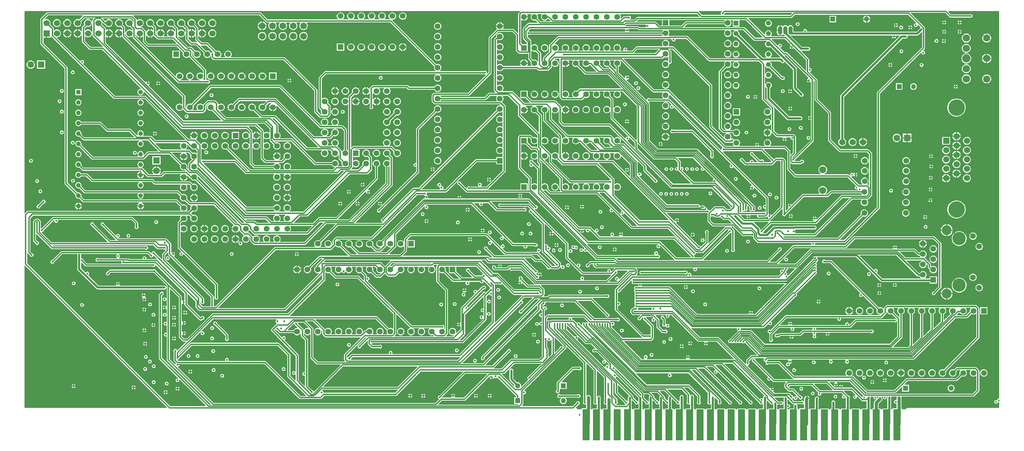
<source format=gbl>
G04*
G04 #@! TF.GenerationSoftware,Altium Limited,Altium Designer,22.11.1 (43)*
G04*
G04 Layer_Physical_Order=4*
G04 Layer_Color=16711680*
%FSLAX25Y25*%
%MOIN*%
G70*
G04*
G04 #@! TF.SameCoordinates,299E75B2-B623-434A-8C2F-8C8F7067A500*
G04*
G04*
G04 #@! TF.FilePolarity,Positive*
G04*
G01*
G75*
%ADD17C,0.01500*%
%ADD20C,0.01200*%
%ADD110C,0.08000*%
%ADD119R,0.05500X0.05500*%
%ADD120C,0.05500*%
%ADD123R,0.05500X0.05500*%
%ADD125C,0.06000*%
%ADD132C,0.07000*%
%ADD133C,0.07090*%
%ADD135C,0.05000*%
%ADD136R,0.05000X0.05000*%
%ADD147R,0.07000X0.30000*%
%ADD148C,0.02000*%
%ADD150C,0.15940*%
%ADD151R,0.06000X0.06000*%
%ADD152R,0.06000X0.06000*%
%ADD153C,0.04488*%
%ADD154R,0.04488X0.04488*%
%ADD155C,0.06811*%
%ADD156C,0.04913*%
%ADD157R,0.04913X0.04913*%
%ADD158O,0.04095X0.08189*%
%ADD159C,0.05504*%
%ADD160C,0.12795*%
%ADD161C,0.05543*%
%ADD162R,0.05543X0.05543*%
%ADD163C,0.09449*%
%ADD164C,0.06496*%
%ADD165C,0.06378*%
%ADD166R,0.06378X0.06378*%
%ADD167R,0.06378X0.06378*%
%ADD168R,0.04874X0.04874*%
%ADD169C,0.04874*%
%ADD170R,0.04724X0.04724*%
%ADD171C,0.04724*%
%ADD172C,0.02000*%
%ADD173C,0.01800*%
%ADD174C,0.03000*%
%ADD204C,0.03000*%
G36*
X742322Y382481D02*
X740654Y380813D01*
X676578D01*
X676371Y381313D01*
X676460Y381402D01*
X676716Y382022D01*
Y382044D01*
X677615Y382943D01*
X742131D01*
X742322Y382481D01*
D02*
G37*
G36*
X674573Y383995D02*
X674073Y383788D01*
X673598Y383313D01*
X673342Y382693D01*
Y382022D01*
X673598Y381402D01*
X673687Y381313D01*
X673480Y380813D01*
X655526D01*
X652345Y383995D01*
X652552Y384495D01*
X674473D01*
X674573Y383995D01*
D02*
G37*
G36*
X942009Y384430D02*
X942265Y384012D01*
X942280Y383992D01*
X942263Y383910D01*
X942263Y383910D01*
Y10303D01*
X942012Y10135D01*
X941340D01*
X940720Y9878D01*
X940246Y9403D01*
X939989Y8783D01*
X939489Y8570D01*
X939332Y8635D01*
X938660D01*
X938040Y8378D01*
X937566Y7903D01*
X937309Y7283D01*
Y6612D01*
X937566Y5991D01*
X938040Y5517D01*
X938660Y5260D01*
X939332D01*
X939952Y5517D01*
X940427Y5991D01*
X940683Y6612D01*
X941183Y6825D01*
X941340Y6760D01*
X942012D01*
X942263Y6592D01*
Y1847D01*
X942263Y1847D01*
X942058Y1432D01*
X941757Y1307D01*
X941729Y1313D01*
X853589D01*
X853087Y1213D01*
X852661Y928D01*
X852651Y918D01*
X852366Y492D01*
X852266Y-10D01*
Y-10D01*
X848089D01*
Y1007D01*
X847882D01*
Y10970D01*
X847724Y11764D01*
X847992Y12264D01*
X890995D01*
X891096Y12284D01*
X917240D01*
X917782Y12392D01*
X918241Y12698D01*
X922540Y16998D01*
X922847Y17457D01*
X922955Y17999D01*
Y37099D01*
X922847Y37640D01*
X922540Y38099D01*
X920341Y40299D01*
X919882Y40606D01*
X919340Y40713D01*
X901570D01*
X901029Y40606D01*
X900570Y40299D01*
X898650Y38378D01*
X897805Y38605D01*
X896873D01*
X895974Y38364D01*
X895167Y37898D01*
X894508Y37239D01*
X894043Y36433D01*
X893802Y35533D01*
Y34602D01*
X894043Y33702D01*
X894508Y32895D01*
X895167Y32237D01*
X895974Y31771D01*
X896873Y31530D01*
X897805D01*
X898704Y31771D01*
X899511Y32237D01*
X900170Y32895D01*
X900635Y33702D01*
X900876Y34602D01*
Y35533D01*
X900650Y36378D01*
X902156Y37884D01*
X904500D01*
X904691Y37422D01*
X904508Y37239D01*
X904043Y36433D01*
X903802Y35533D01*
Y34602D01*
X904028Y33757D01*
X900286Y30015D01*
X853115D01*
X852573Y29907D01*
X852114Y29600D01*
X841149Y18635D01*
X815205D01*
X801941Y31899D01*
X801482Y32206D01*
X800940Y32313D01*
X800241D01*
X800049Y32775D01*
X800170Y32895D01*
X800635Y33702D01*
X800876Y34602D01*
Y35533D01*
X800635Y36433D01*
X800170Y37239D01*
X799511Y37898D01*
X798704Y38364D01*
X797805Y38605D01*
X796873D01*
X795974Y38364D01*
X795167Y37898D01*
X794508Y37239D01*
X794043Y36433D01*
X793802Y35533D01*
Y34602D01*
X794043Y33702D01*
X794508Y32895D01*
X794628Y32775D01*
X794437Y32313D01*
X744326D01*
X730740Y45899D01*
X730281Y46206D01*
X729740Y46313D01*
X719553D01*
X719453Y46414D01*
X718796Y46686D01*
X718366D01*
X718288Y46760D01*
X718195Y47273D01*
X718797Y47875D01*
X738588D01*
X738795Y47376D01*
X738484Y47065D01*
X738222Y46432D01*
X742138D01*
X741876Y47065D01*
X741565Y47376D01*
X741772Y47875D01*
X778536D01*
X778670Y47553D01*
X778689Y47376D01*
X778225Y46911D01*
X777953Y46254D01*
Y45543D01*
X778225Y44886D01*
X778728Y44383D01*
X779385Y44111D01*
X780096D01*
X780753Y44383D01*
X781255Y44886D01*
X781528Y45543D01*
Y46254D01*
X781255Y46911D01*
X780791Y47376D01*
X780810Y47553D01*
X780944Y47875D01*
X794136D01*
X794270Y47553D01*
X794289Y47376D01*
X793825Y46911D01*
X793553Y46254D01*
Y45543D01*
X793825Y44886D01*
X794328Y44383D01*
X794985Y44111D01*
X795696D01*
X796353Y44383D01*
X796855Y44886D01*
X797128Y45543D01*
Y46254D01*
X796855Y46911D01*
X796391Y47376D01*
X796411Y47553D01*
X796544Y47875D01*
X859379D01*
X859920Y47983D01*
X860379Y48290D01*
X900055Y87965D01*
X910629D01*
X911170Y88073D01*
X911629Y88380D01*
X915369Y92120D01*
X915974Y91771D01*
X916873Y91530D01*
X917805D01*
X918704Y91771D01*
X919511Y92237D01*
X919664Y92389D01*
X920126Y92198D01*
Y69854D01*
X888649Y38378D01*
X887805Y38605D01*
X886873D01*
X885974Y38364D01*
X885167Y37898D01*
X884508Y37239D01*
X884043Y36433D01*
X883802Y35533D01*
Y34602D01*
X884043Y33702D01*
X884508Y32895D01*
X885167Y32237D01*
X885974Y31771D01*
X886873Y31530D01*
X887805D01*
X888704Y31771D01*
X889511Y32237D01*
X890170Y32895D01*
X890635Y33702D01*
X890876Y34602D01*
Y35533D01*
X890650Y36378D01*
X922540Y68268D01*
X922847Y68727D01*
X922955Y69269D01*
Y97199D01*
X922847Y97740D01*
X922540Y98199D01*
X920440Y100299D01*
X919981Y100606D01*
X919440Y100713D01*
X834240D01*
X833699Y100606D01*
X833240Y100299D01*
X831140Y98199D01*
X830833Y97740D01*
X830737Y97256D01*
X830587Y97183D01*
X830226Y97142D01*
X830170Y97239D01*
X829511Y97898D01*
X828704Y98364D01*
X827805Y98605D01*
X826873D01*
X826029Y98378D01*
X780708Y143699D01*
X780249Y144006D01*
X779708Y144113D01*
X774153D01*
X774053Y144214D01*
X773396Y144486D01*
X772685D01*
X772028Y144214D01*
X771525Y143711D01*
X771253Y143054D01*
Y142343D01*
X771525Y141686D01*
X772028Y141183D01*
X772685Y140911D01*
X773396D01*
X774053Y141183D01*
X774153Y141284D01*
X779122D01*
X808023Y112383D01*
X807926Y111892D01*
X807745Y111818D01*
X807242Y111315D01*
X806970Y110658D01*
Y109947D01*
X807242Y109290D01*
X807745Y108787D01*
X808402Y108515D01*
X809113D01*
X809770Y108787D01*
X810273Y109290D01*
X810348Y109470D01*
X810838Y109568D01*
X824028Y96378D01*
X823802Y95533D01*
Y94602D01*
X824043Y93702D01*
X824508Y92895D01*
X825167Y92237D01*
X825974Y91771D01*
X826873Y91530D01*
X827249D01*
X827498Y91030D01*
X827334Y90813D01*
X736340D01*
X735799Y90706D01*
X735340Y90399D01*
X721504Y76563D01*
X721453Y76614D01*
X720796Y76886D01*
X720085D01*
X719428Y76614D01*
X718925Y76111D01*
X718653Y75454D01*
Y74743D01*
X718925Y74086D01*
X719428Y73583D01*
X720085Y73311D01*
X720226D01*
X720507Y72811D01*
X720425Y72399D01*
Y68003D01*
X720325Y67902D01*
X720053Y67246D01*
Y66535D01*
X720325Y65877D01*
X720827Y65375D01*
X721485Y65103D01*
X722195D01*
X722853Y65375D01*
X723355Y65877D01*
X723627Y66535D01*
Y67246D01*
X723355Y67902D01*
X723255Y68003D01*
Y71812D01*
X730026Y78584D01*
X740645D01*
X740931Y78084D01*
X740753Y77654D01*
Y76943D01*
X741025Y76286D01*
X741528Y75783D01*
X742185Y75511D01*
X742896D01*
X743553Y75783D01*
X744056Y76286D01*
X744328Y76943D01*
Y77654D01*
X744149Y78084D01*
X744436Y78584D01*
X761917D01*
X762194Y78168D01*
X762173Y78116D01*
Y77444D01*
X762275Y77196D01*
X761941Y76696D01*
X753040D01*
X752499Y76588D01*
X752040Y76282D01*
X749472Y73713D01*
X730640D01*
X730099Y73606D01*
X729640Y73299D01*
X728933Y72592D01*
X728126D01*
X727596Y72812D01*
X726885D01*
X726228Y72540D01*
X725725Y72037D01*
X725453Y71380D01*
Y70669D01*
X725725Y70012D01*
X726228Y69509D01*
X726885Y69237D01*
X727596D01*
X728253Y69509D01*
X728506Y69763D01*
X729519D01*
X730060Y69871D01*
X730519Y70177D01*
X731226Y70884D01*
X739482D01*
X739740Y70499D01*
X743720D01*
X743978Y70884D01*
X750057D01*
X750599Y70992D01*
X751058Y71298D01*
X753626Y73867D01*
X761945D01*
X762173Y73526D01*
Y72854D01*
X762430Y72234D01*
X762672Y71992D01*
X762881Y71717D01*
X762672Y71338D01*
X762479Y71146D01*
X762223Y70526D01*
Y69854D01*
X762479Y69234D01*
X762954Y68760D01*
X763574Y68503D01*
X764246D01*
X764866Y68760D01*
X765341Y69234D01*
X765597Y69854D01*
Y70526D01*
X765341Y71146D01*
X765098Y71388D01*
X764889Y71663D01*
X765098Y72042D01*
X765290Y72234D01*
X765547Y72854D01*
Y73526D01*
X765775Y73867D01*
X774325D01*
X774603Y73451D01*
X774601Y73445D01*
X778516D01*
X778513Y73451D01*
X778791Y73867D01*
X818044D01*
X818228Y73683D01*
X818885Y73411D01*
X819596D01*
X820253Y73683D01*
X820755Y74186D01*
X821028Y74843D01*
Y75554D01*
X820755Y76211D01*
X820253Y76714D01*
X819596Y76986D01*
X818885D01*
X818228Y76714D01*
X818210Y76696D01*
X765779D01*
X765445Y77196D01*
X765547Y77444D01*
Y78116D01*
X765526Y78168D01*
X765803Y78584D01*
X798240D01*
X798781Y78692D01*
X799240Y78998D01*
X804426Y84184D01*
X840327D01*
X840428Y84083D01*
X841085Y83811D01*
X841796D01*
X842453Y84083D01*
X842955Y84586D01*
X843228Y85243D01*
X843704Y85187D01*
Y70413D01*
X836426Y63135D01*
X716078D01*
X703385Y75827D01*
X702926Y76134D01*
X702385Y76242D01*
X692937D01*
X692603Y76742D01*
X692728Y77043D01*
Y77754D01*
X692631Y77987D01*
X692909Y78403D01*
X714717D01*
X715259Y78510D01*
X715718Y78817D01*
X719091Y82190D01*
X719581Y82092D01*
X719625Y81986D01*
X720128Y81483D01*
X720785Y81211D01*
X721496D01*
X722153Y81483D01*
X722655Y81986D01*
X722928Y82643D01*
Y83354D01*
X722655Y84011D01*
X722153Y84514D01*
X722046Y84558D01*
X721949Y85048D01*
X745563Y108663D01*
X745716D01*
X746336Y108920D01*
X746810Y109394D01*
X747067Y110014D01*
Y110686D01*
X746810Y111306D01*
X746389Y111727D01*
X764636Y129974D01*
X764659D01*
X765279Y130231D01*
X765754Y130706D01*
X766011Y131326D01*
Y131997D01*
X765754Y132617D01*
X765430Y132941D01*
X765754Y133266D01*
X766011Y133886D01*
Y134557D01*
X765754Y135177D01*
X765430Y135502D01*
X765754Y135826D01*
X766011Y136446D01*
Y137117D01*
X765754Y137737D01*
X765435Y138057D01*
X765759Y138381D01*
X766016Y139001D01*
Y139672D01*
X765759Y140292D01*
X765500Y140551D01*
X765819Y140871D01*
X766076Y141491D01*
Y142152D01*
X766106D01*
X766726Y142409D01*
X767201Y142884D01*
X767458Y143504D01*
Y144175D01*
X767201Y144796D01*
X766726Y145270D01*
X766329Y145435D01*
X766407Y145624D01*
Y146296D01*
X766351Y146432D01*
X766685Y146933D01*
X804199D01*
X827608Y123524D01*
X828116Y123185D01*
X828716Y123065D01*
X875019D01*
Y121260D01*
X882137D01*
Y128378D01*
X875019D01*
Y126200D01*
X870429D01*
X870295Y126700D01*
X870763Y126971D01*
X871426Y127634D01*
X871895Y128445D01*
X872137Y129350D01*
Y130287D01*
X871895Y131193D01*
X871426Y132004D01*
X870763Y132667D01*
X869952Y133135D01*
X869047Y133378D01*
X868110D01*
X867204Y133135D01*
X866393Y132667D01*
X865730Y132004D01*
X865374Y131386D01*
X864620D01*
X852725Y143281D01*
X852917Y143743D01*
X867395D01*
X867460Y143243D01*
X867204Y143175D01*
X866393Y142706D01*
X865730Y142043D01*
X865262Y141232D01*
X865019Y140327D01*
Y139390D01*
X865262Y138485D01*
X865730Y137673D01*
X866393Y137010D01*
X867204Y136542D01*
X868110Y136299D01*
X869047D01*
X869952Y136542D01*
X870763Y137010D01*
X871426Y137673D01*
X871895Y138485D01*
X872137Y139390D01*
Y139725D01*
X872637Y139932D01*
X873444Y139126D01*
Y137280D01*
X873551Y136739D01*
X873858Y136280D01*
X875019Y135119D01*
Y134350D01*
X875262Y133445D01*
X875730Y132633D01*
X876393Y131971D01*
X877205Y131502D01*
X878110Y131260D01*
X879047D01*
X879952Y131502D01*
X880764Y131971D01*
X881426Y132633D01*
X881895Y133445D01*
X882137Y134350D01*
Y135287D01*
X881895Y136193D01*
X881426Y137004D01*
X880764Y137667D01*
X879952Y138135D01*
X879047Y138378D01*
X878110D01*
X877205Y138135D01*
X876773Y137886D01*
X876273Y138175D01*
Y139712D01*
X876165Y140253D01*
X875859Y140712D01*
X870412Y146158D01*
X870355Y146197D01*
X870374Y146785D01*
X870763Y147010D01*
X871426Y147673D01*
X871895Y148485D01*
X872137Y149390D01*
Y150327D01*
X871895Y151232D01*
X871426Y152043D01*
X870763Y152706D01*
X869952Y153175D01*
X869047Y153417D01*
X868110D01*
X867204Y153175D01*
X866393Y152706D01*
X865730Y152043D01*
X865354Y151392D01*
X864829Y151347D01*
X861576Y154600D01*
X861117Y154907D01*
X860575Y155015D01*
X843710D01*
X843376Y155515D01*
X843454Y155703D01*
X839538D01*
X839617Y155515D01*
X839283Y155015D01*
X760499D01*
X759958Y154907D01*
X759499Y154600D01*
X745513Y140615D01*
X729799D01*
X729607Y141077D01*
X744215Y155684D01*
X793890D01*
X794431Y155792D01*
X794890Y156098D01*
X803028Y164235D01*
X878684D01*
X883495Y159424D01*
Y118391D01*
X878827Y113723D01*
X878685D01*
X878028Y113451D01*
X877525Y112948D01*
X877253Y112291D01*
Y111580D01*
X877525Y110923D01*
X878028Y110420D01*
X878685Y110148D01*
X879396D01*
X880053Y110420D01*
X880556Y110923D01*
X880828Y111580D01*
Y111722D01*
X885910Y116805D01*
X886217Y117264D01*
X886325Y117805D01*
Y160010D01*
X886217Y160551D01*
X885910Y161010D01*
X880270Y166650D01*
X879811Y166957D01*
X879270Y167065D01*
X802442D01*
X801900Y166957D01*
X801441Y166650D01*
X793304Y158513D01*
X764257D01*
X764076Y159013D01*
X764328Y159622D01*
Y160333D01*
X764562Y160684D01*
X793040D01*
X793581Y160792D01*
X794040Y161098D01*
X826540Y193598D01*
X826847Y194057D01*
X826955Y194599D01*
Y304613D01*
X866591Y344249D01*
X867053Y344057D01*
Y344043D01*
X867325Y343386D01*
X867828Y342883D01*
X868485Y342611D01*
X869196D01*
X869853Y342883D01*
X870356Y343386D01*
X870628Y344043D01*
Y344754D01*
X870356Y345411D01*
X869853Y345914D01*
X869196Y346186D01*
X869181D01*
X868990Y346648D01*
X870140Y347798D01*
X870447Y348257D01*
X870555Y348799D01*
Y368199D01*
X870447Y368740D01*
X870140Y369199D01*
X856858Y382481D01*
X857050Y382943D01*
X890156D01*
X892042Y381057D01*
X894230Y378870D01*
X894689Y378563D01*
X895230Y378455D01*
X913678D01*
X913694Y378439D01*
X914314Y378183D01*
X914986D01*
X915606Y378439D01*
X916080Y378914D01*
X916337Y379534D01*
Y380206D01*
X916080Y380826D01*
X915606Y381300D01*
X914986Y381557D01*
X914314D01*
X913694Y381300D01*
X913678Y381285D01*
X895816D01*
X893067Y384033D01*
X893259Y384495D01*
X941853D01*
X942009Y384430D01*
D02*
G37*
G36*
X653054Y379284D02*
X652863Y378822D01*
X592849D01*
X592308Y378714D01*
X591849Y378408D01*
X589654Y376213D01*
X585883D01*
X585783Y376713D01*
X585953Y376783D01*
X586455Y377286D01*
X586728Y377943D01*
Y378654D01*
X586455Y379311D01*
X585953Y379814D01*
X585296Y380086D01*
X584585D01*
X583928Y379814D01*
X583827Y379713D01*
X580240D01*
X579699Y379606D01*
X579240Y379299D01*
X577088Y377148D01*
X576688Y377454D01*
X576781Y377615D01*
X577022Y378515D01*
Y379447D01*
X576781Y380346D01*
X576316Y381153D01*
X576146Y381322D01*
X576338Y381784D01*
X650554D01*
X653054Y379284D01*
D02*
G37*
G36*
X490824Y381322D02*
X490654Y381153D01*
X490189Y380346D01*
X489948Y379447D01*
Y378515D01*
X490189Y377615D01*
X490654Y376809D01*
X491313Y376150D01*
X492120Y375684D01*
X493019Y375444D01*
X493951D01*
X494796Y375670D01*
X496845Y373620D01*
X496654Y373158D01*
X488085D01*
X487544Y373050D01*
X487085Y372744D01*
X482940Y368599D01*
X482633Y368140D01*
X482526Y367599D01*
Y358681D01*
X482633Y358139D01*
X482940Y357681D01*
X486208Y354413D01*
Y352518D01*
X481948D01*
X480755Y353712D01*
Y375779D01*
X481255Y375938D01*
X482038Y375486D01*
X482985Y375233D01*
Y378981D01*
X483485D01*
Y379481D01*
X487233D01*
X486979Y380428D01*
X486486Y381283D01*
X486447Y381322D01*
X486638Y381784D01*
X490632D01*
X490824Y381322D01*
D02*
G37*
G36*
X500824D02*
X500654Y381153D01*
X500189Y380346D01*
X499948Y379447D01*
Y378515D01*
X500189Y377615D01*
X500654Y376809D01*
X501313Y376150D01*
X502120Y375684D01*
X503019Y375444D01*
X503951D01*
X504850Y375684D01*
X505657Y376150D01*
X506316Y376809D01*
X506498Y377124D01*
X506993Y377190D01*
X509013Y375170D01*
X508822Y374708D01*
X499758D01*
X496796Y377670D01*
X497022Y378515D01*
Y379447D01*
X496781Y380346D01*
X496316Y381153D01*
X496146Y381322D01*
X496338Y381784D01*
X500632D01*
X500824Y381322D01*
D02*
G37*
G36*
X106826Y375813D02*
Y374329D01*
X106326Y374263D01*
X106248Y374552D01*
X105750Y375416D01*
X105044Y376121D01*
X104181Y376619D01*
X103218Y376877D01*
X102220D01*
X101257Y376619D01*
X100393Y376121D01*
X99688Y375416D01*
X99190Y374552D01*
X98932Y373589D01*
Y372591D01*
X99190Y371628D01*
X99688Y370765D01*
X100393Y370059D01*
X101257Y369561D01*
X102220Y369303D01*
X103218D01*
X103349Y369338D01*
X103533Y369223D01*
X103840Y368765D01*
X105692Y366913D01*
Y366127D01*
X105230Y365935D01*
X105044Y366121D01*
X104181Y366619D01*
X103218Y366878D01*
X102220D01*
X101257Y366619D01*
X100393Y366121D01*
X99688Y365416D01*
X99190Y364552D01*
X99055Y364048D01*
X98555Y364114D01*
Y368669D01*
X98447Y369210D01*
X98141Y369669D01*
X96224Y371586D01*
X96248Y371628D01*
X96506Y372591D01*
Y373589D01*
X96248Y374552D01*
X95750Y375416D01*
X95044Y376121D01*
X94181Y376619D01*
X93218Y376877D01*
X92220D01*
X91257Y376619D01*
X90394Y376121D01*
X89688Y375416D01*
X89190Y374552D01*
X88932Y373589D01*
Y372591D01*
X89190Y371628D01*
X89688Y370765D01*
X90394Y370059D01*
X91257Y369561D01*
X92220Y369303D01*
X93218D01*
X94181Y369561D01*
X94223Y369585D01*
X95726Y368083D01*
Y366394D01*
X95264Y366202D01*
X95175Y366291D01*
X94263Y366817D01*
X93246Y367090D01*
X93219D01*
Y363090D01*
Y359090D01*
X93246D01*
X94263Y359363D01*
X95175Y359889D01*
X95297Y360011D01*
X95825Y359880D01*
X95849Y359856D01*
X96140Y359419D01*
X153826Y301734D01*
Y294625D01*
X153364Y294433D01*
X153264Y294533D01*
X152457Y294999D01*
X151558Y295240D01*
X150626D01*
X149727Y294999D01*
X148920Y294533D01*
X148261Y293875D01*
X147796Y293068D01*
X147555Y292168D01*
Y291237D01*
X147796Y290337D01*
X148261Y289530D01*
X148920Y288872D01*
X149727Y288406D01*
X150626Y288165D01*
X151558D01*
X152457Y288406D01*
X153264Y288872D01*
X153877Y289485D01*
X153930Y289530D01*
X154503Y289535D01*
X157540Y286498D01*
X157999Y286192D01*
X158540Y286084D01*
X173540D01*
X174082Y286192D01*
X174540Y286498D01*
X176241Y288198D01*
X176547Y288657D01*
X176655Y289199D01*
Y293013D01*
X179126Y295484D01*
X179606D01*
X179727Y294999D01*
X178920Y294533D01*
X178261Y293875D01*
X177796Y293068D01*
X177555Y292168D01*
Y291237D01*
X177796Y290337D01*
X178261Y289530D01*
X178920Y288872D01*
X179727Y288406D01*
X180626Y288165D01*
X181558D01*
X182403Y288391D01*
X191519Y279275D01*
X191327Y278813D01*
X155126D01*
X121254Y312686D01*
X121351Y313176D01*
X121519Y313246D01*
X122081Y313808D01*
X122343Y314441D01*
X120386D01*
Y314941D01*
X119886D01*
Y316899D01*
X119253Y316637D01*
X118690Y316074D01*
X118621Y315907D01*
X118130Y315809D01*
X79725Y354214D01*
Y359774D01*
X80187Y359965D01*
X80263Y359889D01*
X81175Y359363D01*
X82192Y359090D01*
X82219D01*
Y363090D01*
Y367090D01*
X82192D01*
X81175Y366817D01*
X80263Y366291D01*
X80187Y366215D01*
X79725Y366406D01*
Y367499D01*
X79617Y368040D01*
X79311Y368499D01*
X76224Y371586D01*
X76248Y371628D01*
X76506Y372591D01*
Y373125D01*
X77006Y373332D01*
X78249Y372090D01*
X78707Y371783D01*
X79173Y371691D01*
X79190Y371628D01*
X79688Y370765D01*
X80393Y370059D01*
X81257Y369561D01*
X82220Y369303D01*
X83218D01*
X84181Y369561D01*
X85044Y370059D01*
X85750Y370765D01*
X86248Y371628D01*
X86506Y372591D01*
Y373589D01*
X86248Y374552D01*
X85750Y375416D01*
X85044Y376121D01*
X84181Y376619D01*
X83218Y376877D01*
X82220D01*
X81257Y376619D01*
X80393Y376121D01*
X79688Y375416D01*
X79614Y375287D01*
X79118Y375221D01*
X77188Y377151D01*
X77380Y377613D01*
X105025D01*
X106826Y375813D01*
D02*
G37*
G36*
X57743Y380085D02*
X57656Y380028D01*
X54223Y376595D01*
X54181Y376619D01*
X53218Y376877D01*
X52220D01*
X51257Y376619D01*
X50393Y376121D01*
X49688Y375416D01*
X49190Y374552D01*
X48932Y373589D01*
Y372591D01*
X49190Y371628D01*
X49688Y370765D01*
X50393Y370059D01*
X51257Y369561D01*
X52220Y369303D01*
X53218D01*
X54181Y369561D01*
X55045Y370059D01*
X55750Y370765D01*
X56248Y371628D01*
X56506Y372591D01*
Y373589D01*
X56248Y374552D01*
X56224Y374594D01*
X59242Y377613D01*
X67692D01*
X67883Y377151D01*
X67331Y376599D01*
X67025Y376140D01*
X66917Y375599D01*
Y373988D01*
X66417Y373922D01*
X66248Y374552D01*
X65750Y375416D01*
X65044Y376121D01*
X64181Y376619D01*
X63218Y376877D01*
X62220D01*
X61257Y376619D01*
X60394Y376121D01*
X59688Y375416D01*
X59190Y374552D01*
X58932Y373589D01*
Y372591D01*
X59190Y371628D01*
X59214Y371586D01*
X57331Y369703D01*
X57025Y369244D01*
X56917Y368703D01*
Y364972D01*
X56851Y364930D01*
X56183Y365090D01*
X55920Y365546D01*
X55175Y366291D01*
X54263Y366817D01*
X53246Y367090D01*
X53219D01*
Y363090D01*
Y359090D01*
X53246D01*
X54263Y359363D01*
X55175Y359889D01*
X55920Y360634D01*
X56183Y361090D01*
X56851Y361250D01*
X56917Y361208D01*
Y354903D01*
X57025Y354362D01*
X57331Y353903D01*
X63672Y347562D01*
X64131Y347256D01*
X64672Y347148D01*
X76390D01*
X113666Y309873D01*
X113459Y309373D01*
X113054D01*
X112283Y309166D01*
X111591Y308767D01*
X111027Y308203D01*
X110628Y307511D01*
X110421Y306740D01*
Y305942D01*
X110628Y305171D01*
X111027Y304480D01*
X111591Y303916D01*
X112283Y303516D01*
X113054Y303310D01*
X113852D01*
X114623Y303516D01*
X115314Y303916D01*
X115879Y304480D01*
X116278Y305171D01*
X116484Y305942D01*
Y306347D01*
X116984Y306554D01*
X152340Y271198D01*
X152799Y270892D01*
X153340Y270784D01*
X215654D01*
X218626Y267813D01*
Y266238D01*
X218126Y266104D01*
X217881Y266527D01*
X217223Y267185D01*
X216416Y267651D01*
X215516Y267892D01*
X214585D01*
X213685Y267651D01*
X212879Y267185D01*
X212220Y266527D01*
X211754Y265720D01*
X211513Y264820D01*
Y263889D01*
X211754Y262989D01*
X212220Y262183D01*
X212879Y261524D01*
X213685Y261058D01*
X214585Y260817D01*
X215516D01*
X216416Y261058D01*
X217223Y261524D01*
X217881Y262183D01*
X218126Y262606D01*
X218626Y262472D01*
Y256238D01*
X218126Y256104D01*
X217881Y256527D01*
X217223Y257185D01*
X216416Y257651D01*
X215516Y257892D01*
X214585D01*
X213685Y257651D01*
X212879Y257185D01*
X212220Y256527D01*
X211754Y255720D01*
X211513Y254820D01*
Y253889D01*
X211754Y252989D01*
X212220Y252183D01*
X212879Y251524D01*
X213685Y251058D01*
X214585Y250817D01*
X215516D01*
X216416Y251058D01*
X217223Y251524D01*
X217881Y252183D01*
X218126Y252606D01*
X218626Y252472D01*
Y237655D01*
X218733Y237113D01*
X219040Y236654D01*
X222340Y233354D01*
X222799Y233048D01*
X223340Y232940D01*
X241783D01*
X242220Y232183D01*
X242309Y232094D01*
X242118Y231632D01*
X219774D01*
X198362Y253044D01*
X198588Y253889D01*
Y254820D01*
X198347Y255720D01*
X197881Y256527D01*
X197223Y257185D01*
X196416Y257651D01*
X195517Y257892D01*
X194585D01*
X193685Y257651D01*
X192879Y257185D01*
X192220Y256527D01*
X191754Y255720D01*
X191513Y254820D01*
Y253889D01*
X191754Y252989D01*
X192220Y252183D01*
X192879Y251524D01*
X193685Y251058D01*
X194585Y250817D01*
X195517D01*
X196361Y251044D01*
X216861Y230544D01*
X216670Y230082D01*
X216057D01*
X205740Y240399D01*
X205281Y240706D01*
X204740Y240813D01*
X174853D01*
X174753Y240914D01*
X174096Y241186D01*
X173385D01*
X172728Y240914D01*
X172653Y240839D01*
X172153Y241046D01*
Y251543D01*
X172653Y251750D01*
X172879Y251524D01*
X173685Y251058D01*
X174585Y250817D01*
X175516D01*
X176416Y251058D01*
X177223Y251524D01*
X177881Y252183D01*
X178347Y252989D01*
X178588Y253889D01*
Y254820D01*
X178347Y255720D01*
X177881Y256527D01*
X177223Y257185D01*
X176416Y257651D01*
X175516Y257892D01*
X174585D01*
X173685Y257651D01*
X172879Y257185D01*
X172220Y256527D01*
X172128Y256367D01*
X171522Y256317D01*
X167094Y260746D01*
X167159Y261242D01*
X167353Y261354D01*
X168052Y262052D01*
X168545Y262907D01*
X168799Y263855D01*
X165051D01*
X161302D01*
X161556Y262907D01*
X162050Y262052D01*
X162184Y261919D01*
X161992Y261457D01*
X159783D01*
X118940Y302299D01*
X118482Y302606D01*
X117940Y302713D01*
X88626D01*
X57876Y333464D01*
X57993Y334053D01*
X58153Y334119D01*
X58656Y334622D01*
X58928Y335279D01*
Y335990D01*
X58656Y336647D01*
X58153Y337150D01*
X57496Y337422D01*
X56785D01*
X56128Y337150D01*
X55625Y336647D01*
X55559Y336488D01*
X54969Y336370D01*
X32537Y358803D01*
X32744Y359303D01*
X33218D01*
X34181Y359561D01*
X35045Y360059D01*
X35750Y360765D01*
X36248Y361628D01*
X36506Y362592D01*
Y363589D01*
X36248Y364552D01*
X35750Y365416D01*
X35045Y366121D01*
X34181Y366619D01*
X33218Y366878D01*
X32220D01*
X31257Y366619D01*
X30393Y366121D01*
X30187Y365914D01*
X29725Y366106D01*
Y367499D01*
X29617Y368040D01*
X29311Y368499D01*
X26224Y371586D01*
X26248Y371628D01*
X26506Y372591D01*
Y373589D01*
X26248Y374552D01*
X25750Y375416D01*
X25045Y376121D01*
X24181Y376619D01*
X23218Y376877D01*
X22220D01*
X21257Y376619D01*
X20811Y376362D01*
X20504Y376762D01*
X24328Y380585D01*
X57591D01*
X57743Y380085D01*
D02*
G37*
G36*
X677427Y375531D02*
X677338Y375442D01*
X676901Y374685D01*
X640178D01*
X639636Y374577D01*
X639177Y374270D01*
X635454Y370547D01*
X623706D01*
Y375993D01*
X677236D01*
X677427Y375531D01*
D02*
G37*
G36*
X616632Y370547D02*
X614592D01*
X611140Y373999D01*
X610681Y374306D01*
X610140Y374413D01*
X592509D01*
X592317Y374875D01*
X593435Y375993D01*
X616632D01*
Y370547D01*
D02*
G37*
G36*
X714202Y359284D02*
X714010Y358822D01*
X706617D01*
X696856Y368583D01*
X696397Y368890D01*
X695856Y368997D01*
X638559D01*
X638367Y369459D01*
X640764Y371855D01*
X676901D01*
X677338Y371098D01*
X677997Y370440D01*
X678804Y369974D01*
X679703Y369733D01*
X680635D01*
X681534Y369974D01*
X682341Y370440D01*
X683000Y371098D01*
X683465Y371905D01*
X683706Y372804D01*
Y373736D01*
X683465Y374636D01*
X683000Y375442D01*
X682911Y375531D01*
X683102Y375993D01*
X684946D01*
Y369557D01*
X691434D01*
Y375993D01*
X697493D01*
X714202Y359284D01*
D02*
G37*
G36*
X66917Y372192D02*
Y363988D01*
X66417Y363922D01*
X66248Y364552D01*
X65750Y365416D01*
X65044Y366121D01*
X64181Y366619D01*
X63218Y366878D01*
X62220D01*
X61257Y366619D01*
X60394Y366121D01*
X60208Y365935D01*
X59746Y366127D01*
Y368117D01*
X61215Y369585D01*
X61257Y369561D01*
X62220Y369303D01*
X63218D01*
X64181Y369561D01*
X65044Y370059D01*
X65750Y370765D01*
X66248Y371628D01*
X66417Y372258D01*
X66917Y372192D01*
D02*
G37*
G36*
X601066Y371084D02*
X600938Y370776D01*
X602896D01*
Y369776D01*
X600938D01*
X601053Y369497D01*
X600719Y368997D01*
X595142D01*
X594541Y369599D01*
X594081Y369906D01*
X593540Y370013D01*
X581503D01*
X581379Y370513D01*
X581723Y370743D01*
X582563Y371584D01*
X600732D01*
X601066Y371084D01*
D02*
G37*
G36*
X593556Y366582D02*
X594015Y366276D01*
X594556Y366168D01*
X617357D01*
X617564Y365668D01*
X617338Y365442D01*
X616901Y364685D01*
X585125D01*
X584791Y365185D01*
X584921Y365498D01*
X581005D01*
X581135Y365185D01*
X580801Y364685D01*
X488753D01*
X488653Y364785D01*
X488074Y365025D01*
X487861Y365519D01*
X489526Y367184D01*
X580748D01*
X581082Y366684D01*
X581005Y366498D01*
X584921D01*
X584844Y366684D01*
X585178Y367184D01*
X592954D01*
X593556Y366582D01*
D02*
G37*
G36*
X862093Y373246D02*
X861952Y372916D01*
X861845Y372786D01*
X861185D01*
X860528Y372514D01*
X860025Y372011D01*
X859753Y371354D01*
Y370643D01*
X860025Y369986D01*
X860528Y369483D01*
X861185Y369211D01*
X861896D01*
X862553Y369483D01*
X863056Y369986D01*
X863328Y370643D01*
Y371304D01*
X863458Y371410D01*
X863787Y371551D01*
X866346Y368993D01*
X866345Y368839D01*
X866226Y368405D01*
X866193Y368383D01*
X866028Y368314D01*
X865901Y368187D01*
X865752Y368087D01*
X862437Y364772D01*
X756843D01*
X756628Y365094D01*
Y365806D01*
X756355Y366462D01*
X755853Y366965D01*
X755196Y367237D01*
X754485D01*
X753828Y366965D01*
X753325Y366462D01*
X753053Y365806D01*
Y365094D01*
X752838Y364772D01*
X743518D01*
Y368037D01*
X743421Y368777D01*
X743135Y369467D01*
X742681Y370059D01*
X742089Y370513D01*
X741399Y370799D01*
X740659Y370896D01*
X739919Y370799D01*
X739229Y370513D01*
X738637Y370059D01*
X738474Y369846D01*
X737844D01*
X737681Y370059D01*
X737089Y370513D01*
X736399Y370799D01*
X735659Y370896D01*
X734919Y370799D01*
X734229Y370513D01*
X733637Y370059D01*
X733543Y369936D01*
X733043Y369936D01*
X732832Y370211D01*
X732196Y370699D01*
X731455Y371006D01*
X731159Y371045D01*
Y365990D01*
Y360935D01*
X731455Y360974D01*
X732196Y361281D01*
X732832Y361770D01*
X733043Y362044D01*
X733543Y362044D01*
X733637Y361921D01*
X734229Y361467D01*
X734919Y361181D01*
X735331Y361127D01*
X735505Y360872D01*
X735252Y360372D01*
X722234D01*
X722082Y360872D01*
X722473Y361549D01*
X722694Y362374D01*
Y363229D01*
X722473Y364054D01*
X722046Y364793D01*
X721442Y365397D01*
X720702Y365825D01*
X719877Y366046D01*
X719023D01*
X718198Y365825D01*
X717458Y365397D01*
X716854Y364793D01*
X716427Y364054D01*
X716206Y363229D01*
Y362374D01*
X716348Y361846D01*
X715900Y361587D01*
X699964Y377522D01*
X700156Y377984D01*
X741240D01*
X741782Y378092D01*
X742240Y378398D01*
X744926Y381084D01*
X854254D01*
X862093Y373246D01*
D02*
G37*
G36*
X479736Y383995D02*
X478340Y382599D01*
X478033Y382140D01*
X477926Y381599D01*
Y363567D01*
X477464Y363376D01*
X473941Y366899D01*
X473482Y367206D01*
X472940Y367313D01*
X463361D01*
X463342Y367360D01*
X463209Y367813D01*
X463671Y368613D01*
X463925Y369561D01*
X460176D01*
X456428D01*
X456682Y368613D01*
X457175Y367758D01*
X457356Y367578D01*
X457293Y366934D01*
X457240Y366899D01*
X449840Y359499D01*
X449533Y359040D01*
X449426Y358499D01*
Y325685D01*
X448116Y324376D01*
X447693Y324659D01*
X447728Y324743D01*
Y325454D01*
X447456Y326111D01*
X446953Y326614D01*
X446296Y326886D01*
X445585D01*
X444928Y326614D01*
X444827Y326513D01*
X402106D01*
X401972Y327013D01*
X402348Y327230D01*
X403007Y327889D01*
X403473Y328696D01*
X403714Y329595D01*
Y330527D01*
X403473Y331426D01*
X403007Y332233D01*
X402348Y332892D01*
X401542Y333357D01*
X400642Y333598D01*
X399710D01*
X398866Y333372D01*
X356464Y375774D01*
X356671Y376273D01*
X356916D01*
X357816Y376515D01*
X358623Y376980D01*
X359281Y377639D01*
X359747Y378446D01*
X359988Y379345D01*
Y380277D01*
X359747Y381176D01*
X359281Y381983D01*
X358623Y382642D01*
X357816Y383107D01*
X356916Y383348D01*
X355985D01*
X355085Y383107D01*
X354279Y382642D01*
X353620Y381983D01*
X353154Y381176D01*
X352913Y380277D01*
Y379345D01*
X353154Y378446D01*
X353620Y377639D01*
X354246Y377013D01*
X354232Y376866D01*
X354088Y376513D01*
X348814D01*
X348670Y376866D01*
X348656Y377013D01*
X349281Y377639D01*
X349747Y378446D01*
X349988Y379345D01*
Y380277D01*
X349747Y381176D01*
X349281Y381983D01*
X348623Y382642D01*
X347816Y383107D01*
X346917Y383348D01*
X345985D01*
X345085Y383107D01*
X344279Y382642D01*
X343620Y381983D01*
X343155Y381176D01*
X342913Y380277D01*
Y379345D01*
X343155Y378446D01*
X343620Y377639D01*
X344246Y377013D01*
X344232Y376866D01*
X344088Y376513D01*
X338814D01*
X338669Y376866D01*
X338656Y377013D01*
X339281Y377639D01*
X339747Y378446D01*
X339988Y379345D01*
Y380277D01*
X339747Y381176D01*
X339281Y381983D01*
X338623Y382642D01*
X337816Y383107D01*
X336916Y383348D01*
X335985D01*
X335085Y383107D01*
X334279Y382642D01*
X333620Y381983D01*
X333155Y381176D01*
X332913Y380277D01*
Y379345D01*
X333155Y378446D01*
X333620Y377639D01*
X334246Y377013D01*
X334232Y376866D01*
X334088Y376513D01*
X328814D01*
X328670Y376866D01*
X328656Y377013D01*
X329281Y377639D01*
X329747Y378446D01*
X329988Y379345D01*
Y380277D01*
X329747Y381176D01*
X329281Y381983D01*
X328623Y382642D01*
X327816Y383107D01*
X326917Y383348D01*
X325985D01*
X325085Y383107D01*
X324279Y382642D01*
X323620Y381983D01*
X323154Y381176D01*
X322913Y380277D01*
Y379345D01*
X323154Y378446D01*
X323620Y377639D01*
X324246Y377013D01*
X324232Y376866D01*
X324088Y376513D01*
X318814D01*
X318670Y376866D01*
X318656Y377013D01*
X319281Y377639D01*
X319747Y378446D01*
X319988Y379345D01*
Y380277D01*
X319747Y381176D01*
X319281Y381983D01*
X318623Y382642D01*
X317816Y383107D01*
X316916Y383348D01*
X315985D01*
X315085Y383107D01*
X314279Y382642D01*
X313620Y381983D01*
X313155Y381176D01*
X312913Y380277D01*
Y379345D01*
X313155Y378446D01*
X313620Y377639D01*
X314246Y377013D01*
X314232Y376866D01*
X314088Y376513D01*
X308814D01*
X308669Y376866D01*
X308656Y377013D01*
X309281Y377639D01*
X309747Y378446D01*
X309988Y379345D01*
Y380277D01*
X309747Y381176D01*
X309281Y381983D01*
X308623Y382642D01*
X307816Y383107D01*
X306916Y383348D01*
X305985D01*
X305085Y383107D01*
X304279Y382642D01*
X303620Y381983D01*
X303154Y381176D01*
X302913Y380277D01*
Y379345D01*
X303154Y378446D01*
X303620Y377639D01*
X304246Y377013D01*
X304232Y376866D01*
X304088Y376513D01*
X236126D01*
X229639Y383000D01*
X229180Y383307D01*
X228639Y383415D01*
X23742D01*
X23200Y383307D01*
X22741Y383000D01*
X17240Y377499D01*
X16933Y377040D01*
X16826Y376499D01*
Y353199D01*
X16933Y352657D01*
X17240Y352198D01*
X40126Y329313D01*
Y218254D01*
X40233Y217712D01*
X40540Y217254D01*
X50555Y207239D01*
X50421Y206740D01*
Y205942D01*
X50628Y205171D01*
X51027Y204480D01*
X51591Y203916D01*
X52283Y203516D01*
X53054Y203310D01*
X53852D01*
X54350Y203443D01*
X57495Y200298D01*
X57954Y199992D01*
X58495Y199884D01*
X112209D01*
X112275Y199384D01*
X112201Y199364D01*
X111461Y198937D01*
X110857Y198333D01*
X110430Y197593D01*
X110228Y196841D01*
X116677D01*
X116476Y197593D01*
X116049Y198333D01*
X115445Y198937D01*
X114705Y199364D01*
X114631Y199384D01*
X114697Y199884D01*
X147521D01*
X151740Y195665D01*
X151513Y194820D01*
Y193889D01*
X151754Y192989D01*
X152220Y192183D01*
X152328Y192075D01*
X152136Y191613D01*
X4840D01*
X4299Y191506D01*
X3840Y191199D01*
X1813Y189172D01*
X1313Y189379D01*
Y383658D01*
X1313Y384120D01*
X1688Y384439D01*
X1777Y384495D01*
X1916Y384495D01*
X479529D01*
X479736Y383995D01*
D02*
G37*
G36*
X867726Y364253D02*
Y349385D01*
X824540Y306199D01*
X824233Y305740D01*
X824126Y305199D01*
Y195185D01*
X792454Y163513D01*
X788638D01*
X788447Y163975D01*
X810731Y186259D01*
X811576Y186033D01*
X812507D01*
X813407Y186274D01*
X814213Y186740D01*
X814872Y187399D01*
X815338Y188205D01*
X815579Y189105D01*
Y190036D01*
X815338Y190936D01*
X814872Y191743D01*
X814213Y192401D01*
X813407Y192867D01*
X812507Y193108D01*
X811576D01*
X810676Y192867D01*
X809869Y192401D01*
X809211Y191743D01*
X808745Y190936D01*
X808504Y190036D01*
Y189105D01*
X808730Y188260D01*
X786184Y165713D01*
X734855D01*
X733734Y166834D01*
X734053Y167223D01*
X734099Y167192D01*
X734640Y167084D01*
X764497D01*
X765038Y167192D01*
X765497Y167498D01*
X800526Y202528D01*
X809188D01*
X809380Y202066D01*
X809291Y201977D01*
X808825Y201170D01*
X808584Y200271D01*
Y199339D01*
X808825Y198440D01*
X809291Y197633D01*
X809949Y196974D01*
X810756Y196509D01*
X811656Y196267D01*
X812587D01*
X813487Y196509D01*
X814293Y196974D01*
X814952Y197633D01*
X815418Y198440D01*
X815659Y199339D01*
Y200271D01*
X815418Y201170D01*
X814952Y201977D01*
X814846Y202082D01*
X815086Y202550D01*
X815517Y202635D01*
X815976Y202942D01*
X818991Y205956D01*
X819297Y206415D01*
X819405Y206957D01*
Y246801D01*
X819297Y247342D01*
X818991Y247801D01*
X816071Y250720D01*
X815612Y251027D01*
X815071Y251135D01*
X789236D01*
X779785Y260586D01*
Y286421D01*
X779677Y286962D01*
X779370Y287421D01*
X766855Y299937D01*
Y317599D01*
X766747Y318140D01*
X766440Y318599D01*
X759412Y325627D01*
X759620Y326127D01*
X759696D01*
X760353Y326399D01*
X760855Y326902D01*
X761128Y327559D01*
Y328270D01*
X760855Y328927D01*
X760353Y329430D01*
X759696Y329702D01*
X758985D01*
X758655Y329922D01*
Y337690D01*
X758547Y338231D01*
X758241Y338690D01*
X751083Y345848D01*
X751290Y346348D01*
X757940D01*
X758116Y346383D01*
X758295D01*
X758461Y346451D01*
X758637Y346486D01*
X758787Y346586D01*
X758953Y346655D01*
X759079Y346782D01*
X759229Y346881D01*
X759328Y347031D01*
X759455Y347158D01*
X759524Y347323D01*
X759624Y347473D01*
X759659Y347649D01*
X759727Y347814D01*
Y347994D01*
X759762Y348170D01*
X759727Y348346D01*
Y348526D01*
X759659Y348691D01*
X759624Y348867D01*
X759524Y349017D01*
X759455Y349183D01*
X759328Y349309D01*
X759229Y349459D01*
X759079Y349558D01*
X758953Y349685D01*
X758787Y349754D01*
X758637Y349854D01*
X758461Y349889D01*
X758295Y349957D01*
X758116D01*
X757940Y349992D01*
X751764D01*
X741071Y360686D01*
X741231Y361159D01*
X741399Y361181D01*
X741577Y361255D01*
X742219Y361128D01*
X742219Y361128D01*
X838413D01*
X838691Y360712D01*
X838665Y360650D01*
X842580D01*
X842554Y360712D01*
X842832Y361128D01*
X846027D01*
X846218Y360666D01*
X789350Y303798D01*
X788955Y303206D01*
X788817Y302509D01*
X788817Y302509D01*
Y261338D01*
X788313Y261048D01*
X787608Y260343D01*
X787110Y259479D01*
X786852Y258516D01*
Y257519D01*
X787110Y256555D01*
X787608Y255692D01*
X788313Y254987D01*
X789177Y254488D01*
X790140Y254230D01*
X791138D01*
X792101Y254488D01*
X792965Y254987D01*
X793670Y255692D01*
X794168Y256555D01*
X794426Y257519D01*
Y258516D01*
X794168Y259479D01*
X793670Y260343D01*
X792965Y261048D01*
X792461Y261338D01*
Y301754D01*
X848825Y358118D01*
X852040D01*
X852216Y358153D01*
X852396D01*
X852561Y358221D01*
X852737Y358256D01*
X852887Y358356D01*
X853053Y358425D01*
X853179Y358552D01*
X853329Y358651D01*
X853428Y358801D01*
X853555Y358927D01*
X853624Y359093D01*
X853724Y359243D01*
X853759Y359419D01*
X853827Y359584D01*
Y359764D01*
X853862Y359940D01*
X853827Y360116D01*
Y360296D01*
X853759Y360461D01*
X853726Y360628D01*
X853724Y360637D01*
X853896Y361018D01*
X854024Y361128D01*
X863192D01*
X863192Y361128D01*
X863889Y361266D01*
X864480Y361661D01*
X867264Y364445D01*
X867726Y364253D01*
D02*
G37*
G36*
X686667Y365668D02*
X686198Y365397D01*
X685594Y364793D01*
X685167Y364054D01*
X684946Y363229D01*
Y362374D01*
X685167Y361549D01*
X685594Y360810D01*
X686198Y360206D01*
X686938Y359778D01*
X687763Y359557D01*
X688617D01*
X688806Y359608D01*
X709039Y339375D01*
X708848Y338913D01*
X663126D01*
X641841Y360199D01*
X641382Y360506D01*
X640840Y360613D01*
X624440D01*
X623938Y360513D01*
X623068D01*
X622877Y360975D01*
X623000Y361098D01*
X623465Y361905D01*
X623706Y362804D01*
Y363736D01*
X623465Y364635D01*
X623000Y365442D01*
X622774Y365668D01*
X622981Y366168D01*
X677357D01*
X677564Y365668D01*
X677338Y365442D01*
X676873Y364635D01*
X676632Y363736D01*
Y362804D01*
X676873Y361905D01*
X677338Y361098D01*
X677997Y360439D01*
X678804Y359974D01*
X679703Y359733D01*
X680635D01*
X681534Y359974D01*
X682341Y360439D01*
X683000Y361098D01*
X683465Y361905D01*
X683706Y362804D01*
Y363736D01*
X683465Y364635D01*
X683000Y365442D01*
X682774Y365668D01*
X682981Y366168D01*
X686533D01*
X686667Y365668D01*
D02*
G37*
G36*
X66917Y362192D02*
Y361273D01*
X67025Y360731D01*
X67331Y360272D01*
X77152Y350452D01*
X77026Y350110D01*
X76920Y349977D01*
X65258D01*
X59746Y355489D01*
Y360053D01*
X60208Y360245D01*
X60394Y360059D01*
X61257Y359561D01*
X62220Y359303D01*
X63218D01*
X64181Y359561D01*
X65044Y360059D01*
X65750Y360765D01*
X66248Y361628D01*
X66417Y362258D01*
X66917Y362192D01*
D02*
G37*
G36*
X234540Y374098D02*
X234999Y373792D01*
X235540Y373684D01*
X237702D01*
X237909Y373184D01*
X237600Y372875D01*
X237069Y371955D01*
X236794Y370929D01*
Y369866D01*
X237069Y368840D01*
X237600Y367920D01*
X238351Y367168D01*
X239271Y366637D01*
X240298Y366362D01*
X241360D01*
X242387Y366637D01*
X243307Y367168D01*
X244058Y367920D01*
X244589Y368840D01*
X244864Y369866D01*
Y370929D01*
X244589Y371955D01*
X244058Y372875D01*
X243749Y373184D01*
X243956Y373684D01*
X247702D01*
X247909Y373184D01*
X247600Y372875D01*
X247069Y371955D01*
X246794Y370929D01*
Y369866D01*
X247069Y368840D01*
X247600Y367920D01*
X248351Y367168D01*
X249271Y366637D01*
X250298Y366362D01*
X251360D01*
X252387Y366637D01*
X253307Y367168D01*
X254058Y367920D01*
X254589Y368840D01*
X254864Y369866D01*
Y370929D01*
X254589Y371955D01*
X254058Y372875D01*
X253749Y373184D01*
X253956Y373684D01*
X257701D01*
X257909Y373184D01*
X257600Y372875D01*
X257069Y371955D01*
X256794Y370929D01*
Y369866D01*
X257069Y368840D01*
X257600Y367920D01*
X258351Y367168D01*
X259271Y366637D01*
X260298Y366362D01*
X261360D01*
X262387Y366637D01*
X263307Y367168D01*
X264058Y367920D01*
X264589Y368840D01*
X264864Y369866D01*
Y370929D01*
X264589Y371955D01*
X264058Y372875D01*
X263749Y373184D01*
X263956Y373684D01*
X267702D01*
X267909Y373184D01*
X267600Y372875D01*
X267069Y371955D01*
X266794Y370929D01*
Y369866D01*
X267069Y368840D01*
X267600Y367920D01*
X268351Y367168D01*
X269271Y366637D01*
X270298Y366362D01*
X271360D01*
X272387Y366637D01*
X273307Y367168D01*
X274058Y367920D01*
X274589Y368840D01*
X274864Y369866D01*
Y370929D01*
X274589Y371955D01*
X274058Y372875D01*
X273749Y373184D01*
X273956Y373684D01*
X354553D01*
X396865Y331371D01*
X396639Y330527D01*
Y329595D01*
X396880Y328696D01*
X397346Y327889D01*
X398004Y327230D01*
X398380Y327013D01*
X398246Y326513D01*
X291940D01*
X291399Y326406D01*
X290940Y326099D01*
X285940Y321099D01*
X285633Y320640D01*
X285526Y320099D01*
Y291514D01*
X285633Y290973D01*
X285940Y290514D01*
X287814Y288640D01*
X287588Y287795D01*
Y286863D01*
X287829Y285964D01*
X288295Y285157D01*
X288476Y284975D01*
X288285Y284513D01*
X287626D01*
X283955Y288185D01*
Y308299D01*
X283847Y308840D01*
X283541Y309299D01*
X253140Y339699D01*
X252681Y340006D01*
X252140Y340113D01*
X200690D01*
X200499Y340575D01*
X200619Y340696D01*
X201085Y341502D01*
X201326Y342402D01*
Y343333D01*
X201085Y344233D01*
X200619Y345040D01*
X199961Y345698D01*
X199154Y346164D01*
X198254Y346405D01*
X197323D01*
X196423Y346164D01*
X195617Y345698D01*
X194958Y345040D01*
X194492Y344233D01*
X194251Y343333D01*
Y342402D01*
X194492Y341502D01*
X194958Y340696D01*
X195078Y340575D01*
X194887Y340113D01*
X190690D01*
X190499Y340575D01*
X190619Y340696D01*
X191085Y341502D01*
X191326Y342402D01*
Y343333D01*
X191085Y344233D01*
X190619Y345040D01*
X189961Y345698D01*
X189154Y346164D01*
X188254Y346405D01*
X187323D01*
X186478Y346179D01*
X178858Y353799D01*
X178399Y354106D01*
X177858Y354213D01*
X172726D01*
X169155Y357785D01*
Y360304D01*
X169655Y360497D01*
X170263Y359889D01*
X171175Y359363D01*
X172192Y359090D01*
X172219D01*
Y363090D01*
Y367090D01*
X172192D01*
X171175Y366817D01*
X170263Y366291D01*
X169655Y365683D01*
X169155Y365876D01*
Y368069D01*
X169047Y368610D01*
X168740Y369069D01*
X166224Y371586D01*
X166248Y371628D01*
X166506Y372591D01*
Y373589D01*
X166248Y374552D01*
X165750Y375416D01*
X165044Y376121D01*
X164181Y376619D01*
X163218Y376877D01*
X162220D01*
X161257Y376619D01*
X160394Y376121D01*
X159688Y375416D01*
X159190Y374552D01*
X158932Y373589D01*
Y372591D01*
X159190Y371628D01*
X159688Y370765D01*
X160394Y370059D01*
X161257Y369561D01*
X162220Y369303D01*
X163218D01*
X164181Y369561D01*
X164223Y369585D01*
X166326Y367483D01*
Y365774D01*
X165826Y365640D01*
X165175Y366291D01*
X164263Y366817D01*
X163246Y367090D01*
X163219D01*
Y363090D01*
Y359090D01*
X163246D01*
X164263Y359363D01*
X165175Y359889D01*
X165826Y360540D01*
X166326Y360407D01*
Y357199D01*
X166433Y356657D01*
X166740Y356198D01*
X168004Y354934D01*
X167758Y354473D01*
X167558Y354513D01*
X163126D01*
X159655Y357985D01*
Y359844D01*
X160117Y360035D01*
X160263Y359889D01*
X161175Y359363D01*
X162192Y359090D01*
X162219D01*
Y363090D01*
Y367090D01*
X162192D01*
X161175Y366817D01*
X160263Y366291D01*
X160117Y366145D01*
X159655Y366336D01*
Y367569D01*
X159547Y368110D01*
X159240Y368569D01*
X156224Y371586D01*
X156248Y371628D01*
X156506Y372591D01*
Y373589D01*
X156248Y374552D01*
X155750Y375416D01*
X155044Y376121D01*
X154181Y376619D01*
X153218Y376877D01*
X152220D01*
X151257Y376619D01*
X150393Y376121D01*
X149688Y375416D01*
X149190Y374552D01*
X148932Y373589D01*
Y372591D01*
X149190Y371628D01*
X149688Y370765D01*
X150393Y370059D01*
X151257Y369561D01*
X152220Y369303D01*
X153218D01*
X154181Y369561D01*
X154223Y369585D01*
X156826Y366983D01*
Y364329D01*
X156326Y364263D01*
X156248Y364552D01*
X155750Y365416D01*
X155044Y366121D01*
X154181Y366619D01*
X153218Y366878D01*
X152220D01*
X151257Y366619D01*
X150393Y366121D01*
X150155Y365882D01*
X149655Y366089D01*
Y367569D01*
X149547Y368110D01*
X149241Y368569D01*
X146224Y371586D01*
X146248Y371628D01*
X146506Y372591D01*
Y373589D01*
X146248Y374552D01*
X145750Y375416D01*
X145045Y376121D01*
X144181Y376619D01*
X143218Y376877D01*
X142220D01*
X141257Y376619D01*
X140393Y376121D01*
X139688Y375416D01*
X139190Y374552D01*
X138932Y373589D01*
Y372591D01*
X139190Y371628D01*
X139688Y370765D01*
X140393Y370059D01*
X141257Y369561D01*
X142220Y369303D01*
X143218D01*
X144181Y369561D01*
X144223Y369585D01*
X146826Y366983D01*
Y364977D01*
X146326Y364843D01*
X145920Y365546D01*
X145175Y366291D01*
X144263Y366817D01*
X143246Y367090D01*
X143219D01*
Y363090D01*
X142719D01*
Y362590D01*
X138719D01*
Y362563D01*
X138992Y361546D01*
X139518Y360634D01*
X139577Y360575D01*
X139386Y360113D01*
X136052D01*
X135861Y360575D01*
X135920Y360634D01*
X136446Y361546D01*
X136719Y362563D01*
Y362590D01*
X132719D01*
Y363090D01*
X132219D01*
Y367090D01*
X132192D01*
X131175Y366817D01*
X130263Y366291D01*
X129518Y365546D01*
X129055Y364743D01*
X128555Y364855D01*
Y368669D01*
X128447Y369210D01*
X128140Y369669D01*
X126224Y371586D01*
X126248Y371628D01*
X126506Y372591D01*
Y373589D01*
X126248Y374552D01*
X125750Y375416D01*
X125045Y376121D01*
X124181Y376619D01*
X123218Y376877D01*
X122220D01*
X121257Y376619D01*
X120394Y376121D01*
X119688Y375416D01*
X119190Y374552D01*
X118932Y373589D01*
Y372591D01*
X119190Y371628D01*
X119688Y370765D01*
X120394Y370059D01*
X121257Y369561D01*
X122220Y369303D01*
X123218D01*
X124181Y369561D01*
X124223Y369585D01*
X125726Y368083D01*
Y366394D01*
X125264Y366202D01*
X125175Y366291D01*
X124263Y366817D01*
X123246Y367090D01*
X123219D01*
Y363090D01*
Y359090D01*
X123246D01*
X124263Y359363D01*
X125175Y359889D01*
X125920Y360634D01*
X125965Y360712D01*
X126461Y360778D01*
X129540Y357698D01*
X129999Y357392D01*
X130540Y357284D01*
X144561D01*
X148270Y353575D01*
X148078Y353113D01*
X121526D01*
X118521Y356118D01*
Y361208D01*
X118587Y361250D01*
X119255Y361090D01*
X119518Y360634D01*
X120263Y359889D01*
X121175Y359363D01*
X122192Y359090D01*
X122219D01*
Y363090D01*
Y367090D01*
X122192D01*
X121175Y366817D01*
X120263Y366291D01*
X119518Y365546D01*
X119021Y364685D01*
X118979Y364678D01*
X118521Y364911D01*
X118413Y365453D01*
X118107Y365912D01*
X115541Y368478D01*
X115082Y368784D01*
X114540Y368892D01*
X113617D01*
X113551Y369392D01*
X114181Y369561D01*
X115044Y370059D01*
X115750Y370765D01*
X116248Y371628D01*
X116506Y372591D01*
Y373589D01*
X116248Y374552D01*
X115750Y375416D01*
X115044Y376121D01*
X114181Y376619D01*
X113218Y376877D01*
X112220D01*
X111257Y376619D01*
X110394Y376121D01*
X110155Y375882D01*
X109655Y376089D01*
Y376399D01*
X109547Y376940D01*
X109240Y377399D01*
X106612Y380028D01*
X106525Y380085D01*
X106677Y380585D01*
X228053D01*
X234540Y374098D01*
D02*
G37*
G36*
X113219Y359090D02*
X113246D01*
X114263Y359363D01*
X115175Y359889D01*
X115230Y359944D01*
X115692Y359753D01*
Y355533D01*
X115799Y354991D01*
X116106Y354532D01*
X119940Y350698D01*
X120399Y350392D01*
X120940Y350284D01*
X148372D01*
X154478Y344178D01*
X154251Y343333D01*
Y342402D01*
X154492Y341502D01*
X154958Y340696D01*
X155617Y340037D01*
X156423Y339571D01*
X157323Y339330D01*
X158254D01*
X159154Y339571D01*
X159961Y340037D01*
X160156Y340232D01*
X160732Y340102D01*
X160926Y339813D01*
X173826Y326913D01*
Y324625D01*
X173364Y324433D01*
X173264Y324533D01*
X172457Y324999D01*
X171558Y325240D01*
X170626D01*
X169727Y324999D01*
X168920Y324533D01*
X168261Y323874D01*
X167796Y323068D01*
X167555Y322168D01*
Y321237D01*
X167796Y320337D01*
X168261Y319531D01*
X168920Y318872D01*
X169727Y318406D01*
X170447Y318213D01*
X170381Y317713D01*
X161803D01*
X161738Y318213D01*
X162457Y318406D01*
X163264Y318872D01*
X163923Y319531D01*
X164388Y320337D01*
X164629Y321237D01*
Y322168D01*
X164388Y323068D01*
X163923Y323874D01*
X163264Y324533D01*
X162457Y324999D01*
X161558Y325240D01*
X160626D01*
X159727Y324999D01*
X158920Y324533D01*
X158261Y323874D01*
X157796Y323068D01*
X157555Y322168D01*
Y321237D01*
X157796Y320337D01*
X158261Y319531D01*
X158920Y318872D01*
X159727Y318406D01*
X160447Y318213D01*
X160381Y317713D01*
X151803D01*
X151737Y318213D01*
X152457Y318406D01*
X153264Y318872D01*
X153923Y319531D01*
X154388Y320337D01*
X154629Y321237D01*
Y322168D01*
X154388Y323068D01*
X153923Y323874D01*
X153264Y324533D01*
X152457Y324999D01*
X151558Y325240D01*
X150626D01*
X149727Y324999D01*
X148920Y324533D01*
X148261Y323874D01*
X147796Y323068D01*
X147555Y322168D01*
Y321892D01*
X147055Y321685D01*
X108521Y360218D01*
Y361208D01*
X108587Y361250D01*
X109255Y361090D01*
X109518Y360634D01*
X110263Y359889D01*
X111175Y359363D01*
X112192Y359090D01*
X112219D01*
Y363090D01*
X113219D01*
Y359090D01*
D02*
G37*
G36*
X661540Y336498D02*
X661999Y336192D01*
X662540Y336084D01*
X677327D01*
X677519Y335622D01*
X677338Y335442D01*
X676873Y334635D01*
X676632Y333736D01*
Y332804D01*
X676858Y331960D01*
X671980Y327081D01*
X671673Y326622D01*
X671565Y326081D01*
Y271257D01*
X671673Y270715D01*
X671980Y270256D01*
X674887Y267350D01*
X675345Y267043D01*
X675887Y266935D01*
X678443D01*
X678577Y266435D01*
X677997Y266101D01*
X677338Y265442D01*
X676873Y264635D01*
X676632Y263736D01*
Y263015D01*
X676132Y262808D01*
X665255Y273685D01*
Y312599D01*
X665147Y313140D01*
X664841Y313599D01*
X628340Y350099D01*
X627881Y350406D01*
X627340Y350513D01*
X623068D01*
X622877Y350975D01*
X623000Y351098D01*
X623465Y351905D01*
X623706Y352804D01*
Y353736D01*
X623465Y354636D01*
X623000Y355442D01*
X622341Y356101D01*
X621534Y356566D01*
X620635Y356807D01*
X619703D01*
X618804Y356566D01*
X617997Y356101D01*
X617338Y355442D01*
X616873Y354636D01*
X616632Y353736D01*
Y352804D01*
X616873Y351905D01*
X617338Y351098D01*
X617461Y350975D01*
X617270Y350513D01*
X592540D01*
X591999Y350406D01*
X591540Y350099D01*
X587699Y346258D01*
X583249D01*
X582962Y346758D01*
X583140Y347188D01*
Y347899D01*
X582868Y348556D01*
X582365Y349058D01*
X581708Y349330D01*
X580997D01*
X580340Y349058D01*
X579838Y348556D01*
X579565Y347899D01*
Y347188D01*
X579743Y346758D01*
X579457Y346258D01*
X576418D01*
X576227Y346720D01*
X576316Y346809D01*
X576781Y347616D01*
X577022Y348515D01*
Y349447D01*
X576781Y350346D01*
X576316Y351153D01*
X575657Y351812D01*
X574850Y352277D01*
X573951Y352518D01*
X573019D01*
X572120Y352277D01*
X571313Y351812D01*
X570654Y351153D01*
X570189Y350346D01*
X569948Y349447D01*
Y348515D01*
X570189Y347616D01*
X570654Y346809D01*
X570743Y346720D01*
X570552Y346258D01*
X566418D01*
X566227Y346720D01*
X566316Y346809D01*
X566781Y347616D01*
X567022Y348515D01*
Y349447D01*
X566781Y350346D01*
X566316Y351153D01*
X565657Y351812D01*
X564850Y352277D01*
X563951Y352518D01*
X563019D01*
X562120Y352277D01*
X561313Y351812D01*
X560654Y351153D01*
X560189Y350346D01*
X559948Y349447D01*
Y348515D01*
X560189Y347616D01*
X560654Y346809D01*
X560743Y346720D01*
X560552Y346258D01*
X556418D01*
X556227Y346720D01*
X556316Y346809D01*
X556781Y347616D01*
X557022Y348515D01*
Y349447D01*
X556781Y350346D01*
X556316Y351153D01*
X555657Y351812D01*
X554850Y352277D01*
X553951Y352518D01*
X553019D01*
X552120Y352277D01*
X551313Y351812D01*
X550654Y351153D01*
X550189Y350346D01*
X549948Y349447D01*
Y348515D01*
X550189Y347616D01*
X550654Y346809D01*
X550743Y346720D01*
X550552Y346258D01*
X546418D01*
X546227Y346720D01*
X546316Y346809D01*
X546781Y347616D01*
X547022Y348515D01*
Y349447D01*
X546781Y350346D01*
X546316Y351153D01*
X545657Y351812D01*
X544850Y352277D01*
X543951Y352518D01*
X543019D01*
X542120Y352277D01*
X541313Y351812D01*
X540654Y351153D01*
X540189Y350346D01*
X539948Y349447D01*
Y348515D01*
X540189Y347616D01*
X540654Y346809D01*
X540743Y346720D01*
X540552Y346258D01*
X536418D01*
X536227Y346720D01*
X536316Y346809D01*
X536781Y347616D01*
X537022Y348515D01*
Y349447D01*
X536781Y350346D01*
X536316Y351153D01*
X535657Y351812D01*
X534850Y352277D01*
X533951Y352518D01*
X533019D01*
X532120Y352277D01*
X531313Y351812D01*
X530654Y351153D01*
X530189Y350346D01*
X529948Y349447D01*
Y348515D01*
X530189Y347616D01*
X530654Y346809D01*
X530743Y346720D01*
X530552Y346258D01*
X526418D01*
X526227Y346720D01*
X526316Y346809D01*
X526781Y347616D01*
X527022Y348515D01*
Y349447D01*
X526781Y350346D01*
X526316Y351153D01*
X525657Y351812D01*
X524850Y352277D01*
X523951Y352518D01*
X523019D01*
X522120Y352277D01*
X521313Y351812D01*
X520654Y351153D01*
X520189Y350346D01*
X519948Y349447D01*
Y348515D01*
X520189Y347616D01*
X520654Y346809D01*
X520743Y346720D01*
X520552Y346258D01*
X516418D01*
X516227Y346720D01*
X516316Y346809D01*
X516781Y347616D01*
X517022Y348515D01*
Y349447D01*
X516781Y350346D01*
X516316Y351153D01*
X515657Y351812D01*
X514850Y352277D01*
X513951Y352518D01*
X513019D01*
X512948Y352499D01*
X512690Y352948D01*
X517426Y357684D01*
X624340D01*
X624843Y357784D01*
X625932D01*
X626153Y357454D01*
Y356743D01*
X626425Y356086D01*
X626928Y355583D01*
X627585Y355311D01*
X628296D01*
X628953Y355583D01*
X629456Y356086D01*
X629728Y356743D01*
Y357454D01*
X629948Y357784D01*
X640254D01*
X661540Y336498D01*
D02*
G37*
G36*
X475826Y361013D02*
Y346599D01*
X475933Y346057D01*
X476240Y345598D01*
X478040Y343798D01*
X478499Y343492D01*
X479040Y343384D01*
X487622D01*
X487758Y343273D01*
Y338528D01*
X487865Y337987D01*
X488172Y337528D01*
X490174Y335526D01*
X489948Y334681D01*
Y333750D01*
X490189Y332850D01*
X490654Y332044D01*
X490761Y331937D01*
X490569Y331475D01*
X486674D01*
X486522Y331976D01*
X486979Y332768D01*
X487233Y333716D01*
X479737D01*
X479991Y332768D01*
X480448Y331976D01*
X480296Y331475D01*
X463444D01*
X463007Y332233D01*
X462348Y332892D01*
X461542Y333357D01*
X460642Y333598D01*
X459711D01*
X458811Y333357D01*
X458004Y332892D01*
X457817Y332704D01*
X457355Y332895D01*
Y337226D01*
X457817Y337418D01*
X458004Y337230D01*
X458811Y336765D01*
X459711Y336524D01*
X460642D01*
X461542Y336765D01*
X462348Y337230D01*
X463007Y337889D01*
X463473Y338696D01*
X463714Y339595D01*
Y340527D01*
X463473Y341426D01*
X463007Y342233D01*
X462348Y342892D01*
X461542Y343357D01*
X460642Y343598D01*
X459711D01*
X458811Y343357D01*
X458004Y342892D01*
X457817Y342704D01*
X457355Y342895D01*
Y347226D01*
X457817Y347418D01*
X458004Y347230D01*
X458811Y346765D01*
X459711Y346523D01*
X460642D01*
X461542Y346765D01*
X462348Y347230D01*
X463007Y347889D01*
X463473Y348695D01*
X463714Y349595D01*
Y350527D01*
X463473Y351426D01*
X463007Y352233D01*
X462348Y352891D01*
X461542Y353357D01*
X460642Y353598D01*
X459711D01*
X458811Y353357D01*
X458004Y352891D01*
X457817Y352704D01*
X457355Y352895D01*
Y356313D01*
X457526Y356484D01*
X460176D01*
X460374Y356523D01*
X460642D01*
X461542Y356765D01*
X462348Y357230D01*
X463007Y357889D01*
X463473Y358696D01*
X463714Y359595D01*
Y360527D01*
X463473Y361426D01*
X463007Y362233D01*
X462348Y362892D01*
X461542Y363357D01*
X460642Y363598D01*
X459711D01*
X458811Y363357D01*
X458004Y362892D01*
X457346Y362233D01*
X456880Y361426D01*
X456639Y360527D01*
Y359595D01*
X456639Y359593D01*
X456399Y359206D01*
X455940Y358899D01*
X454940Y357899D01*
X454633Y357440D01*
X454526Y356899D01*
Y308199D01*
X454633Y307657D01*
X454940Y307198D01*
X456064Y306075D01*
X455872Y305613D01*
X450140D01*
X449599Y305505D01*
X449139Y305199D01*
X445416Y301476D01*
X403444D01*
X403007Y302233D01*
X402784Y302455D01*
X402991Y302955D01*
X430112D01*
X430653Y303063D01*
X431112Y303370D01*
X451840Y324098D01*
X452147Y324557D01*
X452255Y325099D01*
Y357913D01*
X458826Y364484D01*
X472354D01*
X475826Y361013D01*
D02*
G37*
G36*
X172140Y351384D02*
X177272D01*
X183593Y345063D01*
X183310Y344639D01*
X183196Y344686D01*
X182485D01*
X181828Y344414D01*
X181612Y344198D01*
X181363Y344215D01*
X181032Y344325D01*
X180619Y345040D01*
X179961Y345698D01*
X179154Y346164D01*
X178254Y346405D01*
X177323D01*
X176478Y346179D01*
X171694Y350963D01*
X171940Y351424D01*
X172140Y351384D01*
D02*
G37*
G36*
X613263Y347222D02*
X610054Y344013D01*
X590109D01*
X589917Y344475D01*
X593126Y347684D01*
X613072D01*
X613263Y347222D01*
D02*
G37*
G36*
X705031Y356407D02*
X705490Y356100D01*
X706032Y355993D01*
X717489D01*
X717623Y355493D01*
X717458Y355397D01*
X716854Y354793D01*
X716427Y354054D01*
X716206Y353229D01*
Y352374D01*
X716427Y351549D01*
X716854Y350810D01*
X717458Y350206D01*
X718198Y349779D01*
X719023Y349557D01*
X719877D01*
X720702Y349779D01*
X721154Y350039D01*
X730972Y340221D01*
X730764Y339721D01*
X721603D01*
X721461Y340149D01*
X721458Y340221D01*
X722046Y340810D01*
X722473Y341549D01*
X722694Y342374D01*
Y343229D01*
X722473Y344054D01*
X722046Y344793D01*
X721442Y345397D01*
X720702Y345825D01*
X719877Y346046D01*
X719023D01*
X718198Y345825D01*
X717458Y345397D01*
X716854Y344793D01*
X716427Y344054D01*
X716206Y343229D01*
Y342374D01*
X716427Y341549D01*
X716854Y340810D01*
X717443Y340221D01*
X717440Y340149D01*
X717297Y339721D01*
X713848D01*
X691384Y362185D01*
X691434Y362374D01*
Y363229D01*
X691213Y364054D01*
X690786Y364793D01*
X690182Y365397D01*
X689713Y365668D01*
X689847Y366168D01*
X695270D01*
X705031Y356407D01*
D02*
G37*
G36*
X662426Y312013D02*
Y273099D01*
X662533Y272557D01*
X662840Y272098D01*
X677140Y257798D01*
X677599Y257492D01*
X678140Y257384D01*
X683440D01*
X683982Y257492D01*
X684440Y257798D01*
X684931Y257615D01*
X685019Y257504D01*
Y256765D01*
X685260Y255866D01*
X685726Y255059D01*
X686072Y254713D01*
X685865Y254213D01*
X677926D01*
X623640Y308499D01*
X623181Y308806D01*
X622640Y308913D01*
X609081D01*
X579872Y338122D01*
X580063Y338584D01*
X616898D01*
X617439Y338692D01*
X617898Y338998D01*
X618858Y339959D01*
X619703Y339733D01*
X620635D01*
X621534Y339974D01*
X622341Y340440D01*
X622464Y340562D01*
X622926Y340371D01*
Y336612D01*
X622825Y336511D01*
X622749Y336328D01*
X622158Y336207D01*
X621534Y336566D01*
X620635Y336807D01*
X619703D01*
X618804Y336566D01*
X617997Y336101D01*
X617338Y335442D01*
X616873Y334635D01*
X616632Y333736D01*
Y332804D01*
X616873Y331905D01*
X617338Y331098D01*
X617997Y330439D01*
X618804Y329974D01*
X619703Y329733D01*
X620635D01*
X621534Y329974D01*
X622341Y330439D01*
X623000Y331098D01*
X623465Y331905D01*
X623706Y332804D01*
Y333285D01*
X623985Y333711D01*
X624696D01*
X625353Y333983D01*
X625855Y334486D01*
X626128Y335143D01*
Y335854D01*
X625855Y336511D01*
X625755Y336612D01*
Y345199D01*
X625647Y345740D01*
X625341Y346199D01*
X624317Y347222D01*
X624509Y347684D01*
X626754D01*
X662426Y312013D01*
D02*
G37*
G36*
X617338Y361098D02*
X617461Y360975D01*
X617270Y360513D01*
X516840D01*
X516299Y360406D01*
X515840Y360099D01*
X508340Y352599D01*
X508033Y352140D01*
X507926Y351599D01*
Y345640D01*
X502485Y340199D01*
X502178Y339740D01*
X502070Y339199D01*
Y337484D01*
X501313Y337046D01*
X500654Y336388D01*
X500455Y336042D01*
X499955Y336176D01*
Y343926D01*
X499847Y344467D01*
X499541Y344926D01*
X496796Y347670D01*
X497022Y348515D01*
Y349447D01*
X496781Y350346D01*
X496316Y351153D01*
X495657Y351812D01*
X494850Y352277D01*
X493951Y352518D01*
X493019D01*
X492120Y352277D01*
X491313Y351812D01*
X491087Y351586D01*
X490587Y351793D01*
Y355666D01*
X490479Y356208D01*
X490173Y356667D01*
X486955Y359885D01*
Y361262D01*
X487285Y361483D01*
X487996D01*
X488653Y361755D01*
X488753Y361856D01*
X616901D01*
X617338Y361098D01*
D02*
G37*
G36*
X491313Y346150D02*
X492120Y345685D01*
X493019Y345444D01*
X493951D01*
X494796Y345670D01*
X497126Y343340D01*
Y335985D01*
X496626Y335851D01*
X496316Y336388D01*
X495657Y337046D01*
X494850Y337512D01*
X493951Y337753D01*
X493019D01*
X492174Y337527D01*
X490587Y339114D01*
Y346169D01*
X491087Y346376D01*
X491313Y346150D01*
D02*
G37*
G36*
X517972Y338084D02*
X517926Y337853D01*
Y301599D01*
X518033Y301057D01*
X518340Y300598D01*
X519940Y298998D01*
X520399Y298692D01*
X520940Y298584D01*
X539268D01*
X539809Y298692D01*
X540268Y298998D01*
X542174Y300905D01*
X543019Y300678D01*
X543951D01*
X544850Y300919D01*
X545657Y301385D01*
X546316Y302044D01*
X546781Y302850D01*
X547022Y303750D01*
Y304681D01*
X546781Y305581D01*
X546316Y306388D01*
X546181Y306522D01*
X546373Y306984D01*
X550597D01*
X550789Y306522D01*
X550654Y306388D01*
X550189Y305581D01*
X549948Y304681D01*
Y303750D01*
X550189Y302850D01*
X550654Y302044D01*
X551313Y301385D01*
X552120Y300919D01*
X553019Y300678D01*
X553951D01*
X554850Y300919D01*
X555657Y301385D01*
X556316Y302044D01*
X556781Y302850D01*
X557022Y303750D01*
Y304681D01*
X556781Y305581D01*
X556316Y306388D01*
X556181Y306522D01*
X556372Y306984D01*
X560598D01*
X560789Y306522D01*
X560654Y306388D01*
X560189Y305581D01*
X559948Y304681D01*
Y303750D01*
X560189Y302850D01*
X560654Y302044D01*
X561313Y301385D01*
X562120Y300919D01*
X563019Y300678D01*
X563951D01*
X564795Y300905D01*
X567026Y298675D01*
Y291393D01*
X566526Y291259D01*
X566315Y291623D01*
X565657Y292281D01*
X564850Y292747D01*
X563950Y292988D01*
X563019D01*
X562119Y292747D01*
X561313Y292281D01*
X560654Y291623D01*
X560188Y290816D01*
X559947Y289916D01*
Y288985D01*
X560188Y288085D01*
X560654Y287279D01*
X561313Y286620D01*
X562119Y286154D01*
X563019Y285913D01*
X563950D01*
X564850Y286154D01*
X565657Y286620D01*
X566315Y287279D01*
X566526Y287643D01*
X567026Y287509D01*
Y281399D01*
X567133Y280857D01*
X567440Y280398D01*
X584063Y263775D01*
X583780Y263351D01*
X583696Y263386D01*
X582985D01*
X582328Y263114D01*
X581825Y262611D01*
X581553Y261954D01*
Y261894D01*
X581053Y261687D01*
X567240Y275499D01*
X566782Y275806D01*
X566240Y275913D01*
X522526D01*
X519855Y278585D01*
Y287238D01*
X520355Y287372D01*
X520484Y287148D01*
X521182Y286450D01*
X522037Y285956D01*
X522985Y285702D01*
Y289451D01*
Y293199D01*
X522037Y292945D01*
X521182Y292451D01*
X520484Y291753D01*
X520355Y291529D01*
X519855Y291663D01*
Y291799D01*
X519747Y292340D01*
X519441Y292799D01*
X514440Y297799D01*
X513981Y298106D01*
X513440Y298213D01*
X491488D01*
X487022Y302679D01*
Y307753D01*
X479948D01*
Y300799D01*
X479509Y300531D01*
X473291Y306749D01*
X472832Y307055D01*
X472291Y307163D01*
X462988D01*
X462781Y307663D01*
X463007Y307889D01*
X463473Y308696D01*
X463714Y309595D01*
Y310527D01*
X463473Y311426D01*
X463007Y312233D01*
X462348Y312892D01*
X461542Y313357D01*
X460642Y313598D01*
X459711D01*
X458811Y313357D01*
X458004Y312892D01*
X457817Y312704D01*
X457355Y312895D01*
Y317226D01*
X457817Y317418D01*
X458004Y317230D01*
X458811Y316765D01*
X459711Y316524D01*
X460642D01*
X461542Y316765D01*
X462348Y317230D01*
X463007Y317889D01*
X463473Y318695D01*
X463714Y319595D01*
Y320527D01*
X463473Y321426D01*
X463007Y322233D01*
X462348Y322891D01*
X461542Y323357D01*
X460642Y323598D01*
X459711D01*
X458811Y323357D01*
X458004Y322891D01*
X457817Y322704D01*
X457355Y322895D01*
Y327226D01*
X457817Y327418D01*
X458004Y327230D01*
X458811Y326765D01*
X459711Y326523D01*
X460642D01*
X461542Y326765D01*
X462348Y327230D01*
X463007Y327889D01*
X463444Y328646D01*
X495679D01*
X496797Y327528D01*
X497256Y327221D01*
X497798Y327114D01*
X506902D01*
X507443Y327221D01*
X507902Y327528D01*
X510173Y329798D01*
X510479Y330257D01*
X510587Y330799D01*
Y331404D01*
X511087Y331611D01*
X511313Y331385D01*
X512120Y330919D01*
X513019Y330678D01*
X513951D01*
X514850Y330919D01*
X515657Y331385D01*
X516316Y332044D01*
X516781Y332850D01*
X517022Y333750D01*
Y334681D01*
X516781Y335581D01*
X516316Y336388D01*
X515657Y337046D01*
X514850Y337512D01*
X513951Y337753D01*
X513402D01*
X513195Y338253D01*
X513526Y338584D01*
X517604D01*
X517972Y338084D01*
D02*
G37*
G36*
X530743Y336477D02*
X530654Y336388D01*
X530189Y335581D01*
X529948Y334681D01*
Y333750D01*
X530189Y332850D01*
X530654Y332044D01*
X531313Y331385D01*
X532120Y330919D01*
X533019Y330678D01*
X533951D01*
X534796Y330905D01*
X541993Y323707D01*
X542452Y323400D01*
X542993Y323293D01*
X564333D01*
X577351Y310275D01*
X577159Y309813D01*
X537668D01*
X537127Y309706D01*
X536668Y309399D01*
X534796Y307527D01*
X533951Y307753D01*
X533019D01*
X532120Y307512D01*
X531313Y307046D01*
X530654Y306388D01*
X530189Y305581D01*
X529948Y304681D01*
Y303750D01*
X530189Y302850D01*
X530654Y302044D01*
X530823Y301875D01*
X530631Y301413D01*
X526338D01*
X526147Y301875D01*
X526316Y302044D01*
X526781Y302850D01*
X527022Y303750D01*
Y304681D01*
X526781Y305581D01*
X526316Y306388D01*
X525657Y307046D01*
X524850Y307512D01*
X523951Y307753D01*
X523019D01*
X522120Y307512D01*
X521313Y307046D01*
X521217Y306950D01*
X520755Y307141D01*
Y331013D01*
X521255Y331173D01*
X522038Y330721D01*
X522985Y330467D01*
Y334216D01*
X523485D01*
Y334716D01*
X527233D01*
X526979Y335663D01*
X526532Y336438D01*
X526697Y336939D01*
X530552D01*
X530743Y336477D01*
D02*
G37*
G36*
X713226Y332813D02*
Y299699D01*
X713333Y299157D01*
X713640Y298698D01*
X722126Y290213D01*
Y289124D01*
X721626Y288990D01*
X721387Y289403D01*
X720729Y290062D01*
X719922Y290527D01*
X719023Y290769D01*
X718091D01*
X717191Y290527D01*
X716385Y290062D01*
X715726Y289403D01*
X715261Y288597D01*
X715019Y287697D01*
Y286765D01*
X715261Y285866D01*
X715726Y285059D01*
X716385Y284401D01*
X717191Y283935D01*
X718091Y283694D01*
X719023D01*
X719922Y283935D01*
X720729Y284401D01*
X721387Y285059D01*
X721626Y285472D01*
X722126Y285338D01*
Y279124D01*
X721626Y278991D01*
X721387Y279403D01*
X720729Y280062D01*
X719922Y280527D01*
X719023Y280768D01*
X718091D01*
X717191Y280527D01*
X716385Y280062D01*
X715726Y279403D01*
X715261Y278596D01*
X715019Y277697D01*
Y276765D01*
X715261Y275866D01*
X715726Y275059D01*
X716385Y274400D01*
X717191Y273935D01*
X718091Y273694D01*
X719023D01*
X719922Y273935D01*
X720729Y274400D01*
X721387Y275059D01*
X721626Y275472D01*
X722126Y275338D01*
Y269550D01*
X721626Y269416D01*
X721558Y269534D01*
X720859Y270232D01*
X720004Y270725D01*
X719057Y270979D01*
Y267231D01*
Y263483D01*
X720004Y263737D01*
X720859Y264230D01*
X721558Y264929D01*
X722051Y265784D01*
X722307Y266737D01*
Y266924D01*
X722807Y267132D01*
X726740Y263198D01*
X727199Y262892D01*
X727740Y262784D01*
X733239D01*
X733430Y262322D01*
X733339Y262231D01*
X733076Y261598D01*
X736992D01*
X736730Y262231D01*
X736638Y262322D01*
X736830Y262784D01*
X740432D01*
X740653Y262454D01*
Y261743D01*
X740925Y261086D01*
X741428Y260583D01*
X742085Y260311D01*
X742796D01*
X743126Y260091D01*
Y247985D01*
X740917Y245776D01*
X740455Y245967D01*
Y249199D01*
X740347Y249740D01*
X740040Y250199D01*
X736441Y253799D01*
X735982Y254106D01*
X735440Y254213D01*
X721249D01*
X721042Y254713D01*
X721387Y255059D01*
X721853Y255866D01*
X722094Y256765D01*
Y257697D01*
X721853Y258596D01*
X721387Y259403D01*
X720729Y260062D01*
X719922Y260527D01*
X719023Y260769D01*
X718091D01*
X717191Y260527D01*
X716385Y260062D01*
X715726Y259403D01*
X715261Y258596D01*
X715019Y257697D01*
Y256765D01*
X715261Y255866D01*
X715726Y255059D01*
X716072Y254713D01*
X715865Y254213D01*
X710564D01*
X710230Y254713D01*
X710319Y254930D01*
X706621D01*
X706710Y254713D01*
X706376Y254213D01*
X691249D01*
X691042Y254713D01*
X691387Y255059D01*
X691853Y255866D01*
X692094Y256765D01*
Y257697D01*
X691853Y258596D01*
X691387Y259403D01*
X690729Y260062D01*
X689922Y260527D01*
X689022Y260769D01*
X688091D01*
X687191Y260527D01*
X686589Y260180D01*
X686065Y260320D01*
X685994Y260378D01*
X685855Y260711D01*
X685353Y261214D01*
X684696Y261486D01*
X683985D01*
X683743Y261386D01*
X683395Y261783D01*
X683465Y261905D01*
X683706Y262804D01*
Y263736D01*
X683465Y264635D01*
X683000Y265442D01*
X682341Y266101D01*
X681761Y266435D01*
X681895Y266935D01*
X685019D01*
Y266765D01*
X685260Y265866D01*
X685726Y265059D01*
X686385Y264401D01*
X687191Y263935D01*
X688091Y263694D01*
X689022D01*
X689922Y263935D01*
X690729Y264401D01*
X691387Y265059D01*
X691853Y265866D01*
X692094Y266765D01*
Y267697D01*
X691853Y268597D01*
X691387Y269403D01*
X690729Y270062D01*
X689922Y270527D01*
X689022Y270768D01*
X688091D01*
X687191Y270527D01*
X686385Y270062D01*
X686024Y269701D01*
X685704Y269765D01*
X682172D01*
X682038Y270265D01*
X682341Y270440D01*
X683000Y271098D01*
X683465Y271905D01*
X683706Y272804D01*
Y273736D01*
X683465Y274636D01*
X683000Y275442D01*
X682341Y276101D01*
X681534Y276566D01*
X680635Y276807D01*
X679703D01*
X678804Y276566D01*
X677997Y276101D01*
X677338Y275442D01*
X676873Y274636D01*
X676632Y273736D01*
Y272804D01*
X676873Y271905D01*
X677338Y271098D01*
X677997Y270440D01*
X678300Y270265D01*
X678166Y269765D01*
X676473D01*
X674395Y271843D01*
Y325495D01*
X678859Y329959D01*
X679703Y329733D01*
X680635D01*
X681534Y329974D01*
X682341Y330439D01*
X683000Y331098D01*
X683465Y331905D01*
X683706Y332804D01*
Y333736D01*
X683465Y334635D01*
X683000Y335442D01*
X682820Y335622D01*
X683011Y336084D01*
X686388D01*
X686522Y335584D01*
X686198Y335397D01*
X685594Y334793D01*
X685167Y334054D01*
X684946Y333229D01*
Y332374D01*
X685167Y331549D01*
X685594Y330810D01*
X686198Y330206D01*
X686938Y329779D01*
X687763Y329557D01*
X688617D01*
X689442Y329779D01*
X690182Y330206D01*
X690786Y330810D01*
X691213Y331549D01*
X691434Y332374D01*
Y333229D01*
X691213Y334054D01*
X690786Y334793D01*
X690182Y335397D01*
X689859Y335584D01*
X689993Y336084D01*
X709954D01*
X713226Y332813D01*
D02*
G37*
G36*
X560743Y336477D02*
X560654Y336388D01*
X560189Y335581D01*
X559948Y334681D01*
Y333750D01*
X560189Y332850D01*
X560654Y332044D01*
X561313Y331385D01*
X562120Y330919D01*
X563019Y330678D01*
X563951D01*
X564795Y330905D01*
X565978Y329722D01*
X565771Y329222D01*
X560479D01*
X556796Y332905D01*
X557022Y333750D01*
Y334681D01*
X556781Y335581D01*
X556316Y336388D01*
X556227Y336477D01*
X556418Y336939D01*
X560552D01*
X560743Y336477D01*
D02*
G37*
G36*
X570743D02*
X570654Y336388D01*
X570189Y335581D01*
X569948Y334681D01*
Y333750D01*
X570189Y332850D01*
X570654Y332044D01*
X571313Y331385D01*
X572070Y330948D01*
Y328284D01*
X571608Y328093D01*
X566796Y332905D01*
X567022Y333750D01*
Y334681D01*
X566781Y335581D01*
X566316Y336388D01*
X566227Y336477D01*
X566418Y336939D01*
X570552D01*
X570743Y336477D01*
D02*
G37*
G36*
X740765Y352164D02*
X740736Y351605D01*
X740254Y351123D01*
X739992Y350490D01*
X741950D01*
Y349990D01*
X742450D01*
Y348032D01*
X743083Y348294D01*
X743565Y348776D01*
X744124Y348805D01*
X755826Y337104D01*
Y327155D01*
X755364Y326964D01*
X737892Y344435D01*
X737433Y344742D01*
X736892Y344849D01*
X735071D01*
X730909Y349011D01*
X731135Y349493D01*
X731742Y349745D01*
X732245Y350248D01*
X732517Y350904D01*
Y351616D01*
X732245Y352273D01*
X731742Y352775D01*
X731085Y353047D01*
X730374D01*
X729717Y352775D01*
X729215Y352273D01*
X728963Y351664D01*
X728481Y351439D01*
X722839Y357081D01*
X723031Y357543D01*
X735387D01*
X740765Y352164D01*
D02*
G37*
G36*
X540743Y336477D02*
X540654Y336388D01*
X540189Y335581D01*
X539948Y334681D01*
Y333750D01*
X540189Y332850D01*
X540654Y332044D01*
X541313Y331385D01*
X542120Y330919D01*
X543019Y330678D01*
X543951D01*
X544850Y330919D01*
X545657Y331385D01*
X546316Y332044D01*
X546521Y332400D01*
X547449D01*
X553265Y326584D01*
X553074Y326122D01*
X543579D01*
X536796Y332905D01*
X537022Y333750D01*
Y334681D01*
X536781Y335581D01*
X536316Y336388D01*
X536227Y336477D01*
X536418Y336939D01*
X540552D01*
X540743Y336477D01*
D02*
G37*
G36*
X99190Y361628D02*
X99688Y360765D01*
X100393Y360059D01*
X101257Y359561D01*
X102220Y359303D01*
X103218D01*
X104181Y359561D01*
X105044Y360059D01*
X105230Y360245D01*
X105692Y360053D01*
Y359632D01*
X105799Y359091D01*
X106106Y358632D01*
X149440Y315298D01*
X149899Y314992D01*
X150440Y314884D01*
X177427D01*
X177528Y314783D01*
X178185Y314511D01*
X178896D01*
X179553Y314783D01*
X180055Y315286D01*
X180328Y315943D01*
Y316654D01*
X180055Y317311D01*
X179553Y317814D01*
X178896Y318086D01*
X178185D01*
X177528Y317814D01*
X177057Y318027D01*
X176932Y318213D01*
X177028Y318443D01*
Y319154D01*
X176755Y319811D01*
X176655Y319912D01*
Y327499D01*
X176547Y328040D01*
X176241Y328499D01*
X163341Y341399D01*
Y344608D01*
X163841Y344815D01*
X164478Y344178D01*
X164251Y343333D01*
Y342402D01*
X164492Y341502D01*
X164958Y340696D01*
X165617Y340037D01*
X166423Y339571D01*
X167323Y339330D01*
X168254D01*
X169154Y339571D01*
X169961Y340037D01*
X170619Y340696D01*
X171085Y341502D01*
X171326Y342402D01*
Y343333D01*
X171085Y344233D01*
X170619Y345040D01*
X169961Y345698D01*
X169154Y346164D01*
X168254Y346405D01*
X167323D01*
X166478Y346179D01*
X163101Y349555D01*
X162643Y349862D01*
X162101Y349970D01*
X159570D01*
X149891Y359648D01*
X149926Y359820D01*
X150166Y359943D01*
X150474Y360013D01*
X151257Y359561D01*
X152220Y359303D01*
X153218D01*
X154181Y359561D01*
X155044Y360059D01*
X155750Y360765D01*
X156248Y361628D01*
X156326Y361917D01*
X156826Y361851D01*
Y357399D01*
X156933Y356857D01*
X157240Y356398D01*
X161540Y352098D01*
X161999Y351792D01*
X162540Y351684D01*
X166972D01*
X174478Y344178D01*
X174251Y343333D01*
Y342402D01*
X174492Y341502D01*
X174958Y340696D01*
X175617Y340037D01*
X176423Y339571D01*
X177323Y339330D01*
X178254D01*
X179154Y339571D01*
X179961Y340037D01*
X180619Y340696D01*
X180926Y341226D01*
X181426Y341092D01*
Y340399D01*
X181533Y339857D01*
X181840Y339398D01*
X183540Y337698D01*
X183999Y337392D01*
X184540Y337284D01*
X251554D01*
X281126Y307713D01*
Y287599D01*
X281233Y287057D01*
X281540Y286598D01*
X286040Y282098D01*
X286499Y281792D01*
X287040Y281684D01*
X293740D01*
X294282Y281792D01*
X294741Y282098D01*
X296340Y283698D01*
X296647Y284157D01*
X296755Y284699D01*
Y293114D01*
X296647Y293655D01*
X296340Y294114D01*
X294436Y296019D01*
X294663Y296863D01*
Y297795D01*
X294422Y298694D01*
X293956Y299501D01*
X293297Y300160D01*
X292491Y300625D01*
X291591Y300867D01*
X290659D01*
X289760Y300625D01*
X288953Y300160D01*
X288817Y300023D01*
X288355Y300215D01*
Y319513D01*
X292526Y323684D01*
X398377D01*
X398511Y323184D01*
X398004Y322891D01*
X397346Y322233D01*
X396880Y321426D01*
X396639Y320527D01*
Y319595D01*
X396880Y318695D01*
X397346Y317889D01*
X398004Y317230D01*
X398811Y316765D01*
X399710Y316524D01*
X400642D01*
X401542Y316765D01*
X402348Y317230D01*
X403007Y317889D01*
X403473Y318695D01*
X403714Y319595D01*
Y320527D01*
X403473Y321426D01*
X403007Y322233D01*
X402348Y322891D01*
X401841Y323184D01*
X401975Y323684D01*
X444827D01*
X444928Y323583D01*
X445585Y323311D01*
X446296D01*
X446380Y323346D01*
X446663Y322922D01*
X429526Y305785D01*
X397112D01*
X396570Y305677D01*
X396111Y305370D01*
X394940Y304199D01*
X394633Y303740D01*
X394526Y303199D01*
Y297699D01*
X394633Y297157D01*
X394940Y296698D01*
X396740Y294898D01*
X397199Y294592D01*
X397740Y294484D01*
X460354D01*
X460810Y294029D01*
X460533Y293598D01*
X459711D01*
X458811Y293357D01*
X458004Y292892D01*
X457346Y292233D01*
X456880Y291426D01*
X456639Y290527D01*
Y289595D01*
X456865Y288750D01*
X381928Y213813D01*
X376940D01*
X376398Y213706D01*
X375939Y213399D01*
X346927Y184386D01*
X346784D01*
X346128Y184114D01*
X345625Y183611D01*
X345353Y182954D01*
Y182243D01*
X345625Y181586D01*
X346128Y181084D01*
X346715Y180840D01*
X346869Y180548D01*
X346945Y180312D01*
X346797Y180113D01*
X321409D01*
X321217Y180575D01*
X356341Y215698D01*
X356647Y216157D01*
X356755Y216699D01*
Y243114D01*
X356647Y243655D01*
X356341Y244114D01*
X354436Y246019D01*
X354663Y246863D01*
Y247795D01*
X354421Y248694D01*
X353956Y249501D01*
X353297Y250160D01*
X352491Y250625D01*
X351591Y250867D01*
X350659D01*
X349760Y250625D01*
X348953Y250160D01*
X348295Y249501D01*
X347829Y248694D01*
X347588Y247795D01*
Y246863D01*
X347829Y245964D01*
X348295Y245157D01*
X348953Y244498D01*
X349760Y244033D01*
X350659Y243792D01*
X351591D01*
X352436Y244018D01*
X353926Y242528D01*
Y240185D01*
X353464Y239993D01*
X353297Y240160D01*
X352491Y240625D01*
X351591Y240866D01*
X350659D01*
X349760Y240625D01*
X348953Y240160D01*
X348295Y239501D01*
X347829Y238695D01*
X347588Y237795D01*
Y236863D01*
X347829Y235964D01*
X348295Y235157D01*
X348953Y234499D01*
X349711Y234061D01*
Y218585D01*
X314339Y183213D01*
X304223D01*
X304016Y183713D01*
X330459Y210156D01*
X330959Y209949D01*
Y209685D01*
X331263Y208950D01*
X331826Y208387D01*
X332459Y208125D01*
Y210083D01*
X332959D01*
Y210583D01*
X334916D01*
X334654Y211216D01*
X334092Y211778D01*
X333357Y212083D01*
X333093D01*
X332886Y212583D01*
X342126Y221822D01*
X342432Y222281D01*
X342540Y222823D01*
Y234061D01*
X343297Y234499D01*
X343956Y235157D01*
X344422Y235964D01*
X344663Y236863D01*
Y237795D01*
X344422Y238695D01*
X343956Y239501D01*
X343297Y240160D01*
X342491Y240625D01*
X341591Y240866D01*
X340659D01*
X339760Y240625D01*
X338953Y240160D01*
X338295Y239501D01*
X337829Y238695D01*
X337588Y237795D01*
Y236863D01*
X337829Y235964D01*
X338295Y235157D01*
X338953Y234499D01*
X339711Y234061D01*
Y223409D01*
X302015Y185713D01*
X286140D01*
X285599Y185606D01*
X285140Y185299D01*
X279754Y179913D01*
X261609D01*
X261417Y180375D01*
X267326Y186284D01*
X274140D01*
X274681Y186392D01*
X275141Y186698D01*
X315326Y226884D01*
X332140D01*
X332681Y226992D01*
X333140Y227298D01*
X336340Y230498D01*
X336647Y230957D01*
X336755Y231499D01*
Y243114D01*
X336647Y243655D01*
X336340Y244114D01*
X334436Y246019D01*
X334663Y246863D01*
Y247795D01*
X334421Y248694D01*
X333956Y249501D01*
X333297Y250160D01*
X332491Y250625D01*
X331591Y250867D01*
X330660D01*
X329760Y250625D01*
X328953Y250160D01*
X328295Y249501D01*
X327829Y248694D01*
X327588Y247795D01*
Y246863D01*
X327829Y245964D01*
X328295Y245157D01*
X328953Y244498D01*
X329760Y244033D01*
X330660Y243792D01*
X331591D01*
X332436Y244018D01*
X333926Y242528D01*
Y240185D01*
X333464Y239993D01*
X333297Y240160D01*
X332491Y240625D01*
X331591Y240866D01*
X330660D01*
X329760Y240625D01*
X328953Y240160D01*
X328295Y239501D01*
X327829Y238695D01*
X327588Y237795D01*
Y236863D01*
X327814Y236019D01*
X323302Y231506D01*
X317059D01*
X316867Y231968D01*
X317940Y233041D01*
X318247Y233500D01*
X318355Y234042D01*
Y234444D01*
X318817Y234635D01*
X318953Y234499D01*
X319760Y234033D01*
X320659Y233792D01*
X321591D01*
X322491Y234033D01*
X323297Y234499D01*
X323956Y235157D01*
X324422Y235964D01*
X324663Y236863D01*
Y237795D01*
X324422Y238695D01*
X323956Y239501D01*
X323297Y240160D01*
X322491Y240625D01*
X321591Y240866D01*
X320659D01*
X319760Y240625D01*
X318953Y240160D01*
X318817Y240023D01*
X318355Y240215D01*
Y243792D01*
X324663D01*
Y250867D01*
X319992D01*
X319765Y251366D01*
X319950Y251602D01*
X354852D01*
X357814Y248640D01*
X357588Y247795D01*
Y246863D01*
X357829Y245964D01*
X358295Y245157D01*
X358953Y244498D01*
X359760Y244033D01*
X360660Y243792D01*
X361591D01*
X362491Y244033D01*
X363297Y244498D01*
X363956Y245157D01*
X364422Y245964D01*
X364663Y246863D01*
Y247795D01*
X364422Y248694D01*
X363956Y249501D01*
X363297Y250160D01*
X362491Y250625D01*
X361591Y250867D01*
X360660D01*
X359815Y250640D01*
X356438Y254017D01*
X355979Y254323D01*
X355438Y254431D01*
X353937D01*
X353730Y254931D01*
X353956Y255157D01*
X354421Y255964D01*
X354663Y256863D01*
Y257795D01*
X354421Y258695D01*
X353956Y259501D01*
X353297Y260160D01*
X352491Y260625D01*
X351591Y260866D01*
X350659D01*
X349760Y260625D01*
X348953Y260160D01*
X348295Y259501D01*
X347829Y258695D01*
X347588Y257795D01*
Y256863D01*
X347829Y255964D01*
X348295Y255157D01*
X348521Y254931D01*
X348313Y254431D01*
X319258D01*
X318717Y254323D01*
X318258Y254017D01*
X317139Y252898D01*
X316677Y253089D01*
Y300881D01*
X319815Y304018D01*
X320659Y303792D01*
X321591D01*
X322491Y304033D01*
X323297Y304499D01*
X323956Y305157D01*
X324422Y305964D01*
X324663Y306863D01*
Y307795D01*
X324422Y308695D01*
X323956Y309501D01*
X323297Y310160D01*
X322491Y310625D01*
X321591Y310866D01*
X320659D01*
X319760Y310625D01*
X318953Y310160D01*
X318295Y309501D01*
X317829Y308695D01*
X317588Y307795D01*
Y306863D01*
X317814Y306019D01*
X314262Y302467D01*
X313956Y302008D01*
X313848Y301466D01*
Y300262D01*
X313386Y300071D01*
X313297Y300160D01*
X312491Y300625D01*
X311591Y300867D01*
X310660D01*
X309760Y300625D01*
X308953Y300160D01*
X308295Y299501D01*
X307829Y298694D01*
X307588Y297795D01*
Y296863D01*
X307829Y295964D01*
X308295Y295157D01*
X308953Y294498D01*
X309760Y294033D01*
X310660Y293792D01*
X311591D01*
X312491Y294033D01*
X313297Y294498D01*
X313386Y294587D01*
X313848Y294396D01*
Y250262D01*
X313386Y250071D01*
X313297Y250160D01*
X312540Y250597D01*
Y269699D01*
X312432Y270240D01*
X312125Y270699D01*
X309026Y273799D01*
X308566Y274106D01*
X308025Y274213D01*
X303719D01*
X303512Y274713D01*
X303956Y275157D01*
X304421Y275964D01*
X304663Y276863D01*
Y277795D01*
X304421Y278695D01*
X303956Y279501D01*
X303297Y280160D01*
X302491Y280625D01*
X301591Y280867D01*
X300659D01*
X299760Y280625D01*
X298953Y280160D01*
X298295Y279501D01*
X297829Y278695D01*
X297588Y277795D01*
Y276863D01*
X297829Y275964D01*
X298295Y275157D01*
X298738Y274713D01*
X298531Y274213D01*
X293719D01*
X293512Y274713D01*
X293956Y275157D01*
X294422Y275964D01*
X294663Y276863D01*
Y277795D01*
X294422Y278695D01*
X293956Y279501D01*
X293297Y280160D01*
X292491Y280625D01*
X291591Y280867D01*
X290659D01*
X289760Y280625D01*
X288953Y280160D01*
X288295Y279501D01*
X287829Y278695D01*
X287588Y277795D01*
Y276863D01*
X287829Y275964D01*
X288295Y275157D01*
X288738Y274713D01*
X288531Y274213D01*
X287726D01*
X249141Y312799D01*
X248681Y313106D01*
X248140Y313213D01*
X181188D01*
X180647Y313106D01*
X180188Y312799D01*
X162402Y295013D01*
X161558Y295240D01*
X160626D01*
X159727Y294999D01*
X158920Y294533D01*
X158261Y293875D01*
X157796Y293068D01*
X157555Y292168D01*
Y291237D01*
X157571Y291176D01*
X157123Y290917D01*
X156655Y291385D01*
Y302320D01*
X156547Y302861D01*
X156240Y303320D01*
X98555Y361006D01*
Y362066D01*
X99055Y362132D01*
X99190Y361628D01*
D02*
G37*
G36*
X758274Y320052D02*
X758075Y319545D01*
X757450Y319286D01*
X756887Y318723D01*
X756625Y318090D01*
X758583D01*
Y317590D01*
X759083D01*
Y315633D01*
X759716Y315895D01*
X759926Y316105D01*
X760426Y315897D01*
Y283483D01*
X760171Y283313D01*
Y281244D01*
Y279176D01*
X760426Y279006D01*
Y260085D01*
X743055Y242714D01*
X742815Y242733D01*
X742555Y242906D01*
Y243413D01*
X745541Y246398D01*
X745847Y246857D01*
X745955Y247399D01*
Y262999D01*
X745847Y263540D01*
X745541Y263999D01*
X744341Y265199D01*
X743882Y265506D01*
X743340Y265613D01*
X728326D01*
X724955Y268985D01*
Y290799D01*
X724847Y291340D01*
X724541Y291799D01*
X716055Y300285D01*
Y311194D01*
X716555Y311328D01*
X716854Y310810D01*
X717458Y310206D01*
X717628Y310108D01*
Y300180D01*
X717628Y300180D01*
X717767Y299482D01*
X718161Y298891D01*
X737341Y279711D01*
X737341Y279711D01*
X737933Y279316D01*
X738630Y279178D01*
X750300D01*
X750300Y279178D01*
X750997Y279316D01*
X751400Y279586D01*
X751423Y279595D01*
X751439Y279612D01*
X751589Y279711D01*
X751699Y279821D01*
X751798Y279971D01*
X751925Y280098D01*
X751994Y280263D01*
X752094Y280413D01*
X752129Y280589D01*
X752197Y280754D01*
Y280934D01*
X752232Y281110D01*
X752197Y281286D01*
Y281466D01*
X752129Y281631D01*
X752094Y281807D01*
X751994Y281957D01*
X751925Y282122D01*
X751798Y282249D01*
X751699Y282399D01*
X751549Y282498D01*
X751423Y282625D01*
X751257Y282694D01*
X751107Y282794D01*
X750931Y282829D01*
X750766Y282897D01*
X750586D01*
X750410Y282932D01*
X750234Y282897D01*
X750055D01*
X749889Y282829D01*
X749857Y282822D01*
X739385D01*
X721273Y300935D01*
Y310108D01*
X721442Y310206D01*
X722046Y310810D01*
X722473Y311549D01*
X722694Y312374D01*
Y313229D01*
X722473Y314054D01*
X722046Y314793D01*
X721442Y315397D01*
X720702Y315825D01*
X719877Y316046D01*
X719023D01*
X718198Y315825D01*
X717458Y315397D01*
X716854Y314793D01*
X716555Y314275D01*
X716055Y314409D01*
Y321194D01*
X716555Y321328D01*
X716854Y320810D01*
X717458Y320206D01*
X718198Y319778D01*
X719023Y319557D01*
X719877D01*
X720702Y319778D01*
X721442Y320206D01*
X722046Y320810D01*
X722473Y321549D01*
X722694Y322374D01*
Y323229D01*
X722473Y324054D01*
X722046Y324793D01*
X721442Y325397D01*
X720702Y325824D01*
X719877Y326046D01*
X719023D01*
X718198Y325824D01*
X717458Y325397D01*
X716854Y324793D01*
X716555Y324275D01*
X716055Y324409D01*
Y331194D01*
X716555Y331328D01*
X716854Y330810D01*
X717458Y330206D01*
X718198Y329779D01*
X719023Y329557D01*
X719877D01*
X720521Y329730D01*
X731174Y319077D01*
X731633Y318770D01*
X732166Y318664D01*
X732422Y318409D01*
X733079Y318137D01*
X733790D01*
X734447Y318409D01*
X734949Y318912D01*
X735222Y319568D01*
Y320280D01*
X734949Y320936D01*
X734447Y321439D01*
X733790Y321711D01*
X733079D01*
X732698Y321554D01*
X722522Y331731D01*
X722694Y332374D01*
Y333229D01*
X722473Y334054D01*
X722046Y334793D01*
X721442Y335397D01*
X721132Y335576D01*
X721266Y336076D01*
X730602D01*
X731968Y334710D01*
X732118Y334610D01*
X732244Y334483D01*
X732410Y334415D01*
X732560Y334315D01*
X732736Y334280D01*
X732901Y334211D01*
X733081D01*
X733257Y334176D01*
X733433Y334211D01*
X733612D01*
X733778Y334280D01*
X733954Y334315D01*
X734104Y334415D01*
X734270Y334483D01*
X734396Y334610D01*
X734546Y334710D01*
X734645Y334859D01*
X734772Y334986D01*
X734841Y335152D01*
X734941Y335301D01*
X734976Y335477D01*
X734985Y335500D01*
X735395Y335647D01*
X735544Y335648D01*
X743239Y327953D01*
Y310178D01*
X743239Y310178D01*
X743378Y309481D01*
X743773Y308890D01*
X750301Y302361D01*
X750451Y302262D01*
X750577Y302135D01*
X750743Y302066D01*
X750893Y301966D01*
X751069Y301931D01*
X751234Y301863D01*
X751414D01*
X751590Y301828D01*
X751766Y301863D01*
X751945D01*
X752111Y301931D01*
X752287Y301966D01*
X752437Y302066D01*
X752602Y302135D01*
X752729Y302262D01*
X752879Y302361D01*
X752978Y302511D01*
X753105Y302638D01*
X753174Y302803D01*
X753274Y302953D01*
X753309Y303129D01*
X753377Y303294D01*
Y303474D01*
X753412Y303650D01*
X753377Y303826D01*
Y304006D01*
X753309Y304171D01*
X753274Y304347D01*
X753174Y304497D01*
X753105Y304662D01*
X752978Y304789D01*
X752879Y304939D01*
X746884Y310933D01*
Y328708D01*
X746884Y328708D01*
X746745Y329406D01*
X746350Y329997D01*
X746350Y329997D01*
X734827Y341520D01*
X735034Y342020D01*
X736306D01*
X758274Y320052D01*
D02*
G37*
G36*
X592326Y293108D02*
Y260167D01*
X591864Y259976D01*
X569855Y281985D01*
Y287663D01*
X570355Y287797D01*
X570654Y287279D01*
X571313Y286620D01*
X572119Y286154D01*
X573019Y285913D01*
X573950D01*
X574850Y286154D01*
X575657Y286620D01*
X576315Y287279D01*
X576781Y288085D01*
X577022Y288985D01*
Y289916D01*
X576781Y290816D01*
X576315Y291623D01*
X575657Y292281D01*
X574850Y292747D01*
X573950Y292988D01*
X573019D01*
X572119Y292747D01*
X571313Y292281D01*
X570654Y291623D01*
X570355Y291104D01*
X569855Y291238D01*
Y299260D01*
X569747Y299802D01*
X569441Y300261D01*
X566796Y302905D01*
X567022Y303750D01*
Y304681D01*
X566781Y305581D01*
X566316Y306388D01*
X566181Y306522D01*
X566372Y306984D01*
X570598D01*
X570789Y306522D01*
X570654Y306388D01*
X570189Y305581D01*
X569948Y304681D01*
Y303750D01*
X570189Y302850D01*
X570654Y302044D01*
X571313Y301385D01*
X572120Y300919D01*
X573019Y300678D01*
X573951D01*
X574850Y300919D01*
X575657Y301385D01*
X576316Y302044D01*
X576781Y302850D01*
X577022Y303750D01*
Y304681D01*
X576781Y305581D01*
X576316Y306388D01*
X576181Y306522D01*
X576372Y306984D01*
X578449D01*
X592326Y293108D01*
D02*
G37*
G36*
X607494Y306498D02*
X607953Y306192D01*
X608495Y306084D01*
X617327D01*
X617519Y305622D01*
X617338Y305442D01*
X616873Y304636D01*
X616632Y303736D01*
Y302804D01*
X616873Y301905D01*
X617338Y301098D01*
X617823Y300613D01*
X617616Y300113D01*
X604946D01*
X604845Y300214D01*
X604188Y300486D01*
X603477D01*
X602820Y300214D01*
X602317Y299711D01*
X602082Y299142D01*
X601583Y298934D01*
X582561Y317956D01*
X582770Y318454D01*
X583361D01*
X584096Y318758D01*
X584659Y319321D01*
X584921Y319954D01*
X582963D01*
Y320454D01*
X582463D01*
Y322412D01*
X581831Y322149D01*
X581268Y321587D01*
X580963Y320852D01*
Y320261D01*
X580465Y320052D01*
X574900Y325617D01*
Y330948D01*
X575657Y331385D01*
X576316Y332044D01*
X576781Y332850D01*
X577022Y333750D01*
Y334681D01*
X576781Y335581D01*
X576316Y336388D01*
X576227Y336477D01*
X576418Y336939D01*
X577054D01*
X607494Y306498D01*
D02*
G37*
G36*
X457435Y302322D02*
X457346Y302233D01*
X456880Y301426D01*
X456639Y300527D01*
Y299595D01*
X456880Y298695D01*
X457346Y297889D01*
X457459Y297775D01*
X457268Y297313D01*
X403085D01*
X402893Y297775D01*
X403007Y297889D01*
X403444Y298646D01*
X446002D01*
X446544Y298754D01*
X447003Y299061D01*
X450726Y302784D01*
X457243D01*
X457435Y302322D01*
D02*
G37*
G36*
X489225Y296475D02*
X489034Y296013D01*
X484026D01*
X479800Y300239D01*
X480068Y300678D01*
X485022D01*
X489225Y296475D01*
D02*
G37*
G36*
X625631Y294361D02*
X625499Y293786D01*
X625115Y293627D01*
X624612Y293124D01*
X624340Y292467D01*
Y291756D01*
X624612Y291099D01*
X625115Y290597D01*
X625772Y290324D01*
X626483D01*
X627140Y290597D01*
X627643Y291099D01*
X627802Y291483D01*
X628377Y291615D01*
X683140Y236852D01*
X683043Y236362D01*
X682928Y236314D01*
X682425Y235811D01*
X682153Y235154D01*
Y234443D01*
X682425Y233786D01*
X682928Y233283D01*
X683585Y233011D01*
X684296D01*
X684953Y233283D01*
X685456Y233786D01*
X685503Y233901D01*
X685993Y233999D01*
X703460Y216532D01*
X703269Y216070D01*
X703242D01*
X702507Y215766D01*
X701944Y215203D01*
X701682Y214570D01*
X703640D01*
Y214070D01*
X704140D01*
Y212112D01*
X704773Y212374D01*
X705336Y212937D01*
X705640Y213672D01*
Y213699D01*
X706102Y213890D01*
X716726Y203267D01*
Y197524D01*
X716385Y197297D01*
X715674D01*
X715017Y197025D01*
X714514Y196522D01*
X714242Y195865D01*
Y195154D01*
X714514Y194497D01*
X715017Y193994D01*
X715674Y193722D01*
X716385D01*
X716726Y193494D01*
Y191023D01*
X716226Y190720D01*
X715825Y190886D01*
X715113D01*
X714457Y190614D01*
X714356Y190513D01*
X694439D01*
X694226Y190832D01*
Y191083D01*
X694694Y191431D01*
X695365D01*
X695986Y191688D01*
X696311Y192013D01*
X696584Y191739D01*
X697204Y191483D01*
X697876D01*
X698496Y191739D01*
X698971Y192214D01*
X699227Y192834D01*
Y193506D01*
X698996Y194064D01*
Y195438D01*
X699104Y195977D01*
Y196597D01*
X699566Y196788D01*
X701157Y195197D01*
Y193827D01*
X700987Y193419D01*
Y192747D01*
X701244Y192127D01*
X701719Y191653D01*
X702339Y191396D01*
X703011D01*
X703631Y191653D01*
X703914Y191936D01*
X704283Y191567D01*
X704903Y191310D01*
X705575D01*
X706195Y191567D01*
X706670Y192041D01*
X706926Y192662D01*
Y193333D01*
X706768Y193714D01*
Y195101D01*
X706784Y195177D01*
X706676Y195719D01*
X706369Y196177D01*
X651166Y251380D01*
X650707Y251687D01*
X650166Y251795D01*
X613033D01*
X604834Y259994D01*
Y295097D01*
X604726Y295639D01*
X604419Y296097D01*
X604068Y296449D01*
X604276Y296948D01*
X604845Y297183D01*
X604946Y297284D01*
X619550D01*
X619616Y296784D01*
X618804Y296566D01*
X617997Y296101D01*
X617338Y295442D01*
X616873Y294636D01*
X616632Y293736D01*
Y292804D01*
X616873Y291905D01*
X617338Y291098D01*
X617997Y290440D01*
X618804Y289974D01*
X619703Y289733D01*
X620635D01*
X621534Y289974D01*
X622341Y290440D01*
X623000Y291098D01*
X623465Y291905D01*
X623706Y292804D01*
Y293736D01*
X623465Y294636D01*
X623000Y295442D01*
X622341Y296101D01*
X621534Y296566D01*
X620722Y296784D01*
X620788Y297284D01*
X622708D01*
X625631Y294361D01*
D02*
G37*
G36*
X462926Y287154D02*
Y282967D01*
X462464Y282776D01*
X462348Y282892D01*
X461542Y283357D01*
X460642Y283598D01*
X459711D01*
X458811Y283357D01*
X458004Y282892D01*
X457346Y282233D01*
X456880Y281426D01*
X456639Y280527D01*
Y279595D01*
X456880Y278696D01*
X457346Y277889D01*
X458004Y277230D01*
X458811Y276765D01*
X459711Y276523D01*
X460642D01*
X461542Y276765D01*
X462348Y277230D01*
X462464Y277346D01*
X462926Y277154D01*
Y272967D01*
X462464Y272776D01*
X462348Y272891D01*
X461542Y273357D01*
X460642Y273598D01*
X459711D01*
X458811Y273357D01*
X458004Y272891D01*
X457346Y272233D01*
X456880Y271426D01*
X456639Y270527D01*
Y269595D01*
X456880Y268695D01*
X457346Y267889D01*
X458004Y267230D01*
X458811Y266765D01*
X459711Y266524D01*
X460642D01*
X461542Y266765D01*
X462348Y267230D01*
X462464Y267346D01*
X462926Y267154D01*
Y262967D01*
X462464Y262776D01*
X462348Y262892D01*
X461542Y263357D01*
X460642Y263598D01*
X459711D01*
X458811Y263357D01*
X458004Y262892D01*
X457346Y262233D01*
X456880Y261426D01*
X456639Y260527D01*
Y259595D01*
X456880Y258696D01*
X457346Y257889D01*
X458004Y257230D01*
X458811Y256765D01*
X459711Y256523D01*
X460642D01*
X461542Y256765D01*
X462348Y257230D01*
X462464Y257346D01*
X462926Y257154D01*
Y252967D01*
X462464Y252776D01*
X462348Y252891D01*
X461542Y253357D01*
X460642Y253598D01*
X459711D01*
X458811Y253357D01*
X458004Y252891D01*
X457346Y252233D01*
X456880Y251426D01*
X456639Y250527D01*
Y249595D01*
X456880Y248695D01*
X457346Y247889D01*
X458004Y247230D01*
X458811Y246765D01*
X459711Y246523D01*
X460642D01*
X461542Y246765D01*
X462348Y247230D01*
X462464Y247346D01*
X462926Y247154D01*
Y243598D01*
X456639D01*
Y241476D01*
X437302D01*
X436761Y241368D01*
X436302Y241061D01*
X407454Y212213D01*
X405490D01*
X405282Y212713D01*
X405455Y212886D01*
X405728Y213543D01*
Y214254D01*
X405455Y214911D01*
X404953Y215414D01*
X404296Y215686D01*
X403694D01*
X403431Y215954D01*
X403334Y216124D01*
X403457Y216420D01*
Y217131D01*
X403185Y217788D01*
X402682Y218291D01*
X402025Y218563D01*
X401314D01*
X400657Y218291D01*
X400154Y217788D01*
X399882Y217131D01*
Y216420D01*
X400154Y215763D01*
X400657Y215260D01*
X401314Y214988D01*
X401916D01*
X402178Y214721D01*
X402276Y214551D01*
X402153Y214254D01*
Y213543D01*
X402425Y212886D01*
X402598Y212713D01*
X402391Y212213D01*
X384982D01*
X384791Y212675D01*
X458866Y286750D01*
X459711Y286524D01*
X460642D01*
X461542Y286765D01*
X462348Y287230D01*
X462464Y287346D01*
X462926Y287154D01*
D02*
G37*
G36*
X517026Y287509D02*
Y277999D01*
X517133Y277457D01*
X517440Y276998D01*
X520940Y273498D01*
X521399Y273192D01*
X521940Y273084D01*
X565654D01*
X624935Y213803D01*
X625394Y213497D01*
X625935Y213389D01*
X664868D01*
X673270Y204988D01*
X673294Y204867D01*
X673600Y204408D01*
X682113Y195896D01*
Y195753D01*
X682385Y195096D01*
X682888Y194594D01*
X682950Y194568D01*
X683011Y194001D01*
X682324Y193315D01*
X679374D01*
X677068Y195620D01*
X676609Y195927D01*
X676068Y196035D01*
X667790D01*
X667249Y195927D01*
X666790Y195620D01*
X665327Y194158D01*
X663189Y192019D01*
X662642Y192051D01*
X662225Y192468D01*
X661605Y192725D01*
X660933D01*
X660767Y192656D01*
X660531Y192837D01*
X660356Y193027D01*
Y193643D01*
X660100Y194263D01*
X659625Y194738D01*
X659005Y194995D01*
X658333D01*
X657977Y195388D01*
Y195596D01*
X657721Y196216D01*
X657246Y196690D01*
X656626Y196947D01*
X655954D01*
X655334Y196690D01*
X655203Y196560D01*
X654847D01*
X654306Y196452D01*
X653847Y196145D01*
X653796Y196095D01*
X653296Y196302D01*
Y196703D01*
X653040Y197323D01*
X652565Y197798D01*
X651945Y198055D01*
X651273D01*
X650776Y197848D01*
X621628D01*
X594965Y224511D01*
X595172Y225011D01*
X595596D01*
X596253Y225283D01*
X596756Y225786D01*
X597028Y226443D01*
Y227154D01*
X596756Y227811D01*
X596253Y228314D01*
X595596Y228586D01*
X594885D01*
X594228Y228314D01*
X593725Y227811D01*
X593674Y227687D01*
X593174Y227787D01*
Y238839D01*
X593164Y238889D01*
X593320Y239032D01*
X593624Y239135D01*
X598805Y233954D01*
Y230919D01*
X598913Y230378D01*
X599220Y229919D01*
X608753Y220386D01*
Y220243D01*
X609025Y219586D01*
X609528Y219083D01*
X610185Y218811D01*
X610896D01*
X611553Y219083D01*
X612055Y219586D01*
X612328Y220243D01*
Y220954D01*
X612055Y221611D01*
X611553Y222114D01*
X610896Y222386D01*
X610753D01*
X601635Y231505D01*
Y234540D01*
X601527Y235081D01*
X601220Y235540D01*
X580447Y256313D01*
X579988Y256620D01*
X579447Y256728D01*
X576418D01*
X576227Y257190D01*
X576315Y257279D01*
X576781Y258085D01*
X577022Y258985D01*
Y259916D01*
X576781Y260816D01*
X576315Y261623D01*
X575657Y262281D01*
X574850Y262747D01*
X573950Y262988D01*
X573019D01*
X572119Y262747D01*
X571313Y262281D01*
X570654Y261623D01*
X570455Y261277D01*
X569955Y261411D01*
Y261999D01*
X569847Y262540D01*
X569541Y262999D01*
X567941Y264599D01*
X567482Y264906D01*
X566940Y265013D01*
X526126D01*
X510555Y280585D01*
Y286671D01*
X511055Y286878D01*
X511313Y286620D01*
X512119Y286154D01*
X513019Y285913D01*
X513950D01*
X514850Y286154D01*
X515657Y286620D01*
X516315Y287279D01*
X516526Y287643D01*
X517026Y287509D01*
D02*
G37*
G36*
X492010Y292684D02*
X491313Y292281D01*
X490654Y291623D01*
X490189Y290816D01*
X489947Y289916D01*
Y288985D01*
X490189Y288085D01*
X490654Y287279D01*
X491313Y286620D01*
X492119Y286154D01*
X493019Y285913D01*
X493951D01*
X494795Y286140D01*
X497926Y283009D01*
Y267667D01*
X497464Y267476D01*
X480755Y284185D01*
Y286248D01*
X481255Y286408D01*
X482037Y285956D01*
X482985Y285702D01*
Y289451D01*
X483485D01*
Y289951D01*
X487233D01*
X486979Y290898D01*
X486485Y291753D01*
X485787Y292451D01*
X485384Y292684D01*
X485518Y293184D01*
X491900D01*
X492010Y292684D01*
D02*
G37*
G36*
X237949Y270910D02*
Y267166D01*
X237449Y266959D01*
X237223Y267185D01*
X236416Y267651D01*
X235517Y267892D01*
X234585D01*
X233685Y267651D01*
X232879Y267185D01*
X232717Y267023D01*
X232255Y267215D01*
Y268599D01*
X232147Y269140D01*
X231840Y269599D01*
X225955Y275484D01*
X226162Y275984D01*
X232875D01*
X237949Y270910D01*
D02*
G37*
G36*
X286140Y271798D02*
X286599Y271492D01*
X287140Y271384D01*
X307439D01*
X309711Y269113D01*
Y250597D01*
X308953Y250160D01*
X308295Y249501D01*
X308055Y249086D01*
X307589Y249191D01*
X307552Y249214D01*
X307447Y249740D01*
X307140Y250199D01*
X303374Y253965D01*
X303305Y254443D01*
X303414Y254615D01*
X303956Y255157D01*
X304421Y255964D01*
X304663Y256863D01*
Y257795D01*
X304421Y258695D01*
X303956Y259501D01*
X303297Y260160D01*
X302491Y260625D01*
X301591Y260866D01*
X300659D01*
X299760Y260625D01*
X298953Y260160D01*
X298295Y259501D01*
X297829Y258695D01*
X297588Y257795D01*
Y256863D01*
X297829Y255964D01*
X298295Y255157D01*
X298383Y255068D01*
X298192Y254606D01*
X294058D01*
X293867Y255068D01*
X293956Y255157D01*
X294422Y255964D01*
X294663Y256863D01*
Y257795D01*
X294422Y258695D01*
X293956Y259501D01*
X293297Y260160D01*
X292909Y260384D01*
X293042Y260884D01*
X296095D01*
X296636Y260992D01*
X297095Y261298D01*
X299815Y264018D01*
X300659Y263792D01*
X301591D01*
X302491Y264033D01*
X303297Y264498D01*
X303956Y265157D01*
X304421Y265964D01*
X304663Y266863D01*
Y267795D01*
X304421Y268694D01*
X303956Y269501D01*
X303297Y270160D01*
X302491Y270625D01*
X301591Y270866D01*
X300659D01*
X299760Y270625D01*
X298953Y270160D01*
X298295Y269501D01*
X297829Y268694D01*
X297588Y267795D01*
Y266863D01*
X297814Y266019D01*
X295509Y263713D01*
X292937D01*
X292803Y264213D01*
X293297Y264498D01*
X293956Y265157D01*
X294422Y265964D01*
X294663Y266863D01*
Y267795D01*
X294422Y268694D01*
X293956Y269501D01*
X293297Y270160D01*
X292491Y270625D01*
X291591Y270866D01*
X290659D01*
X289760Y270625D01*
X288953Y270160D01*
X288295Y269501D01*
X287829Y268694D01*
X287588Y267795D01*
Y266863D01*
X287829Y265964D01*
X288295Y265157D01*
X288953Y264498D01*
X289447Y264213D01*
X289313Y263713D01*
X281026D01*
X244541Y300199D01*
X244081Y300506D01*
X243540Y300613D01*
X208588D01*
X208047Y300506D01*
X207588Y300199D01*
X202402Y295013D01*
X201558Y295240D01*
X200626D01*
X199727Y294999D01*
X198920Y294533D01*
X198261Y293875D01*
X197796Y293068D01*
X197555Y292168D01*
Y291237D01*
X197796Y290337D01*
X198261Y289530D01*
X198920Y288872D01*
X199727Y288406D01*
X200626Y288165D01*
X201558D01*
X202457Y288406D01*
X203264Y288872D01*
X203923Y289530D01*
X204388Y290337D01*
X204629Y291237D01*
Y292168D01*
X204403Y293013D01*
X209174Y297784D01*
X234520D01*
X234711Y297322D01*
X232402Y295013D01*
X231558Y295240D01*
X230626D01*
X229727Y294999D01*
X228920Y294533D01*
X228261Y293875D01*
X227796Y293068D01*
X227555Y292168D01*
Y291237D01*
X227796Y290337D01*
X228261Y289530D01*
X228920Y288872D01*
X229727Y288406D01*
X230626Y288165D01*
X231558D01*
X232457Y288406D01*
X233264Y288872D01*
X233923Y289530D01*
X234388Y290337D01*
X234629Y291237D01*
Y292168D01*
X234403Y293013D01*
X237174Y295784D01*
X239904D01*
X239970Y295284D01*
X239645Y295197D01*
X238789Y294703D01*
X238091Y294005D01*
X237598Y293150D01*
X237344Y292202D01*
X241092D01*
X244840D01*
X244625Y293006D01*
X245073Y293265D01*
X284820Y253518D01*
X284629Y253056D01*
X274483D01*
X244040Y283499D01*
X243582Y283806D01*
X243040Y283913D01*
X230882D01*
X224403Y290392D01*
X224629Y291237D01*
Y292168D01*
X224388Y293068D01*
X223923Y293875D01*
X223264Y294533D01*
X222457Y294999D01*
X221558Y295240D01*
X220626D01*
X219727Y294999D01*
X218920Y294533D01*
X218261Y293875D01*
X217796Y293068D01*
X217555Y292168D01*
Y291237D01*
X217796Y290337D01*
X218261Y289530D01*
X218920Y288872D01*
X219727Y288406D01*
X220626Y288165D01*
X221558D01*
X222403Y288391D01*
X228419Y282375D01*
X228227Y281913D01*
X196226D01*
X190388Y287752D01*
X190484Y287919D01*
X190681Y288165D01*
X191558D01*
X192457Y288406D01*
X193264Y288872D01*
X193923Y289530D01*
X194388Y290337D01*
X194629Y291237D01*
Y292168D01*
X194388Y293068D01*
X193923Y293875D01*
X193264Y294533D01*
X192457Y294999D01*
X191558Y295240D01*
X190626D01*
X189727Y294999D01*
X188920Y294533D01*
X188817Y294430D01*
X188355Y294621D01*
Y294999D01*
X188247Y295540D01*
X187941Y295999D01*
X186040Y297899D01*
X185582Y298206D01*
X185040Y298313D01*
X178540D01*
X177999Y298206D01*
X177540Y297899D01*
X174240Y294599D01*
X174106Y294398D01*
X173495Y294303D01*
X173264Y294533D01*
X172457Y294999D01*
X171558Y295240D01*
X170626D01*
X169727Y294999D01*
X168920Y294533D01*
X168261Y293875D01*
X167796Y293068D01*
X167555Y292168D01*
Y291237D01*
X167796Y290337D01*
X168261Y289530D01*
X168417Y289375D01*
X168225Y288913D01*
X163959D01*
X163767Y289375D01*
X163923Y289530D01*
X164388Y290337D01*
X164629Y291237D01*
Y292168D01*
X164403Y293013D01*
X181774Y310384D01*
X247554D01*
X286140Y271798D01*
D02*
G37*
G36*
X477926Y292912D02*
Y283599D01*
X478033Y283057D01*
X478340Y282598D01*
X496326Y264613D01*
Y262320D01*
X495826Y262112D01*
X495657Y262281D01*
X494850Y262747D01*
X493951Y262988D01*
X493019D01*
X492174Y262762D01*
X490337Y264599D01*
X489878Y264906D01*
X489337Y265013D01*
X480140D01*
X479599Y264906D01*
X479140Y264599D01*
X478340Y263799D01*
X478033Y263340D01*
X477926Y262799D01*
Y232799D01*
X478033Y232257D01*
X478340Y231798D01*
X487926Y222213D01*
Y212399D01*
X487935Y212349D01*
X487618Y211963D01*
X487022D01*
Y218223D01*
X479947D01*
Y211963D01*
X448889D01*
X448737Y212463D01*
X448941Y212598D01*
X465341Y228998D01*
X465647Y229457D01*
X465755Y229999D01*
Y292499D01*
X465647Y293040D01*
X465341Y293499D01*
X462246Y296594D01*
X462328Y297219D01*
X462348Y297230D01*
X463007Y297889D01*
X463473Y298695D01*
X463714Y299595D01*
Y300527D01*
X463473Y301426D01*
X463007Y302233D01*
X462918Y302322D01*
X463109Y302784D01*
X468054D01*
X477926Y292912D01*
D02*
G37*
G36*
X507726Y290213D02*
Y279999D01*
X507833Y279457D01*
X508140Y278998D01*
X523650Y263488D01*
X523443Y262988D01*
X523019D01*
X522119Y262747D01*
X521313Y262281D01*
X520654Y261623D01*
X520455Y261277D01*
X519955Y261411D01*
Y264099D01*
X519847Y264640D01*
X519541Y265099D01*
X504899Y279740D01*
Y286183D01*
X505657Y286620D01*
X506315Y287279D01*
X506781Y288085D01*
X507022Y288985D01*
Y289916D01*
X506915Y290316D01*
X507363Y290575D01*
X507726Y290213D01*
D02*
G37*
G36*
X502010Y292684D02*
X501313Y292281D01*
X500654Y291623D01*
X500188Y290816D01*
X499947Y289916D01*
Y288985D01*
X500188Y288085D01*
X500654Y287279D01*
X501313Y286620D01*
X502070Y286183D01*
Y279154D01*
X502178Y278613D01*
X502485Y278154D01*
X517126Y263513D01*
Y261219D01*
X516626Y261085D01*
X516315Y261623D01*
X515657Y262281D01*
X514850Y262747D01*
X513950Y262988D01*
X513019D01*
X512119Y262747D01*
X511313Y262281D01*
X510654Y261623D01*
X510188Y260816D01*
X509947Y259916D01*
Y258985D01*
X510188Y258085D01*
X510654Y257279D01*
X511313Y256620D01*
X512119Y256154D01*
X513019Y255913D01*
X513950D01*
X514850Y256154D01*
X515657Y256620D01*
X516315Y257279D01*
X516626Y257816D01*
X517126Y257682D01*
Y246454D01*
X516626Y246320D01*
X516315Y246858D01*
X515657Y247516D01*
X514850Y247982D01*
X513950Y248223D01*
X513019D01*
X512119Y247982D01*
X511313Y247516D01*
X510654Y246858D01*
X510521Y246626D01*
X509896Y246544D01*
X500755Y255685D01*
Y256525D01*
X501217Y256716D01*
X501313Y256620D01*
X502119Y256154D01*
X503019Y255913D01*
X503951D01*
X504850Y256154D01*
X505657Y256620D01*
X506315Y257279D01*
X506781Y258085D01*
X507022Y258985D01*
Y259916D01*
X506781Y260816D01*
X506315Y261623D01*
X505657Y262281D01*
X504850Y262747D01*
X503951Y262988D01*
X503019D01*
X502119Y262747D01*
X501313Y262281D01*
X501217Y262185D01*
X500755Y262377D01*
Y283595D01*
X500647Y284137D01*
X500341Y284595D01*
X496796Y288140D01*
X497022Y288985D01*
Y289916D01*
X496781Y290816D01*
X496315Y291623D01*
X495657Y292281D01*
X494959Y292684D01*
X495069Y293184D01*
X501900D01*
X502010Y292684D01*
D02*
G37*
G36*
X237949Y261543D02*
Y260042D01*
X238056Y259501D01*
X238363Y259042D01*
X241740Y255665D01*
X241513Y254820D01*
Y253889D01*
X241755Y252989D01*
X242220Y252183D01*
X242879Y251524D01*
X243685Y251058D01*
X244585Y250817D01*
X245516D01*
X246416Y251058D01*
X247223Y251524D01*
X247881Y252183D01*
X248347Y252989D01*
X248588Y253889D01*
Y254820D01*
X248347Y255720D01*
X247881Y256527D01*
X247223Y257185D01*
X246416Y257651D01*
X245516Y257892D01*
X244585D01*
X243740Y257666D01*
X243084Y258322D01*
X243275Y258784D01*
X258654D01*
X281109Y236329D01*
X281569Y236022D01*
X282110Y235914D01*
X297857D01*
X298295Y235157D01*
X298953Y234499D01*
X299760Y234033D01*
X300633Y233799D01*
X300773Y233565D01*
X300871Y233330D01*
X299173Y231632D01*
X257984D01*
X257792Y232094D01*
X257881Y232183D01*
X258347Y232989D01*
X258588Y233889D01*
Y234820D01*
X258347Y235720D01*
X257881Y236527D01*
X257223Y237185D01*
X256416Y237651D01*
X255517Y237892D01*
X254585D01*
X253685Y237651D01*
X252879Y237185D01*
X252220Y236527D01*
X251754Y235720D01*
X251513Y234820D01*
Y233889D01*
X251754Y232989D01*
X252220Y232183D01*
X252309Y232094D01*
X252118Y231632D01*
X247984D01*
X247793Y232094D01*
X247881Y232183D01*
X248347Y232989D01*
X248588Y233889D01*
Y234820D01*
X248347Y235720D01*
X247881Y236527D01*
X247223Y237185D01*
X246879Y237384D01*
X247012Y237884D01*
X249995D01*
X250536Y237992D01*
X250995Y238298D01*
X253740Y241044D01*
X254585Y240817D01*
X255517D01*
X256416Y241058D01*
X257223Y241524D01*
X257881Y242183D01*
X258347Y242989D01*
X258588Y243889D01*
Y244820D01*
X258347Y245720D01*
X257881Y246527D01*
X257223Y247185D01*
X256416Y247651D01*
X255517Y247892D01*
X254585D01*
X253685Y247651D01*
X252879Y247185D01*
X252220Y246527D01*
X251754Y245720D01*
X251513Y244820D01*
Y243889D01*
X251740Y243044D01*
X249409Y240713D01*
X247244D01*
X247110Y241213D01*
X247353Y241354D01*
X248052Y242052D01*
X248545Y242907D01*
X248799Y243855D01*
X245051D01*
Y244355D01*
D01*
Y243855D01*
X241302D01*
X241556Y242907D01*
X242050Y242052D01*
X242748Y241354D01*
X242992Y241213D01*
X242858Y240713D01*
X234826D01*
X232255Y243285D01*
Y251495D01*
X232717Y251686D01*
X232879Y251524D01*
X233685Y251058D01*
X234585Y250817D01*
X235517D01*
X236416Y251058D01*
X237223Y251524D01*
X237881Y252183D01*
X238347Y252989D01*
X238588Y253889D01*
Y254820D01*
X238347Y255720D01*
X237881Y256527D01*
X237223Y257185D01*
X236416Y257651D01*
X235517Y257892D01*
X234585D01*
X233685Y257651D01*
X232879Y257185D01*
X232717Y257023D01*
X232255Y257215D01*
Y261495D01*
X232717Y261686D01*
X232879Y261524D01*
X233685Y261058D01*
X234585Y260817D01*
X235517D01*
X236416Y261058D01*
X237223Y261524D01*
X237449Y261750D01*
X237949Y261543D01*
D02*
G37*
G36*
X229426Y268013D02*
Y242699D01*
X229533Y242157D01*
X229840Y241698D01*
X233240Y238298D01*
X233699Y237992D01*
X234240Y237884D01*
X243089D01*
X243223Y237384D01*
X242879Y237185D01*
X242220Y236527D01*
X241783Y235769D01*
X223926D01*
X221455Y238241D01*
Y252508D01*
X221955Y252642D01*
X222220Y252183D01*
X222879Y251524D01*
X223685Y251058D01*
X224585Y250817D01*
X225517D01*
X226416Y251058D01*
X227223Y251524D01*
X227881Y252183D01*
X228347Y252989D01*
X228588Y253889D01*
Y254820D01*
X228347Y255720D01*
X227881Y256527D01*
X227223Y257185D01*
X226416Y257651D01*
X225517Y257892D01*
X224585D01*
X223685Y257651D01*
X222879Y257185D01*
X222220Y256527D01*
X221955Y256067D01*
X221455Y256201D01*
Y262083D01*
X221955Y262217D01*
X222050Y262052D01*
X222748Y261354D01*
X223603Y260860D01*
X224551Y260606D01*
Y264355D01*
Y268103D01*
X223603Y267849D01*
X222748Y267355D01*
X222050Y266657D01*
X221955Y266492D01*
X221455Y266626D01*
Y268399D01*
X221347Y268940D01*
X221041Y269399D01*
X217655Y272784D01*
X217862Y273284D01*
X224154D01*
X229426Y268013D01*
D02*
G37*
G36*
X23219Y359090D02*
X26719D01*
Y360013D01*
X27219Y360165D01*
X27310Y360028D01*
X87040Y300298D01*
X87499Y299992D01*
X88040Y299884D01*
X117354D01*
X156870Y260369D01*
X156678Y259907D01*
X128033D01*
X124230Y263710D01*
X123770Y264017D01*
X123229Y264124D01*
X116174D01*
X115962Y264624D01*
X116278Y265171D01*
X116484Y265942D01*
Y266740D01*
X116278Y267511D01*
X115879Y268203D01*
X115314Y268767D01*
X114623Y269166D01*
X113852Y269373D01*
X113054D01*
X112283Y269166D01*
X111591Y268767D01*
X111027Y268203D01*
X110628Y267511D01*
X110421Y266740D01*
Y265942D01*
X110628Y265171D01*
X110821Y264836D01*
X110579Y264322D01*
X110271Y264279D01*
X104051Y270499D01*
X103593Y270806D01*
X103051Y270913D01*
X81926D01*
X75498Y277342D01*
X75039Y277648D01*
X74498Y277756D01*
X56137D01*
X55879Y278203D01*
X55314Y278767D01*
X54623Y279166D01*
X53852Y279373D01*
X53054D01*
X52283Y279166D01*
X51591Y278767D01*
X51027Y278203D01*
X50628Y277511D01*
X50421Y276740D01*
Y275942D01*
X50628Y275171D01*
X51027Y274480D01*
X51591Y273916D01*
X52283Y273516D01*
X53054Y273310D01*
X53852D01*
X54623Y273516D01*
X55314Y273916D01*
X55879Y274480D01*
X56137Y274927D01*
X73912D01*
X80340Y268498D01*
X80799Y268192D01*
X81340Y268084D01*
X102465D01*
X107513Y263036D01*
X107322Y262574D01*
X59220D01*
X56351Y265444D01*
X56484Y265942D01*
Y266740D01*
X56278Y267511D01*
X55879Y268203D01*
X55314Y268767D01*
X54623Y269166D01*
X53852Y269373D01*
X53054D01*
X52283Y269166D01*
X51591Y268767D01*
X51027Y268203D01*
X50628Y267511D01*
X50421Y266740D01*
Y265942D01*
X50628Y265171D01*
X51027Y264480D01*
X51591Y263915D01*
X52283Y263516D01*
X53054Y263310D01*
X53852D01*
X54350Y263443D01*
X57634Y260159D01*
X58093Y259853D01*
X58634Y259745D01*
X112511D01*
X112577Y259245D01*
X112283Y259166D01*
X111591Y258767D01*
X111027Y258203D01*
X110628Y257511D01*
X110421Y256740D01*
Y255942D01*
X110628Y255171D01*
X111027Y254480D01*
X111591Y253916D01*
X112283Y253516D01*
X113054Y253310D01*
X113852D01*
X114623Y253516D01*
X115314Y253916D01*
X115879Y254480D01*
X116278Y255171D01*
X116484Y255942D01*
Y256740D01*
X116278Y257511D01*
X115879Y258203D01*
X115314Y258767D01*
X114623Y259166D01*
X114328Y259245D01*
X114394Y259745D01*
X120393D01*
X130763Y249375D01*
X130572Y248913D01*
X120840D01*
X120299Y248806D01*
X119840Y248499D01*
X116899Y245558D01*
X116451Y245817D01*
X116484Y245942D01*
Y246740D01*
X116278Y247511D01*
X115879Y248203D01*
X115314Y248767D01*
X114623Y249166D01*
X113852Y249373D01*
X113054D01*
X112283Y249166D01*
X111591Y248767D01*
X111027Y248203D01*
X110628Y247511D01*
X110421Y246740D01*
Y245942D01*
X110628Y245171D01*
X110950Y244613D01*
X110746Y244113D01*
X67681D01*
X56351Y255444D01*
X56484Y255942D01*
Y256740D01*
X56278Y257511D01*
X55879Y258203D01*
X55314Y258767D01*
X54623Y259166D01*
X53852Y259373D01*
X53054D01*
X52283Y259166D01*
X51591Y258767D01*
X51027Y258203D01*
X50628Y257511D01*
X50421Y256740D01*
Y255942D01*
X50628Y255171D01*
X51027Y254480D01*
X51591Y253916D01*
X52283Y253516D01*
X53054Y253310D01*
X53852D01*
X54350Y253443D01*
X66095Y241698D01*
X66554Y241392D01*
X67095Y241284D01*
X116040D01*
X116581Y241392D01*
X117041Y241698D01*
X121426Y246084D01*
X141321D01*
X151740Y235665D01*
X151513Y234820D01*
Y233889D01*
X151754Y232989D01*
X152220Y232183D01*
X152879Y231524D01*
X153685Y231058D01*
X154585Y230817D01*
X155517D01*
X156361Y231044D01*
X156830Y230575D01*
X156638Y230113D01*
X136540D01*
X135999Y230006D01*
X135540Y229699D01*
X132954Y227113D01*
X132240D01*
X132048Y227575D01*
X132271Y227798D01*
X132823Y228753D01*
X133108Y229819D01*
Y229870D01*
X128919D01*
X124730D01*
Y229819D01*
X125015Y228753D01*
X125567Y227798D01*
X125790Y227575D01*
X125598Y227113D01*
X121326D01*
X115640Y232799D01*
X115182Y233106D01*
X114981Y233146D01*
X114894Y233673D01*
X115314Y233915D01*
X115879Y234480D01*
X116278Y235171D01*
X116484Y235942D01*
Y236740D01*
X116278Y237511D01*
X115879Y238203D01*
X115314Y238767D01*
X114623Y239166D01*
X113852Y239373D01*
X113054D01*
X112283Y239166D01*
X111591Y238767D01*
X111027Y238203D01*
X110628Y237511D01*
X110421Y236740D01*
Y235942D01*
X110628Y235171D01*
X111027Y234480D01*
X111591Y233915D01*
X111942Y233713D01*
X111808Y233213D01*
X58581D01*
X56351Y235444D01*
X56484Y235942D01*
Y236740D01*
X56278Y237511D01*
X55879Y238203D01*
X55314Y238767D01*
X54623Y239166D01*
X53852Y239373D01*
X53054D01*
X52283Y239166D01*
X51591Y238767D01*
X51027Y238203D01*
X50628Y237511D01*
X50421Y236740D01*
Y235942D01*
X50628Y235171D01*
X51027Y234480D01*
X51591Y233915D01*
X52283Y233516D01*
X53054Y233310D01*
X53852D01*
X54350Y233443D01*
X56995Y230798D01*
X57454Y230492D01*
X57995Y230384D01*
X114054D01*
X114502Y229936D01*
X114243Y229488D01*
X113953Y229566D01*
Y226841D01*
X116677D01*
X116600Y227132D01*
X117048Y227391D01*
X119740Y224698D01*
X120199Y224392D01*
X120740Y224284D01*
X133540D01*
X134081Y224392D01*
X134540Y224698D01*
X137126Y227284D01*
X152024D01*
X152215Y226822D01*
X152050Y226657D01*
X151556Y225802D01*
X151303Y224855D01*
X155051D01*
X158799D01*
X158771Y224960D01*
X159219Y225219D01*
X161084Y223354D01*
X161543Y223048D01*
X161750Y223007D01*
X161755Y222989D01*
X162220Y222183D01*
X162879Y221524D01*
X163685Y221058D01*
X164585Y220817D01*
X165516D01*
X166361Y221044D01*
X207030Y180375D01*
X206838Y179913D01*
X205426D01*
X185840Y199499D01*
X185381Y199806D01*
X184840Y199913D01*
X161493D01*
X158362Y203044D01*
X158588Y203889D01*
Y204820D01*
X158347Y205720D01*
X157881Y206527D01*
X157223Y207185D01*
X156416Y207651D01*
X155517Y207892D01*
X154585D01*
X153740Y207666D01*
X150407Y210999D01*
X149948Y211306D01*
X149407Y211413D01*
X60381D01*
X56351Y215444D01*
X56484Y215942D01*
Y216740D01*
X56278Y217511D01*
X55879Y218203D01*
X55314Y218767D01*
X54623Y219166D01*
X53852Y219373D01*
X53054D01*
X52283Y219166D01*
X51591Y218767D01*
X51027Y218203D01*
X50628Y217511D01*
X50421Y216740D01*
Y215942D01*
X50628Y215171D01*
X51027Y214480D01*
X51591Y213915D01*
X52283Y213516D01*
X53054Y213310D01*
X53852D01*
X54350Y213443D01*
X58795Y208998D01*
X59254Y208692D01*
X59795Y208584D01*
X110765D01*
X110959Y208084D01*
X110628Y207511D01*
X110421Y206740D01*
Y205942D01*
X110628Y205171D01*
X111027Y204480D01*
X111591Y203916D01*
X112283Y203516D01*
X113054Y203310D01*
X113852D01*
X114623Y203516D01*
X115314Y203916D01*
X115879Y204480D01*
X116278Y205171D01*
X116484Y205942D01*
Y206740D01*
X116278Y207511D01*
X115947Y208084D01*
X116140Y208584D01*
X148821D01*
X151740Y205665D01*
X151513Y204820D01*
Y203889D01*
X151754Y202989D01*
X152220Y202183D01*
X152879Y201524D01*
X153685Y201058D01*
X154585Y200817D01*
X155517D01*
X156361Y201044D01*
X159906Y197498D01*
X160365Y197192D01*
X160907Y197084D01*
X162124D01*
X162316Y196622D01*
X162220Y196527D01*
X161755Y195720D01*
X161513Y194820D01*
Y193889D01*
X161740Y193044D01*
X160309Y191613D01*
X157965D01*
X157774Y192075D01*
X157881Y192183D01*
X158347Y192989D01*
X158588Y193889D01*
Y194820D01*
X158347Y195720D01*
X157881Y196527D01*
X157223Y197185D01*
X156416Y197651D01*
X155517Y197892D01*
X154585D01*
X153740Y197666D01*
X149107Y202299D01*
X148648Y202606D01*
X148107Y202713D01*
X59081D01*
X56351Y205444D01*
X56484Y205942D01*
Y206740D01*
X56278Y207511D01*
X55879Y208203D01*
X55314Y208767D01*
X54623Y209166D01*
X53852Y209373D01*
X53054D01*
X52555Y209239D01*
X42955Y218840D01*
Y329899D01*
X42847Y330440D01*
X42540Y330899D01*
X19655Y353785D01*
Y359090D01*
X22219D01*
Y363090D01*
X23219D01*
Y359090D01*
D02*
G37*
G36*
X530754Y261722D02*
X530654Y261623D01*
X530189Y260816D01*
X529947Y259916D01*
Y258985D01*
X530189Y258085D01*
X530654Y257279D01*
X531313Y256620D01*
X532119Y256154D01*
X533019Y255913D01*
X533951D01*
X534850Y256154D01*
X535657Y256620D01*
X536315Y257279D01*
X536521Y257635D01*
X537449D01*
X547261Y247823D01*
X547720Y247516D01*
X548261Y247408D01*
X550552D01*
X550743Y246946D01*
X550654Y246858D01*
X550188Y246051D01*
X549947Y245151D01*
Y244220D01*
X550188Y243320D01*
X550654Y242513D01*
X551313Y241855D01*
X552119Y241389D01*
X552776Y241213D01*
X552710Y240713D01*
X544260D01*
X544194Y241213D01*
X544850Y241389D01*
X545657Y241855D01*
X546315Y242513D01*
X546781Y243320D01*
X547022Y244220D01*
Y245151D01*
X546781Y246051D01*
X546315Y246858D01*
X545657Y247516D01*
X544850Y247982D01*
X543951Y248223D01*
X543019D01*
X542119Y247982D01*
X541313Y247516D01*
X540654Y246858D01*
X540189Y246051D01*
X539947Y245151D01*
Y244220D01*
X540189Y243320D01*
X540654Y242513D01*
X541313Y241855D01*
X542119Y241389D01*
X542776Y241213D01*
X542710Y240713D01*
X534260D01*
X534194Y241213D01*
X534850Y241389D01*
X535657Y241855D01*
X536315Y242513D01*
X536781Y243320D01*
X537022Y244220D01*
Y245151D01*
X536781Y246051D01*
X536315Y246858D01*
X535657Y247516D01*
X534850Y247982D01*
X533951Y248223D01*
X533019D01*
X532119Y247982D01*
X531313Y247516D01*
X530654Y246858D01*
X530189Y246051D01*
X529947Y245151D01*
Y244220D01*
X530189Y243320D01*
X530654Y242513D01*
X531313Y241855D01*
X532119Y241389D01*
X532776Y241213D01*
X532710Y240713D01*
X525214D01*
X524959Y241168D01*
X524971Y241213D01*
X525787Y241685D01*
X526485Y242383D01*
X526979Y243238D01*
X527233Y244185D01*
X523485D01*
Y244686D01*
X522985D01*
Y248434D01*
X522037Y248180D01*
X521182Y247686D01*
X520484Y246988D01*
X520455Y246937D01*
X519955Y247071D01*
Y257490D01*
X520455Y257624D01*
X520654Y257279D01*
X521313Y256620D01*
X522119Y256154D01*
X523019Y255913D01*
X523950D01*
X524850Y256154D01*
X525657Y256620D01*
X526315Y257279D01*
X526781Y258085D01*
X527022Y258985D01*
Y259916D01*
X526781Y260816D01*
X526315Y261623D01*
X526216Y261722D01*
X526407Y262184D01*
X530562D01*
X530754Y261722D01*
D02*
G37*
G36*
X490174Y260761D02*
X489947Y259916D01*
Y258985D01*
X490189Y258085D01*
X490654Y257279D01*
X491313Y256620D01*
X492119Y256154D01*
X493019Y255913D01*
X493951D01*
X494850Y256154D01*
X495657Y256620D01*
X495826Y256789D01*
X496326Y256582D01*
Y253639D01*
X495982Y253455D01*
X495826Y253417D01*
X495340Y253513D01*
X491423D01*
X487022Y257914D01*
Y262184D01*
X488751D01*
X490174Y260761D01*
D02*
G37*
G36*
X560754Y261722D02*
X560654Y261623D01*
X560188Y260816D01*
X559947Y259916D01*
Y258985D01*
X560188Y258085D01*
X560654Y257279D01*
X561313Y256620D01*
X562119Y256154D01*
X563019Y255913D01*
X563950D01*
X564795Y256140D01*
X567136Y253799D01*
X566944Y253338D01*
X561598D01*
X556796Y258140D01*
X557022Y258985D01*
Y259916D01*
X556781Y260816D01*
X556315Y261623D01*
X556216Y261722D01*
X556407Y262184D01*
X560562D01*
X560754Y261722D01*
D02*
G37*
G36*
X590411Y257427D02*
Y252981D01*
X589950Y252790D01*
X583428Y259311D01*
X583635Y259811D01*
X583696D01*
X584353Y260083D01*
X584856Y260586D01*
X585128Y261243D01*
Y261954D01*
X585093Y262039D01*
X585517Y262322D01*
X590411Y257427D01*
D02*
G37*
G36*
X152309Y256616D02*
X152220Y256527D01*
X151754Y255720D01*
X151513Y254820D01*
Y253889D01*
X151754Y252989D01*
X152220Y252183D01*
X152879Y251524D01*
X153244Y251313D01*
X153110Y250813D01*
X133326D01*
X127562Y256577D01*
X127769Y257078D01*
X152118D01*
X152309Y256616D01*
D02*
G37*
G36*
X675246Y252893D02*
X675148Y252402D01*
X674937Y252315D01*
X674435Y251813D01*
X674163Y251155D01*
Y250538D01*
X673901Y250358D01*
X673701Y250293D01*
X624295Y299699D01*
X623836Y300006D01*
X623294Y300113D01*
X622722D01*
X622515Y300613D01*
X623000Y301098D01*
X623465Y301905D01*
X623706Y302804D01*
Y303725D01*
X623733Y303750D01*
X624159Y303980D01*
X675246Y252893D01*
D02*
G37*
G36*
X554384Y250699D02*
X554193Y250237D01*
X548847D01*
X543634Y255451D01*
X543825Y255913D01*
X543951D01*
X544850Y256154D01*
X545657Y256620D01*
X546315Y257279D01*
X546521Y257635D01*
X547449D01*
X554384Y250699D01*
D02*
G37*
G36*
X489837Y251098D02*
X490296Y250792D01*
X490837Y250684D01*
X494754D01*
X496376Y249063D01*
Y247504D01*
X495876Y247297D01*
X495657Y247516D01*
X494850Y247982D01*
X493951Y248223D01*
X493019D01*
X492119Y247982D01*
X491313Y247516D01*
X490654Y246858D01*
X490189Y246051D01*
X489947Y245151D01*
Y244220D01*
X490189Y243320D01*
X490654Y242513D01*
X491313Y241855D01*
X492119Y241389D01*
X493019Y241148D01*
X493951D01*
X494850Y241389D01*
X495657Y241855D01*
X495876Y242074D01*
X496376Y241867D01*
Y238998D01*
X496483Y238457D01*
X496790Y237998D01*
X497926Y236862D01*
Y234567D01*
X497464Y234376D01*
X492328Y239512D01*
Y239654D01*
X492056Y240311D01*
X491553Y240814D01*
X490896Y241086D01*
X490185D01*
X489528Y240814D01*
X489025Y240311D01*
X488753Y239654D01*
Y238943D01*
X489025Y238286D01*
X489406Y237905D01*
X489482Y237599D01*
X489406Y237293D01*
X489025Y236911D01*
X488753Y236254D01*
Y235543D01*
X489025Y234886D01*
X489528Y234383D01*
X490185Y234111D01*
X490896D01*
X491553Y234383D01*
X492056Y234886D01*
X492146Y235104D01*
X492636Y235202D01*
X496226Y231613D01*
Y217601D01*
X495764Y217409D01*
X495657Y217516D01*
X494850Y217982D01*
X493951Y218223D01*
X493019D01*
X492119Y217982D01*
X491313Y217516D01*
X491217Y217420D01*
X490755Y217611D01*
Y222799D01*
X490647Y223340D01*
X490341Y223799D01*
X480755Y233385D01*
Y241483D01*
X481255Y241643D01*
X482037Y241191D01*
X482985Y240937D01*
Y244686D01*
Y248434D01*
X482037Y248180D01*
X481255Y247728D01*
X480755Y247888D01*
Y255913D01*
X485022D01*
X489837Y251098D01*
D02*
G37*
G36*
X160984Y253354D02*
X161443Y253048D01*
X161757Y252985D01*
X162220Y252183D01*
X162879Y251524D01*
X163685Y251058D01*
X164585Y250817D01*
X165516D01*
X166361Y251044D01*
X167774Y249631D01*
Y247288D01*
X167312Y247096D01*
X167223Y247185D01*
X166416Y247651D01*
X165516Y247892D01*
X164585D01*
X163740Y247666D01*
X161007Y250399D01*
X160548Y250706D01*
X160007Y250813D01*
X156992D01*
X156858Y251313D01*
X157223Y251524D01*
X157881Y252183D01*
X158347Y252989D01*
X158588Y253889D01*
Y254820D01*
X158507Y255124D01*
X158955Y255383D01*
X160984Y253354D01*
D02*
G37*
G36*
X161740Y245665D02*
X161513Y244820D01*
Y243889D01*
X161755Y242989D01*
X162220Y242183D01*
X162879Y241524D01*
X162901Y241511D01*
X162967Y241015D01*
X159840Y237888D01*
X159533Y237429D01*
X159426Y236888D01*
Y232634D01*
X158964Y232442D01*
X158362Y233044D01*
X158588Y233889D01*
Y234820D01*
X158347Y235720D01*
X157881Y236527D01*
X157223Y237185D01*
X156416Y237651D01*
X155517Y237892D01*
X154585D01*
X153740Y237666D01*
X143884Y247522D01*
X144075Y247984D01*
X152837D01*
X152971Y247484D01*
X152748Y247355D01*
X152050Y246657D01*
X151556Y245802D01*
X151303Y244855D01*
X155051D01*
X158799D01*
X158545Y245802D01*
X158052Y246657D01*
X157353Y247355D01*
X157131Y247484D01*
X157264Y247984D01*
X159421D01*
X161740Y245665D01*
D02*
G37*
G36*
X560743Y246946D02*
X560654Y246858D01*
X560188Y246051D01*
X559947Y245151D01*
Y244220D01*
X560188Y243320D01*
X560654Y242513D01*
X561313Y241855D01*
X562119Y241389D01*
X562776Y241213D01*
X562710Y240713D01*
X554260D01*
X554194Y241213D01*
X554850Y241389D01*
X555657Y241855D01*
X556315Y242513D01*
X556781Y243320D01*
X557022Y244220D01*
Y245151D01*
X556781Y246051D01*
X556315Y246858D01*
X556227Y246946D01*
X556418Y247408D01*
X560552D01*
X560743Y246946D01*
D02*
G37*
G36*
X721353Y240486D02*
Y240343D01*
X721625Y239686D01*
X722007Y239304D01*
X722062Y238956D01*
X721672Y238513D01*
X715458D01*
X715180Y238929D01*
X715228Y239043D01*
Y239754D01*
X714956Y240411D01*
X714453Y240914D01*
X713796Y241186D01*
X713085D01*
X712428Y240914D01*
X712327Y240813D01*
X711268D01*
X705212Y246870D01*
Y247012D01*
X704940Y247669D01*
X704437Y248172D01*
X703780Y248444D01*
X703069D01*
X702412Y248172D01*
X701909Y247669D01*
X701637Y247012D01*
Y246301D01*
X701909Y245644D01*
X702412Y245141D01*
X703069Y244869D01*
X703211D01*
X709105Y238975D01*
X708914Y238513D01*
X705348D01*
X705128Y238843D01*
Y239554D01*
X704855Y240211D01*
X704353Y240714D01*
X703696Y240986D01*
X702985D01*
X702328Y240714D01*
X701825Y240211D01*
X701553Y239554D01*
Y238843D01*
X701332Y238513D01*
X698026D01*
X695412Y241127D01*
Y241269D01*
X695140Y241926D01*
X694637Y242429D01*
X693981Y242701D01*
X693269D01*
X692613Y242429D01*
X692110Y241926D01*
X691838Y241269D01*
Y240558D01*
X692110Y239901D01*
X692613Y239399D01*
X693269Y239126D01*
X693412D01*
X696440Y236098D01*
X696899Y235792D01*
X697440Y235684D01*
X722510D01*
X723051Y235792D01*
X723510Y236098D01*
X727396Y239984D01*
X730432D01*
X730653Y239654D01*
Y238943D01*
X730925Y238286D01*
X731026Y238186D01*
Y195985D01*
X722670Y187629D01*
X722285Y187705D01*
X721722Y188268D01*
X721089Y188530D01*
Y186572D01*
X720089D01*
Y188530D01*
X720055Y188516D01*
X719555Y188850D01*
Y203853D01*
X719447Y204394D01*
X719140Y204853D01*
X675443Y248551D01*
X675508Y248751D01*
X675688Y249013D01*
X676305D01*
X676963Y249285D01*
X677063Y249385D01*
X712453D01*
X721353Y240486D01*
D02*
G37*
G36*
X764026Y316977D02*
Y299351D01*
X764133Y298809D01*
X764440Y298351D01*
X776955Y285835D01*
Y260000D01*
X777063Y259459D01*
X777370Y259000D01*
X787650Y248720D01*
X788109Y248413D01*
X788650Y248305D01*
X814485D01*
X816576Y246215D01*
Y216517D01*
X816114Y216326D01*
X815740Y216699D01*
X815281Y217006D01*
X814841Y217093D01*
X814697Y217365D01*
X814653Y217613D01*
X815132Y218092D01*
X815598Y218899D01*
X815839Y219798D01*
Y220730D01*
X815598Y221629D01*
X815132Y222436D01*
X814473Y223095D01*
X813667Y223560D01*
X812767Y223801D01*
X811836D01*
X810936Y223560D01*
X810129Y223095D01*
X809471Y222436D01*
X809005Y221629D01*
X808764Y220730D01*
Y219798D01*
X809005Y218899D01*
X809471Y218092D01*
X809949Y217613D01*
X809742Y217113D01*
X806726D01*
X799013Y224827D01*
X799296Y225250D01*
X799754Y225061D01*
X800426D01*
X801046Y225318D01*
X801203Y225475D01*
X801788Y225369D01*
X802351Y224806D01*
X802984Y224544D01*
Y226502D01*
Y228459D01*
X802351Y228197D01*
X802002Y227848D01*
X801609Y227730D01*
X801362Y227862D01*
X801046Y228179D01*
X800426Y228435D01*
X799754D01*
X799134Y228179D01*
X798660Y227704D01*
X798403Y227084D01*
Y226412D01*
X798592Y225954D01*
X798169Y225671D01*
X797440Y226399D01*
X796981Y226706D01*
X796440Y226813D01*
X773271D01*
X773205Y227313D01*
X773507Y227394D01*
X774464Y227946D01*
X775244Y228727D01*
X775796Y229683D01*
X776082Y230750D01*
Y231854D01*
X775796Y232920D01*
X775244Y233876D01*
X774464Y234657D01*
X773507Y235209D01*
X772441Y235494D01*
X771337D01*
X770271Y235209D01*
X769314Y234657D01*
X768534Y233876D01*
X767982Y232920D01*
X767696Y231854D01*
Y230750D01*
X767982Y229683D01*
X768534Y228727D01*
X769314Y227946D01*
X770271Y227394D01*
X770573Y227313D01*
X770507Y226813D01*
X746026D01*
X740455Y232385D01*
Y237630D01*
X740917Y237822D01*
X741540Y237198D01*
X741999Y236892D01*
X742540Y236784D01*
X750740D01*
X751281Y236892D01*
X751741Y237198D01*
X752053Y237511D01*
X752196D01*
X752853Y237783D01*
X753356Y238286D01*
X753628Y238943D01*
Y239654D01*
X753356Y240311D01*
X752853Y240814D01*
X752196Y241086D01*
X751485D01*
X750828Y240814D01*
X750325Y240311D01*
X750053Y239654D01*
Y239613D01*
X745136D01*
X744849Y240113D01*
X745028Y240543D01*
Y240686D01*
X762841Y258498D01*
X763147Y258957D01*
X763255Y259499D01*
Y317032D01*
X763713Y317231D01*
X764026Y316977D01*
D02*
G37*
G36*
X272897Y250641D02*
X273356Y250335D01*
X273897Y250227D01*
X288314D01*
X288521Y249727D01*
X288295Y249501D01*
X287829Y248694D01*
X287588Y247795D01*
Y246863D01*
X287829Y245964D01*
X288295Y245157D01*
X288953Y244498D01*
X289760Y244033D01*
X290659Y243792D01*
X291591D01*
X292491Y244033D01*
X293297Y244498D01*
X293956Y245157D01*
X294422Y245964D01*
X294663Y246863D01*
Y247795D01*
X294422Y248694D01*
X293956Y249501D01*
X293730Y249727D01*
X293937Y250227D01*
X296227D01*
X297814Y248640D01*
X297588Y247795D01*
Y246863D01*
X297829Y245964D01*
X298295Y245157D01*
X298953Y244498D01*
X299760Y244033D01*
X300659Y243792D01*
X301591D01*
X302491Y244033D01*
X303297Y244498D01*
X303956Y245157D01*
X304226Y245624D01*
X304726Y245490D01*
Y242314D01*
X304833Y241773D01*
X305140Y241314D01*
X307814Y238640D01*
X307588Y237795D01*
Y236863D01*
X307829Y235964D01*
X308295Y235157D01*
X308383Y235068D01*
X308192Y234606D01*
X304058D01*
X303867Y235068D01*
X303956Y235157D01*
X304421Y235964D01*
X304663Y236863D01*
Y237795D01*
X304421Y238695D01*
X303956Y239501D01*
X303297Y240160D01*
X302491Y240625D01*
X301591Y240866D01*
X300659D01*
X299760Y240625D01*
X298953Y240160D01*
X298295Y239501D01*
X297857Y238744D01*
X282696D01*
X260241Y261199D01*
X259782Y261506D01*
X259240Y261613D01*
X247965D01*
X247774Y262075D01*
X247881Y262183D01*
X248347Y262989D01*
X248588Y263889D01*
Y264820D01*
X248347Y265720D01*
X247881Y266527D01*
X247223Y267185D01*
X246465Y267623D01*
Y274199D01*
X246358Y274740D01*
X246051Y275199D01*
X240628Y280622D01*
X240819Y281084D01*
X242454D01*
X272897Y250641D01*
D02*
G37*
G36*
X608209Y241630D02*
X608668Y241323D01*
X609209Y241215D01*
X629154D01*
X631926Y238444D01*
Y233975D01*
X631426Y233641D01*
X631266Y233707D01*
X630594D01*
X629974Y233451D01*
X629499Y232976D01*
X629243Y232356D01*
Y231684D01*
X629499Y231064D01*
X629974Y230590D01*
X630594Y230333D01*
X631266D01*
X631886Y230590D01*
X631935Y230638D01*
X632340Y230598D01*
X644663Y218275D01*
X644472Y217813D01*
X627449D01*
X593241Y252022D01*
Y255944D01*
X593703Y256136D01*
X608209Y241630D01*
D02*
G37*
G36*
X570743Y246946D02*
X570654Y246858D01*
X570189Y246051D01*
X569947Y245151D01*
Y244220D01*
X570189Y243320D01*
X570654Y242513D01*
X571313Y241855D01*
X572119Y241389D01*
X573019Y241148D01*
X573950D01*
X574850Y241389D01*
X575657Y241855D01*
X576315Y242513D01*
X576781Y243320D01*
X577022Y244220D01*
Y244345D01*
X577484Y244537D01*
X585694Y236327D01*
Y225398D01*
X585232Y225207D01*
X570141Y240299D01*
X569682Y240606D01*
X569140Y240713D01*
X564260D01*
X564194Y241213D01*
X564850Y241389D01*
X565657Y241855D01*
X566315Y242513D01*
X566781Y243320D01*
X567022Y244220D01*
Y245151D01*
X566781Y246051D01*
X566315Y246858D01*
X566227Y246946D01*
X566418Y247408D01*
X570552D01*
X570743Y246946D01*
D02*
G37*
G36*
X511313Y241855D02*
X512119Y241389D01*
X513019Y241148D01*
X513950D01*
X514795Y241374D01*
X520071Y236098D01*
X520530Y235792D01*
X521072Y235684D01*
X553454D01*
X567175Y221963D01*
X566945Y221486D01*
X566409D01*
X565752Y221214D01*
X565651Y221113D01*
X528926D01*
X510587Y239453D01*
Y241874D01*
X511087Y242081D01*
X511313Y241855D01*
D02*
G37*
G36*
X655246Y233994D02*
X655128Y233404D01*
X654974Y233341D01*
X654499Y232866D01*
X654243Y232246D01*
Y231574D01*
X654499Y230954D01*
X654974Y230480D01*
X655594Y230223D01*
X656266D01*
X656886Y230480D01*
X657361Y230954D01*
X657424Y231108D01*
X658014Y231226D01*
X666595Y222645D01*
X666497Y222154D01*
X666419Y222122D01*
X665856Y221559D01*
X665594Y220926D01*
X667551D01*
Y219926D01*
X665483D01*
X665341Y219713D01*
X647226D01*
X636715Y230224D01*
X636801Y230845D01*
X637130Y231174D01*
X637387Y231794D01*
Y232466D01*
X637130Y233086D01*
X636656Y233560D01*
X636036Y233817D01*
X635364D01*
X635171Y233737D01*
X634755Y234015D01*
Y239030D01*
X634647Y239571D01*
X634340Y240030D01*
X632067Y242304D01*
X632259Y242765D01*
X646474D01*
X655246Y233994D01*
D02*
G37*
G36*
X456639Y236524D02*
X462926D01*
Y230585D01*
X447354Y215013D01*
X442162D01*
X442051Y215250D01*
X442009Y215513D01*
X442455Y215960D01*
X442728Y216617D01*
Y217328D01*
X442455Y217985D01*
X441953Y218488D01*
X441296Y218760D01*
X440585D01*
X439928Y218488D01*
X439425Y217985D01*
X439153Y217328D01*
Y216617D01*
X439425Y215960D01*
X439872Y215513D01*
X439830Y215250D01*
X439718Y215013D01*
X431353D01*
X431253Y215114D01*
X430596Y215386D01*
X429885D01*
X429228Y215114D01*
X428725Y214611D01*
X428453Y213954D01*
Y213423D01*
X427972Y213197D01*
X422619Y218550D01*
Y218693D01*
X422346Y219350D01*
X421844Y219853D01*
X421187Y220125D01*
X420476D01*
X419819Y219853D01*
X419316Y219350D01*
X419044Y218693D01*
Y217982D01*
X419316Y217325D01*
X419819Y216822D01*
X420476Y216550D01*
X420618D01*
X427620Y209548D01*
X428079Y209241D01*
X428620Y209134D01*
X488413D01*
X541886Y155660D01*
X541788Y155170D01*
X541778Y155165D01*
X541275Y154663D01*
X541059Y154142D01*
X540541Y154153D01*
X540325Y154673D01*
X539822Y155175D01*
X539165Y155447D01*
X538454D01*
X537797Y155175D01*
X537295Y154673D01*
X537023Y154016D01*
Y153305D01*
X537295Y152647D01*
X537797Y152145D01*
X538454Y151873D01*
X539165D01*
X539822Y152145D01*
X540325Y152647D01*
X540541Y153167D01*
X541059Y153157D01*
X541275Y152638D01*
X541778Y152135D01*
X542435Y151863D01*
X543146D01*
X543802Y152135D01*
X544305Y152638D01*
X544310Y152648D01*
X544800Y152746D01*
X552847Y144699D01*
X553306Y144393D01*
X553847Y144285D01*
X570254D01*
X571063Y143475D01*
X570872Y143013D01*
X547640D01*
X547099Y142906D01*
X546640Y142599D01*
X544727Y140686D01*
X544585D01*
X543928Y140414D01*
X543425Y139911D01*
X543153Y139254D01*
Y138543D01*
X543425Y137886D01*
X543928Y137383D01*
X544585Y137111D01*
X545296D01*
X545953Y137383D01*
X546455Y137886D01*
X546728Y138543D01*
Y138686D01*
X548226Y140184D01*
X549822D01*
X550011Y139901D01*
Y139230D01*
X550268Y138610D01*
X550526Y138352D01*
X550813Y137922D01*
X552170Y136565D01*
X552629Y136259D01*
X553170Y136151D01*
X570139D01*
X570330Y135689D01*
X568028Y133387D01*
X567528Y133594D01*
Y133854D01*
X567255Y134511D01*
X566753Y135014D01*
X566096Y135286D01*
X565385D01*
X564728Y135014D01*
X564225Y134511D01*
X563953Y133854D01*
Y133143D01*
X563959Y133129D01*
X563681Y132713D01*
X540626D01*
X536619Y136721D01*
X536774Y137273D01*
X537213Y137455D01*
X537715Y137958D01*
X537987Y138614D01*
Y139325D01*
X537715Y139982D01*
X537213Y140485D01*
X536555Y140757D01*
X535845D01*
X535187Y140485D01*
X534685Y139982D01*
X534503Y139544D01*
X533951Y139389D01*
X526355Y146985D01*
Y152015D01*
X526855Y152115D01*
X527025Y151704D01*
X527528Y151201D01*
X528185Y150929D01*
X528896D01*
X529553Y151201D01*
X530056Y151704D01*
X530328Y152361D01*
Y153072D01*
X530056Y153729D01*
X529553Y154232D01*
X528896Y154504D01*
X528185D01*
X527528Y154232D01*
X527025Y153729D01*
X526855Y153318D01*
X526355Y153418D01*
Y159999D01*
X526247Y160540D01*
X525941Y160999D01*
X493837Y193102D01*
X494121Y193526D01*
X494585Y193334D01*
X495296D01*
X495953Y193606D01*
X496455Y194109D01*
X496728Y194765D01*
Y195477D01*
X496455Y196134D01*
X495953Y196636D01*
X495296Y196908D01*
X495153D01*
X488994Y203067D01*
X488535Y203374D01*
X487994Y203482D01*
X423472D01*
X423348Y203667D01*
X419212D01*
X419088Y203482D01*
X391445D01*
X391210Y203982D01*
X391415Y204475D01*
X387499D01*
X387704Y203982D01*
X387469Y203482D01*
X386794D01*
X386253Y203374D01*
X385794Y203067D01*
X345839Y163113D01*
X344994Y163339D01*
X344063D01*
X343163Y163098D01*
X342357Y162633D01*
X341698Y161974D01*
X341232Y161167D01*
X340991Y160268D01*
Y159336D01*
X341232Y158437D01*
X341698Y157630D01*
X342357Y156971D01*
X343163Y156506D01*
X344063Y156264D01*
X344898D01*
X345184Y155843D01*
X344354Y155013D01*
X341318D01*
X337840Y158491D01*
X338066Y159336D01*
Y160268D01*
X337825Y161167D01*
X337359Y161974D01*
X336701Y162633D01*
X335894Y163098D01*
X334995Y163339D01*
X334063D01*
X333163Y163098D01*
X332357Y162633D01*
X331698Y161974D01*
X331233Y161167D01*
X330991Y160268D01*
Y159336D01*
X331233Y158437D01*
X331698Y157630D01*
X332357Y156971D01*
X333163Y156506D01*
X334063Y156264D01*
X334995D01*
X335839Y156491D01*
X339732Y152598D01*
X340191Y152292D01*
X340732Y152184D01*
X344940D01*
X345481Y152292D01*
X345940Y152598D01*
X350441Y157098D01*
X350747Y157557D01*
X350854Y158093D01*
X350868Y158102D01*
X351355Y158225D01*
X351698Y157630D01*
X352357Y156971D01*
X353163Y156506D01*
X354063Y156264D01*
X354898D01*
X355184Y155843D01*
X350954Y151613D01*
X324718D01*
X317840Y158491D01*
X318066Y159336D01*
Y160268D01*
X317825Y161167D01*
X317359Y161974D01*
X316701Y162633D01*
X315894Y163098D01*
X314995Y163339D01*
X314063D01*
X313163Y163098D01*
X312357Y162633D01*
X311698Y161974D01*
X311232Y161167D01*
X310991Y160268D01*
Y159336D01*
X311232Y158437D01*
X311698Y157630D01*
X312357Y156971D01*
X313163Y156506D01*
X314063Y156264D01*
X314995D01*
X315839Y156491D01*
X322139Y150191D01*
X321948Y149729D01*
X316602D01*
X307840Y158491D01*
X308066Y159336D01*
Y160268D01*
X307825Y161167D01*
X307359Y161974D01*
X306701Y162633D01*
X305894Y163098D01*
X304995Y163339D01*
X304063D01*
X303709Y163244D01*
X303412Y163682D01*
X303562Y163884D01*
X336840D01*
X337382Y163992D01*
X337841Y164298D01*
X380526Y206984D01*
X386727D01*
X386828Y206883D01*
X387485Y206611D01*
X387558D01*
X387765Y206111D01*
X387762Y206108D01*
X387499Y205475D01*
X391415D01*
X391153Y206108D01*
X390590Y206671D01*
X389855Y206976D01*
X389652D01*
X389527Y207149D01*
X389392Y207475D01*
X389628Y208043D01*
Y208754D01*
X389539Y208968D01*
X389817Y209384D01*
X408040D01*
X408581Y209492D01*
X409040Y209798D01*
X437888Y238646D01*
X456639D01*
Y236524D01*
D02*
G37*
G36*
X561777Y217784D02*
X561313Y217516D01*
X560654Y216858D01*
X560188Y216051D01*
X559947Y215151D01*
Y214220D01*
X560188Y213320D01*
X560654Y212513D01*
X560743Y212425D01*
X560552Y211963D01*
X556418D01*
X556227Y212425D01*
X556315Y212513D01*
X556781Y213320D01*
X557022Y214220D01*
Y215151D01*
X556781Y216051D01*
X556315Y216858D01*
X555657Y217516D01*
X555193Y217784D01*
X555327Y218284D01*
X561643D01*
X561777Y217784D01*
D02*
G37*
G36*
X551777D02*
X551313Y217516D01*
X550654Y216858D01*
X550188Y216051D01*
X549947Y215151D01*
Y214220D01*
X550188Y213320D01*
X550654Y212513D01*
X550743Y212425D01*
X550552Y211963D01*
X546418D01*
X546227Y212425D01*
X546315Y212513D01*
X546781Y213320D01*
X547022Y214220D01*
Y215151D01*
X546781Y216051D01*
X546315Y216858D01*
X545657Y217516D01*
X545193Y217784D01*
X545327Y218284D01*
X551643D01*
X551777Y217784D01*
D02*
G37*
G36*
X541777D02*
X541313Y217516D01*
X540654Y216858D01*
X540189Y216051D01*
X539947Y215151D01*
Y214220D01*
X540189Y213320D01*
X540654Y212513D01*
X540743Y212425D01*
X540552Y211963D01*
X536418D01*
X536227Y212425D01*
X536315Y212513D01*
X536781Y213320D01*
X537022Y214220D01*
Y215151D01*
X536781Y216051D01*
X536315Y216858D01*
X535657Y217516D01*
X535193Y217784D01*
X535327Y218284D01*
X541643D01*
X541777Y217784D01*
D02*
G37*
G36*
X507758Y244498D02*
Y238867D01*
X507865Y238325D01*
X508172Y237866D01*
X527340Y218698D01*
X527799Y218392D01*
X528340Y218284D01*
X531643D01*
X531777Y217784D01*
X531313Y217516D01*
X530654Y216858D01*
X530189Y216051D01*
X529947Y215151D01*
Y214220D01*
X530189Y213320D01*
X530654Y212513D01*
X530743Y212425D01*
X530552Y211963D01*
X526418D01*
X526227Y212425D01*
X526315Y212513D01*
X526781Y213320D01*
X527022Y214220D01*
Y215151D01*
X526781Y216051D01*
X526315Y216858D01*
X525657Y217516D01*
X524850Y217982D01*
X523950Y218223D01*
X523019D01*
X522119Y217982D01*
X521313Y217516D01*
X521217Y217420D01*
X520755Y217611D01*
Y222799D01*
X520647Y223340D01*
X520340Y223799D01*
X503491Y240648D01*
X503698Y241148D01*
X503951D01*
X504850Y241389D01*
X505657Y241855D01*
X506315Y242513D01*
X506781Y243320D01*
X507022Y244220D01*
Y244431D01*
X507522Y244678D01*
X507758Y244498D01*
D02*
G37*
G36*
X623435Y183003D02*
X623397Y182809D01*
X623218Y182513D01*
X595372D01*
X570755Y207130D01*
Y211760D01*
X571217Y211951D01*
X571313Y211855D01*
X572119Y211389D01*
X573019Y211148D01*
X573950D01*
X574850Y211389D01*
X575657Y211855D01*
X576315Y212513D01*
X576781Y213320D01*
X577022Y214220D01*
Y215151D01*
X576781Y216051D01*
X576315Y216858D01*
X575657Y217516D01*
X574850Y217982D01*
X573950Y218223D01*
X573019D01*
X572119Y217982D01*
X571313Y217516D01*
X571217Y217420D01*
X570755Y217611D01*
Y221799D01*
X570647Y222340D01*
X570340Y222799D01*
X555717Y237422D01*
X555909Y237884D01*
X568554D01*
X623435Y183003D01*
D02*
G37*
G36*
X508172Y207998D02*
X508631Y207691D01*
X509172Y207583D01*
X553655D01*
X567105Y194133D01*
X567021Y193711D01*
X566927Y193604D01*
X566435Y193111D01*
X566163Y192454D01*
Y191743D01*
X566435Y191086D01*
X566938Y190583D01*
X567595Y190311D01*
X568306D01*
X568963Y190583D01*
X569465Y191086D01*
X569494Y191156D01*
X569985Y191254D01*
X586540Y174698D01*
X586999Y174392D01*
X587540Y174284D01*
X622525D01*
X636059Y160751D01*
X645701Y151108D01*
X645716Y151030D01*
X645494Y150880D01*
X645194Y150845D01*
X629640Y166399D01*
X629181Y166706D01*
X628640Y166813D01*
X578608D01*
X578418Y167313D01*
X578846Y167741D01*
X579108Y168374D01*
X575192D01*
X575455Y167741D01*
X575883Y167313D01*
X575692Y166813D01*
X569693D01*
X569593Y167313D01*
X569763Y167383D01*
X570265Y167886D01*
X570538Y168543D01*
Y169254D01*
X570265Y169911D01*
X569763Y170414D01*
X569106Y170686D01*
X568395D01*
X567738Y170414D01*
X567235Y169911D01*
X566963Y169254D01*
Y168543D01*
X567235Y167886D01*
X567738Y167383D01*
X567907Y167313D01*
X567808Y166813D01*
X557196D01*
X553697Y170311D01*
X553905Y170811D01*
X554096D01*
X554753Y171083D01*
X555256Y171586D01*
X555528Y172243D01*
Y172954D01*
X555256Y173611D01*
X554753Y174114D01*
X554096Y174386D01*
X553385D01*
X552728Y174114D01*
X552225Y173611D01*
X551953Y172954D01*
Y172763D01*
X551453Y172556D01*
X548068Y175941D01*
X547609Y176248D01*
X547068Y176355D01*
X536984D01*
X502595Y210744D01*
X502854Y211192D01*
X503019Y211148D01*
X503951D01*
X504795Y211374D01*
X508172Y207998D01*
D02*
G37*
G36*
X517926Y222213D02*
Y212148D01*
X518033Y211607D01*
X518340Y211148D01*
X518613Y210875D01*
X518422Y210413D01*
X509758D01*
X506796Y213375D01*
X507022Y214220D01*
Y215151D01*
X506781Y216051D01*
X506315Y216858D01*
X505657Y217516D01*
X504850Y217982D01*
X503951Y218223D01*
X503019D01*
X502119Y217982D01*
X501313Y217516D01*
X501217Y217420D01*
X500755Y217611D01*
Y237448D01*
X500647Y237989D01*
X500341Y238448D01*
X499205Y239584D01*
Y240280D01*
X499667Y240472D01*
X517926Y222213D01*
D02*
G37*
G36*
X737626Y248613D02*
Y231799D01*
X737733Y231257D01*
X738040Y230798D01*
X744440Y224398D01*
X744899Y224092D01*
X745440Y223984D01*
X795854D01*
X803818Y216020D01*
X803701Y215431D01*
X803573Y215378D01*
X803098Y214903D01*
X802842Y214283D01*
Y213612D01*
X803098Y212991D01*
X803573Y212517D01*
X804193Y212260D01*
X804865D01*
X805113Y212363D01*
X805613Y212029D01*
Y211984D01*
X805692Y211794D01*
X805357Y211294D01*
X780021D01*
X779480Y211186D01*
X779021Y210879D01*
X776054Y207913D01*
X775138D01*
X774930Y208413D01*
X775244Y208727D01*
X775796Y209683D01*
X776082Y210750D01*
Y211854D01*
X775796Y212920D01*
X775244Y213876D01*
X774464Y214657D01*
X773507Y215209D01*
X772441Y215494D01*
X771337D01*
X770271Y215209D01*
X769314Y214657D01*
X768534Y213876D01*
X767982Y212920D01*
X767696Y211854D01*
Y210750D01*
X767982Y209683D01*
X768534Y208727D01*
X768848Y208413D01*
X768641Y207913D01*
X752959D01*
X752417Y207806D01*
X751958Y207499D01*
X742062Y197603D01*
X741723Y197670D01*
X741160Y198233D01*
X740527Y198495D01*
Y196537D01*
X740027D01*
Y196037D01*
X738070D01*
X738332Y195404D01*
X738801Y194936D01*
X738829Y194369D01*
X736566Y192107D01*
X736105Y192298D01*
Y193157D01*
Y240019D01*
X735997Y240560D01*
X735690Y241019D01*
X734310Y242399D01*
X733851Y242706D01*
X733310Y242813D01*
X726810D01*
X726269Y242706D01*
X725810Y242399D01*
X725045Y241634D01*
X724655Y241711D01*
X724153Y242214D01*
X723496Y242486D01*
X723353D01*
X714917Y250922D01*
X715109Y251384D01*
X734854D01*
X737626Y248613D01*
D02*
G37*
G36*
X493153Y194908D02*
Y194765D01*
X493345Y194301D01*
X492921Y194018D01*
X488940Y197999D01*
X488482Y198306D01*
X487940Y198413D01*
X461553D01*
X461453Y198514D01*
X460796Y198786D01*
X460085D01*
X459428Y198514D01*
X458925Y198011D01*
X458653Y197354D01*
Y196643D01*
X458925Y195986D01*
X459428Y195483D01*
X460085Y195211D01*
X460796D01*
X461453Y195483D01*
X461553Y195584D01*
X487354D01*
X489579Y193359D01*
X489404Y192827D01*
X488916Y192625D01*
X488414Y192122D01*
X488142Y191465D01*
Y190754D01*
X488414Y190097D01*
X488916Y189595D01*
X489573Y189322D01*
X489716D01*
X500726Y178313D01*
Y152520D01*
X500833Y151979D01*
X501140Y151520D01*
X513523Y139137D01*
Y138995D01*
X513651Y138685D01*
X513317Y138185D01*
X511139D01*
X498224Y151099D01*
X498386Y151645D01*
X498841Y151833D01*
X499344Y152336D01*
X499616Y152993D01*
Y153704D01*
X499344Y154361D01*
X498841Y154864D01*
X498184Y155136D01*
X497473D01*
X496816Y154864D01*
X496314Y154361D01*
X496042Y153704D01*
Y152993D01*
X496199Y152613D01*
X495883Y152113D01*
X465926D01*
X462967Y155073D01*
X463174Y155573D01*
X463425D01*
X464082Y155845D01*
X464585Y156348D01*
X464857Y157004D01*
Y157715D01*
X464585Y158372D01*
X464082Y158875D01*
X463425Y159147D01*
X462714D01*
X462057Y158875D01*
X461555Y158372D01*
X461283Y157715D01*
Y157464D01*
X460783Y157257D01*
X448441Y169599D01*
X447982Y169906D01*
X447440Y170013D01*
X373740D01*
X373199Y169906D01*
X372740Y169599D01*
X368040Y164899D01*
X367733Y164440D01*
X367626Y163899D01*
Y162415D01*
X367126Y162208D01*
X366701Y162633D01*
X365894Y163098D01*
X364995Y163339D01*
X364063D01*
X363163Y163098D01*
X362357Y162633D01*
X361698Y161974D01*
X361232Y161167D01*
X360991Y160268D01*
Y159336D01*
X361232Y158437D01*
X361698Y157630D01*
X362357Y156971D01*
X363163Y156506D01*
X364063Y156264D01*
X364995D01*
X365894Y156506D01*
X366701Y156971D01*
X367126Y157396D01*
X367626Y157189D01*
Y153685D01*
X363670Y149729D01*
X353724D01*
X353533Y150191D01*
X359740Y156398D01*
X360047Y156857D01*
X360155Y157399D01*
Y169020D01*
X387411Y196277D01*
X387835Y195993D01*
X387653Y195554D01*
Y194843D01*
X387925Y194186D01*
X388428Y193683D01*
X389085Y193411D01*
X389796D01*
X390453Y193683D01*
X390955Y194186D01*
X391228Y194843D01*
Y195554D01*
X390955Y196211D01*
X390453Y196714D01*
X389796Y196986D01*
X389085D01*
X388797Y196867D01*
X388488Y197280D01*
X388708Y197553D01*
X432486D01*
X462863Y167175D01*
X462580Y166751D01*
X462496Y166786D01*
X461785D01*
X461128Y166514D01*
X460625Y166011D01*
X460353Y165354D01*
Y164643D01*
X460625Y163986D01*
X461128Y163483D01*
X461785Y163211D01*
X462496D01*
X463153Y163483D01*
X463656Y163986D01*
X463928Y164643D01*
Y165354D01*
X463893Y165439D01*
X464317Y165722D01*
X471940Y158098D01*
X472399Y157792D01*
X472940Y157684D01*
X482921D01*
X483142Y157354D01*
Y156643D01*
X483414Y155986D01*
X483917Y155483D01*
X484574Y155211D01*
X485285D01*
X485942Y155483D01*
X486444Y155986D01*
X486716Y156643D01*
Y157354D01*
X486937Y157684D01*
X493373D01*
X493414Y157586D01*
X493917Y157083D01*
X494573Y156811D01*
X495285D01*
X495941Y157083D01*
X496444Y157586D01*
X496716Y158243D01*
Y158954D01*
X496444Y159611D01*
X495941Y160114D01*
X495285Y160386D01*
X495000D01*
X494970Y160406D01*
X494429Y160513D01*
X473526D01*
X435399Y198641D01*
X435590Y199103D01*
X439951D01*
X440285Y198603D01*
X440203Y198404D01*
Y197693D01*
X440475Y197036D01*
X440978Y196533D01*
X441635Y196261D01*
X442346D01*
X443003Y196533D01*
X443505Y197036D01*
X443778Y197693D01*
Y198404D01*
X443695Y198603D01*
X444030Y199103D01*
X449036D01*
X456440Y191698D01*
X456899Y191392D01*
X457440Y191284D01*
X483027D01*
X483128Y191183D01*
X483785Y190911D01*
X484496D01*
X485153Y191183D01*
X485655Y191686D01*
X485928Y192343D01*
Y193054D01*
X485655Y193711D01*
X485153Y194214D01*
X484496Y194486D01*
X483785D01*
X483128Y194214D01*
X483027Y194113D01*
X458026D01*
X451949Y200191D01*
X452140Y200653D01*
X487408D01*
X493153Y194908D01*
D02*
G37*
G36*
X203241Y178098D02*
X203175Y177602D01*
X202748Y177355D01*
X202050Y176657D01*
X201556Y175802D01*
X201303Y174855D01*
X205051D01*
Y174355D01*
X205551D01*
Y170606D01*
X206498Y170860D01*
X207353Y171354D01*
X208051Y172052D01*
X208266Y172424D01*
X208348Y172448D01*
X208834Y172407D01*
X209040Y172098D01*
X212740Y168398D01*
X213199Y168092D01*
X213385Y168055D01*
X213472Y167528D01*
X212879Y167185D01*
X212220Y166527D01*
X211754Y165720D01*
X211513Y164820D01*
Y163889D01*
X211754Y162989D01*
X212220Y162183D01*
X212879Y161524D01*
X213685Y161058D01*
X214585Y160817D01*
X215516D01*
X216416Y161058D01*
X217223Y161524D01*
X217881Y162183D01*
X218347Y162989D01*
X218588Y163889D01*
Y164820D01*
X218347Y165720D01*
X218260Y165872D01*
X218660Y166179D01*
X219426Y165413D01*
Y162699D01*
X219533Y162157D01*
X219840Y161698D01*
X222340Y159198D01*
X222799Y158892D01*
X223340Y158784D01*
X272140D01*
X272681Y158892D01*
X273141Y159198D01*
X292776Y178834D01*
X300907D01*
X301099Y178372D01*
X285839Y163113D01*
X284995Y163339D01*
X284063D01*
X283163Y163098D01*
X282357Y162633D01*
X281698Y161974D01*
X281233Y161167D01*
X280991Y160268D01*
Y159336D01*
X281233Y158437D01*
X281698Y157630D01*
X282215Y157113D01*
X282014Y156613D01*
X243340D01*
X242799Y156506D01*
X242340Y156199D01*
X185454Y99313D01*
X184548D01*
X184328Y99643D01*
Y100354D01*
X184055Y101011D01*
X183955Y101112D01*
Y108899D01*
X183847Y109440D01*
X183540Y109899D01*
X145734Y147705D01*
X145832Y148195D01*
X146046Y148284D01*
X146609Y148847D01*
X146871Y149480D01*
X144913D01*
Y149980D01*
X144413D01*
Y151937D01*
X143781Y151675D01*
X143455Y151349D01*
X142955Y151557D01*
Y159599D01*
X142847Y160140D01*
X142541Y160599D01*
X138640Y164499D01*
X138181Y164806D01*
X137640Y164913D01*
X92526D01*
X92090Y165349D01*
X92265Y165881D01*
X92753Y166083D01*
X93256Y166586D01*
X93528Y167243D01*
Y167954D01*
X93256Y168611D01*
X92753Y169114D01*
X92096Y169386D01*
X91385D01*
X90728Y169114D01*
X90225Y168611D01*
X90023Y168124D01*
X89491Y167948D01*
X78528Y178912D01*
Y179054D01*
X78255Y179711D01*
X77753Y180214D01*
X77096Y180486D01*
X76385D01*
X75728Y180214D01*
X75225Y179711D01*
X74953Y179054D01*
Y178343D01*
X75225Y177686D01*
X75728Y177183D01*
X76385Y176911D01*
X76527D01*
X89763Y163675D01*
X89572Y163213D01*
X84225D01*
X68526Y178912D01*
Y179054D01*
X68254Y179711D01*
X67751Y180214D01*
X67094Y180486D01*
X66383D01*
X65727Y180214D01*
X65224Y179711D01*
X64952Y179054D01*
Y178343D01*
X65224Y177686D01*
X65727Y177183D01*
X66383Y176911D01*
X66526D01*
X81762Y161675D01*
X81571Y161213D01*
X27347D01*
X17871Y170689D01*
X18078Y171189D01*
X18483D01*
X19140Y171462D01*
X19643Y171964D01*
X19915Y172621D01*
Y172764D01*
X29884Y182732D01*
X30316Y182506D01*
X30342Y182468D01*
X30253Y182254D01*
Y181543D01*
X30525Y180886D01*
X31028Y180383D01*
X31685Y180111D01*
X32396D01*
X33053Y180383D01*
X33555Y180886D01*
X33828Y181543D01*
Y182254D01*
X33739Y182468D01*
X34017Y182884D01*
X104654D01*
X108126Y179413D01*
Y176812D01*
X108025Y176711D01*
X107753Y176054D01*
Y175343D01*
X108025Y174686D01*
X108528Y174183D01*
X109185Y173911D01*
X109896D01*
X110553Y174183D01*
X111056Y174686D01*
X111328Y175343D01*
Y176054D01*
X111056Y176711D01*
X110955Y176812D01*
Y179999D01*
X110847Y180540D01*
X110540Y180999D01*
X106240Y185299D01*
X105781Y185606D01*
X105240Y185713D01*
X29449D01*
X28908Y185606D01*
X28449Y185299D01*
X17914Y174764D01*
X17772D01*
X17583Y174686D01*
X17083Y175020D01*
Y181440D01*
X16976Y181981D01*
X16669Y182440D01*
X15439Y183670D01*
X14980Y183977D01*
X14439Y184085D01*
X12699D01*
X12158Y183977D01*
X11699Y183670D01*
X10140Y182111D01*
X9833Y181652D01*
X9725Y181111D01*
Y162970D01*
X9833Y162429D01*
X10140Y161970D01*
X11753Y160357D01*
Y160214D01*
X12025Y159558D01*
X12528Y159055D01*
X13185Y158783D01*
X13896D01*
X14553Y159055D01*
X15055Y159558D01*
X15328Y160214D01*
Y160926D01*
X15055Y161583D01*
X14553Y162085D01*
X13896Y162357D01*
X13753D01*
X12555Y163556D01*
Y169106D01*
X13055Y169313D01*
X27469Y154898D01*
X27928Y154592D01*
X28469Y154484D01*
X117727D01*
X117828Y154383D01*
X118485Y154111D01*
X119196D01*
X119853Y154383D01*
X120355Y154886D01*
X120628Y155543D01*
Y156254D01*
X120355Y156911D01*
X119853Y157414D01*
X119196Y157686D01*
X118485D01*
X117828Y157414D01*
X117727Y157313D01*
X29055D01*
X28446Y157922D01*
X28638Y158384D01*
X125554D01*
X129040Y154898D01*
X129499Y154592D01*
X130040Y154484D01*
X135627D01*
X135728Y154383D01*
X136385Y154111D01*
X137096D01*
X137122Y154122D01*
X137589Y153826D01*
X137614Y153473D01*
X134840Y150699D01*
X134533Y150240D01*
X134426Y149699D01*
Y145069D01*
X133964Y144877D01*
X127728Y151113D01*
Y151256D01*
X127455Y151913D01*
X126953Y152415D01*
X126296Y152688D01*
X125585D01*
X124928Y152415D01*
X124425Y151913D01*
X124153Y151256D01*
Y150794D01*
X123653Y150587D01*
X121941Y152299D01*
X121482Y152606D01*
X120940Y152713D01*
X37340D01*
X36799Y152606D01*
X36340Y152299D01*
X28127Y144086D01*
X27985D01*
X27328Y143814D01*
X26825Y143311D01*
X26553Y142654D01*
Y141943D01*
X26825Y141286D01*
X27328Y140783D01*
X27985Y140511D01*
X28696D01*
X29353Y140783D01*
X29855Y141286D01*
X30128Y141943D01*
Y142086D01*
X37926Y149884D01*
X51948D01*
X52353Y149554D01*
Y149375D01*
X52318Y149199D01*
Y135399D01*
X52318Y135399D01*
X52456Y134701D01*
X52851Y134110D01*
X70752Y116210D01*
X70752Y116210D01*
X71343Y115815D01*
X72040Y115676D01*
X136540D01*
X136716Y115711D01*
X136896D01*
X137062Y115780D01*
X137238Y115815D01*
X137387Y115915D01*
X137553Y115983D01*
X137680Y116110D01*
X137829Y116210D01*
X137929Y116359D01*
X138056Y116486D01*
X138124Y116652D01*
X138224Y116801D01*
X138259Y116977D01*
X138328Y117143D01*
X138826Y117138D01*
Y106659D01*
X138328Y106654D01*
X138056Y107311D01*
X137553Y107814D01*
X136896Y108086D01*
X136185D01*
X135528Y107814D01*
X135025Y107311D01*
X134753Y106654D01*
Y105943D01*
X135025Y105286D01*
X135528Y104783D01*
X136185Y104511D01*
X136896D01*
X137553Y104783D01*
X138056Y105286D01*
X138328Y105943D01*
X138826Y105938D01*
Y99938D01*
X138326Y99731D01*
X137988Y100069D01*
X137355Y100331D01*
Y98373D01*
Y96416D01*
X137988Y96678D01*
X138326Y97016D01*
X138826Y96809D01*
Y92121D01*
X138326Y92022D01*
X138205Y92313D01*
X137703Y92815D01*
X137046Y93087D01*
X136335D01*
X135678Y92815D01*
X135175Y92313D01*
X134903Y91655D01*
Y90944D01*
X135175Y90288D01*
X135678Y89785D01*
X136335Y89513D01*
X137046D01*
X137703Y89785D01*
X138205Y90288D01*
X138326Y90578D01*
X138826Y90479D01*
Y84463D01*
X138326Y84235D01*
X137796Y84455D01*
X137085D01*
X136428Y84182D01*
X135925Y83680D01*
X135653Y83023D01*
Y82311D01*
X135925Y81655D01*
X136428Y81152D01*
X137085Y80880D01*
X137796D01*
X138326Y81099D01*
X138826Y80871D01*
Y74083D01*
X138326Y73749D01*
X138124Y73833D01*
X137413D01*
X136756Y73561D01*
X136253Y73058D01*
X135981Y72401D01*
Y71690D01*
X136253Y71033D01*
X136756Y70530D01*
X137413Y70258D01*
X138124D01*
X138326Y70341D01*
X138826Y70007D01*
Y47799D01*
X138933Y47257D01*
X139240Y46798D01*
X181162Y4877D01*
X180970Y4415D01*
X179554D01*
X133955Y50014D01*
Y109613D01*
X134253Y109911D01*
X134396D01*
X135053Y110183D01*
X135556Y110686D01*
X135828Y111343D01*
Y112054D01*
X135556Y112711D01*
X135053Y113214D01*
X134396Y113486D01*
X133685D01*
X133028Y113214D01*
X132525Y112711D01*
X132253Y112054D01*
Y111912D01*
X131540Y111199D01*
X131233Y110740D01*
X131126Y110199D01*
Y49428D01*
X131233Y48886D01*
X131540Y48427D01*
X149927Y30040D01*
X149644Y29616D01*
X149425Y29707D01*
X148714D01*
X148057Y29435D01*
X147554Y28932D01*
X147282Y28275D01*
Y27564D01*
X147554Y26907D01*
X148057Y26404D01*
X148714Y26132D01*
X149425D01*
X150082Y26404D01*
X150584Y26907D01*
X150857Y27564D01*
Y28275D01*
X150766Y28495D01*
X151189Y28778D01*
X176641Y3327D01*
X176449Y2865D01*
X141975D01*
X3955Y140885D01*
Y150649D01*
X4418Y150930D01*
X4455Y150925D01*
X4740Y150498D01*
X6453Y148786D01*
Y148643D01*
X6725Y147986D01*
X7228Y147483D01*
X7885Y147211D01*
X8596D01*
X9253Y147483D01*
X9755Y147986D01*
X10028Y148643D01*
Y149354D01*
X9755Y150011D01*
X9253Y150514D01*
X8596Y150786D01*
X8453D01*
X7155Y152085D01*
Y184413D01*
X9826Y187084D01*
X152124D01*
X152316Y186622D01*
X152220Y186527D01*
X151754Y185720D01*
X151513Y184820D01*
Y183889D01*
X151740Y183044D01*
X149840Y181144D01*
X149533Y180685D01*
X149426Y180144D01*
Y156099D01*
X149533Y155557D01*
X149840Y155098D01*
X152652Y152286D01*
X152445Y151786D01*
X152385D01*
X151728Y151514D01*
X151225Y151011D01*
X150953Y150354D01*
Y149643D01*
X151225Y148986D01*
X151728Y148483D01*
X152385Y148211D01*
X153096D01*
X153753Y148483D01*
X154255Y148986D01*
X154528Y149643D01*
Y149704D01*
X155028Y149911D01*
X185226Y119713D01*
Y108712D01*
X185125Y108611D01*
X184853Y107954D01*
Y107243D01*
X185125Y106586D01*
X185628Y106083D01*
X186285Y105811D01*
X186996D01*
X187653Y106083D01*
X188155Y106586D01*
X188428Y107243D01*
Y107954D01*
X188155Y108611D01*
X188055Y108712D01*
Y120299D01*
X187947Y120840D01*
X187641Y121299D01*
X152255Y156685D01*
Y171495D01*
X152717Y171686D01*
X152879Y171524D01*
X153685Y171058D01*
X154585Y170817D01*
X155517D01*
X156416Y171058D01*
X157223Y171524D01*
X157881Y172183D01*
X158347Y172989D01*
X158588Y173889D01*
Y174820D01*
X158347Y175720D01*
X157881Y176527D01*
X157223Y177185D01*
X156416Y177651D01*
X155517Y177892D01*
X154585D01*
X153685Y177651D01*
X152879Y177185D01*
X152717Y177023D01*
X152255Y177215D01*
Y179558D01*
X153740Y181044D01*
X154585Y180817D01*
X155517D01*
X156416Y181058D01*
X157223Y181524D01*
X157881Y182183D01*
X158347Y182989D01*
X158588Y183889D01*
Y184820D01*
X158347Y185720D01*
X157881Y186527D01*
X157786Y186622D01*
X157977Y187084D01*
X160321D01*
X161740Y185665D01*
X161513Y184820D01*
Y183889D01*
X161755Y182989D01*
X162220Y182183D01*
X162879Y181524D01*
X163685Y181058D01*
X164585Y180817D01*
X165516D01*
X166416Y181058D01*
X167223Y181524D01*
X167881Y182183D01*
X168347Y182989D01*
X168588Y183889D01*
Y184820D01*
X168347Y185720D01*
X167881Y186527D01*
X167223Y187185D01*
X166416Y187651D01*
X165516Y187892D01*
X164585D01*
X163740Y187666D01*
X162051Y189355D01*
X163740Y191044D01*
X164585Y190817D01*
X165516D01*
X166416Y191058D01*
X167223Y191524D01*
X167881Y192183D01*
X168347Y192989D01*
X168588Y193889D01*
Y194820D01*
X168347Y195720D01*
X167881Y196527D01*
X167786Y196622D01*
X167977Y197084D01*
X184254D01*
X203241Y178098D01*
D02*
G37*
G36*
X214471Y227667D02*
X214930Y227360D01*
X215472Y227253D01*
X242239D01*
X242446Y226753D01*
X242220Y226527D01*
X241755Y225720D01*
X241513Y224820D01*
Y223889D01*
X241755Y222989D01*
X242220Y222183D01*
X242879Y221524D01*
X243685Y221058D01*
X244585Y220817D01*
X245516D01*
X246416Y221058D01*
X247223Y221524D01*
X247881Y222183D01*
X248347Y222989D01*
X248588Y223889D01*
Y224820D01*
X248347Y225720D01*
X247881Y226527D01*
X247655Y226753D01*
X247863Y227253D01*
X251992D01*
X252184Y226791D01*
X252050Y226657D01*
X251556Y225802D01*
X251303Y224855D01*
X255051D01*
X258799D01*
X258545Y225802D01*
X258051Y226657D01*
X257918Y226791D01*
X258109Y227253D01*
X303509D01*
X304050Y227360D01*
X304509Y227667D01*
X307069Y230227D01*
X309418D01*
X309609Y229765D01*
X270657Y190813D01*
X256992D01*
X256858Y191313D01*
X257223Y191524D01*
X257881Y192183D01*
X258347Y192989D01*
X258588Y193889D01*
Y194820D01*
X258347Y195720D01*
X257881Y196527D01*
X257223Y197185D01*
X256416Y197651D01*
X255517Y197892D01*
X254585D01*
X253685Y197651D01*
X252879Y197185D01*
X252220Y196527D01*
X251754Y195720D01*
X251513Y194820D01*
Y193889D01*
X251754Y192989D01*
X252220Y192183D01*
X252879Y191524D01*
X253244Y191313D01*
X253110Y190813D01*
X246992D01*
X246858Y191313D01*
X247223Y191524D01*
X247881Y192183D01*
X248347Y192989D01*
X248588Y193889D01*
Y194820D01*
X248347Y195720D01*
X247881Y196527D01*
X247223Y197185D01*
X246416Y197651D01*
X245516Y197892D01*
X244585D01*
X243685Y197651D01*
X242879Y197185D01*
X242220Y196527D01*
X241783Y195769D01*
X215670D01*
X174289Y237150D01*
X174407Y237740D01*
X174753Y237883D01*
X174853Y237984D01*
X204154D01*
X214471Y227667D01*
D02*
G37*
G36*
X215084Y192940D02*
X241783D01*
X242220Y192183D01*
X242879Y191524D01*
X243244Y191313D01*
X243110Y190813D01*
X216259D01*
X214532Y192540D01*
X214778Y193001D01*
X215084Y192940D01*
D02*
G37*
G36*
X578039Y191999D02*
X577917Y191414D01*
X577558Y191265D01*
X577055Y190762D01*
X576783Y190105D01*
Y189394D01*
X576946Y189001D01*
X576522Y188718D01*
X556568Y208672D01*
X556759Y209134D01*
X560905D01*
X578039Y191999D01*
D02*
G37*
G36*
X592463Y177575D02*
X592272Y177113D01*
X588126D01*
X577538Y187702D01*
X577821Y188126D01*
X578215Y187963D01*
X578926D01*
X579583Y188235D01*
X580085Y188737D01*
X580234Y189097D01*
X580819Y189219D01*
X592463Y177575D01*
D02*
G37*
G36*
X708657Y187184D02*
X708562Y186954D01*
Y186243D01*
X708834Y185586D01*
X709337Y185083D01*
X709994Y184811D01*
X710705D01*
X711362Y185083D01*
X711462Y185184D01*
X716340D01*
X716882Y185292D01*
X717341Y185598D01*
X718127Y186385D01*
X718589Y186194D01*
Y186174D01*
X718893Y185439D01*
X719333Y185000D01*
X719429Y184388D01*
X718754Y183713D01*
X696326D01*
X692817Y187222D01*
X693009Y187684D01*
X697965D01*
X698243Y187268D01*
X698161Y187072D01*
X702077D01*
X701996Y187268D01*
X702273Y187684D01*
X708323D01*
X708657Y187184D01*
D02*
G37*
G36*
X809391Y207707D02*
X809685Y207413D01*
X809478Y206913D01*
X790340D01*
X789799Y206806D01*
X789340Y206499D01*
X766462Y183621D01*
X766305Y183673D01*
X762042D01*
X762304Y183040D01*
X762867Y182478D01*
X763506Y182213D01*
X763406Y181713D01*
X721462D01*
X721362Y181838D01*
X721229Y182187D01*
X732814Y193771D01*
X733275Y193580D01*
Y189343D01*
X733175Y189242D01*
X732903Y188585D01*
Y187874D01*
X733175Y187217D01*
X733677Y186715D01*
X734335Y186443D01*
X735045D01*
X735703Y186715D01*
X736205Y187217D01*
X736477Y187874D01*
Y188017D01*
X740618Y192157D01*
X753545Y205084D01*
X776640D01*
X777181Y205192D01*
X777640Y205498D01*
X780607Y208465D01*
X808953D01*
X809391Y207707D01*
D02*
G37*
G36*
X667570Y185598D02*
X668029Y185292D01*
X668570Y185184D01*
X671440D01*
X671981Y185292D01*
X672397Y185569D01*
X672571Y185602D01*
X672956Y185526D01*
X673014Y185386D01*
X673517Y184883D01*
X674173Y184611D01*
X674316D01*
X675529Y183398D01*
X675988Y183092D01*
X676529Y182984D01*
X680854D01*
X684063Y179775D01*
X683872Y179313D01*
X666826D01*
X663555Y182585D01*
Y186008D01*
X664055Y186342D01*
X664294Y186243D01*
X665005D01*
X665536Y186463D01*
X666706D01*
X667570Y185598D01*
D02*
G37*
G36*
X353926Y234474D02*
Y217285D01*
X318304Y181663D01*
X317444D01*
X317252Y182125D01*
X352126Y216998D01*
X352432Y217457D01*
X352540Y217999D01*
Y234061D01*
X353297Y234499D01*
X353464Y234665D01*
X353926Y234474D01*
D02*
G37*
G36*
X253396Y187484D02*
X252879Y187185D01*
X252220Y186527D01*
X251754Y185720D01*
X251513Y184820D01*
Y183889D01*
X251754Y182989D01*
X252220Y182183D01*
X252328Y182075D01*
X252136Y181613D01*
X247965D01*
X247774Y182075D01*
X247881Y182183D01*
X248347Y182989D01*
X248588Y183889D01*
Y184820D01*
X248347Y185720D01*
X247881Y186527D01*
X247223Y187185D01*
X246705Y187484D01*
X246839Y187984D01*
X253262D01*
X253396Y187484D01*
D02*
G37*
G36*
X214673Y188398D02*
X215132Y188092D01*
X215673Y187984D01*
X243262D01*
X243396Y187484D01*
X242879Y187185D01*
X242220Y186527D01*
X241755Y185720D01*
X241513Y184820D01*
Y183889D01*
X241755Y182989D01*
X242220Y182183D01*
X242328Y182075D01*
X242136Y181613D01*
X240026D01*
X235841Y185799D01*
X235382Y186106D01*
X234840Y186213D01*
X214226D01*
X169240Y231199D01*
X168781Y231506D01*
X168240Y231613D01*
X167965D01*
X167774Y232075D01*
X167881Y232183D01*
X168347Y232989D01*
X168564Y233800D01*
X169035Y234036D01*
X214673Y188398D01*
D02*
G37*
G36*
X660313Y189607D02*
X660811Y189400D01*
X660726Y188970D01*
Y181999D01*
X660833Y181457D01*
X661140Y180998D01*
X665240Y176898D01*
X665699Y176592D01*
X666240Y176484D01*
X677291D01*
X677443Y175984D01*
X677390Y175949D01*
X661867Y160426D01*
X661406Y160672D01*
X661455Y160918D01*
Y170086D01*
X661555Y170186D01*
X661828Y170843D01*
Y171554D01*
X661555Y172211D01*
X661053Y172714D01*
X660396Y172986D01*
X659685D01*
X659028Y172714D01*
X658525Y172211D01*
X658253Y171554D01*
Y170843D01*
X658525Y170186D01*
X658626Y170086D01*
Y161504D01*
X654283Y157161D01*
X653894Y157239D01*
X653391Y157742D01*
X652734Y158014D01*
X652426D01*
X630111Y180328D01*
X630394Y180752D01*
X630723Y180616D01*
Y182073D01*
X629266D01*
X629402Y181745D01*
X628978Y181461D01*
X621282Y189157D01*
X621473Y189619D01*
X660301D01*
X660313Y189607D01*
D02*
G37*
G36*
X213563Y180475D02*
X213372Y180013D01*
X211393D01*
X168362Y223044D01*
X168588Y223889D01*
Y224743D01*
X168996Y225042D01*
X213563Y180475D01*
D02*
G37*
G36*
X237263Y180375D02*
X237072Y179913D01*
X226026D01*
X224240Y181699D01*
X223781Y182006D01*
X223240Y182113D01*
X215926D01*
X215117Y182922D01*
X215309Y183384D01*
X234254D01*
X237263Y180375D01*
D02*
G37*
G36*
X719387Y180759D02*
X719520Y180410D01*
X712696Y173586D01*
X712554D01*
X712063Y173383D01*
X711635Y173585D01*
X711552Y173671D01*
X711424Y174317D01*
X711029Y174908D01*
X711029Y174908D01*
X705553Y180384D01*
X705760Y180884D01*
X719287D01*
X719387Y180759D01*
D02*
G37*
G36*
X278763Y176622D02*
X273754Y171613D01*
X257965D01*
X257774Y172075D01*
X257881Y172183D01*
X258347Y172989D01*
X258588Y173889D01*
Y174820D01*
X258347Y175720D01*
X257881Y176527D01*
X257786Y176622D01*
X257977Y177084D01*
X278572D01*
X278763Y176622D01*
D02*
G37*
G36*
X511011Y171928D02*
X510727Y171504D01*
X510429Y171628D01*
Y170170D01*
X511887D01*
X511763Y170468D01*
X512187Y170751D01*
X523526Y159413D01*
Y146399D01*
X523633Y145857D01*
X523940Y145398D01*
X539040Y130298D01*
X539499Y129992D01*
X540040Y129884D01*
X567272D01*
X567463Y129422D01*
X562696Y124655D01*
X541152D01*
X540945Y125155D01*
X541166Y125376D01*
X541438Y126032D01*
Y126744D01*
X541166Y127401D01*
X540663Y127903D01*
X540006Y128175D01*
X539295D01*
X538638Y127903D01*
X538135Y127401D01*
X537863Y126744D01*
Y126032D01*
X538135Y125376D01*
X538356Y125155D01*
X538149Y124655D01*
X495668D01*
X482672Y137651D01*
X481824Y138499D01*
X481365Y138806D01*
X480823Y138913D01*
X469440D01*
X468899Y138806D01*
X468440Y138499D01*
X466954Y137013D01*
X462607D01*
X462349Y137399D01*
X458368D01*
X458111Y137013D01*
X456228D01*
Y137554D01*
X455956Y138211D01*
X455453Y138714D01*
X454796Y138986D01*
X454085D01*
X453428Y138714D01*
X452925Y138211D01*
X452653Y137554D01*
Y136843D01*
X452925Y136186D01*
X453103Y136008D01*
X453133Y135857D01*
X453440Y135398D01*
X454240Y134598D01*
X454699Y134292D01*
X455240Y134184D01*
X467540D01*
X468082Y134292D01*
X468540Y134598D01*
X469253Y135311D01*
X469753Y135104D01*
Y135043D01*
X470025Y134386D01*
X470528Y133883D01*
X471185Y133611D01*
X471896D01*
X472553Y133883D01*
X472653Y133984D01*
X480145D01*
X480671Y133458D01*
X493316Y120813D01*
X493146Y120326D01*
X493136Y120313D01*
X487547D01*
X482672Y125189D01*
X481863Y125998D01*
X481977Y126275D01*
Y126986D01*
X481705Y127643D01*
X481203Y128145D01*
X480546Y128417D01*
X479835D01*
X479178Y128145D01*
X478675Y127643D01*
X478403Y126986D01*
Y126275D01*
X478675Y125618D01*
X478967Y125326D01*
X479036Y124976D01*
X479104Y124874D01*
X478916Y124255D01*
X478797Y124206D01*
X478234Y123643D01*
X477972Y123010D01*
X479930D01*
Y122510D01*
X480430D01*
Y120553D01*
X481063Y120815D01*
X481626Y121377D01*
X481704Y121567D01*
X482195Y121665D01*
X485961Y117898D01*
X486420Y117592D01*
X486961Y117484D01*
X497954D01*
X500388Y115050D01*
X500368Y114778D01*
X499853Y114587D01*
X498740Y115699D01*
X498281Y116006D01*
X497740Y116113D01*
X474226D01*
X459259Y131080D01*
X458800Y131387D01*
X458259Y131495D01*
X454499D01*
X442694Y143300D01*
X442901Y143800D01*
X445770D01*
X448271Y141298D01*
X448730Y140992D01*
X449271Y140884D01*
X480984D01*
X494453Y127415D01*
Y127273D01*
X494725Y126616D01*
X495228Y126113D01*
X495885Y125841D01*
X496596D01*
X497253Y126113D01*
X497755Y126616D01*
X498028Y127273D01*
Y127848D01*
X498413Y128208D01*
Y129688D01*
X496813D01*
X496526Y129416D01*
X496453D01*
X495298Y130571D01*
X495518Y131058D01*
X496112Y131305D01*
X496615Y131807D01*
X496887Y132465D01*
Y133176D01*
X496615Y133833D01*
X496112Y134335D01*
X495456Y134607D01*
X495313D01*
X484552Y145369D01*
X484743Y145831D01*
X490508D01*
X493740Y142598D01*
X494199Y142292D01*
X494740Y142184D01*
X499954D01*
X505553Y136586D01*
Y136443D01*
X505825Y135786D01*
X506328Y135283D01*
X506985Y135011D01*
X507696D01*
X508353Y135283D01*
X508855Y135786D01*
X508883Y135852D01*
X509373Y135949D01*
X509552Y135770D01*
X510011Y135463D01*
X510553Y135355D01*
X516390D01*
X516931Y135463D01*
X517390Y135770D01*
X518573Y136952D01*
X518725Y136950D01*
X519131Y136803D01*
X519345Y136286D01*
X519848Y135783D01*
X520505Y135511D01*
X521216D01*
X521873Y135783D01*
X522376Y136286D01*
X522648Y136943D01*
Y137654D01*
X522376Y138311D01*
X521873Y138814D01*
X521216Y139086D01*
X520505D01*
X519848Y138814D01*
X519765Y138731D01*
X519265Y138938D01*
Y141010D01*
X519157Y141551D01*
X518850Y142010D01*
X507811Y153049D01*
X507929Y153639D01*
X508278Y153783D01*
X508780Y154286D01*
X509053Y154943D01*
Y155654D01*
X508780Y156311D01*
X508278Y156814D01*
X507621Y157086D01*
X507079D01*
X506869Y157144D01*
X506617Y157506D01*
Y157925D01*
X506345Y158582D01*
X505842Y159085D01*
X505186Y159357D01*
X504474D01*
X504055Y159184D01*
X503555Y159476D01*
Y178676D01*
X504055Y178884D01*
X511011Y171928D01*
D02*
G37*
G36*
X797620Y203622D02*
X763911Y169913D01*
X745305D01*
X745098Y170413D01*
X745315Y170629D01*
X745577Y171262D01*
X743619D01*
Y172262D01*
X745577D01*
X745315Y172895D01*
X745182Y173027D01*
X745388Y173529D01*
X764013Y173664D01*
X764182Y173699D01*
X764355D01*
X764527Y173770D01*
X764709Y173808D01*
X764853Y173905D01*
X765012Y173971D01*
X765144Y174103D01*
X765298Y174207D01*
X765393Y174352D01*
X765515Y174474D01*
X765586Y174646D01*
X765689Y174802D01*
X765721Y174971D01*
X765787Y175131D01*
Y175317D01*
X765822Y175500D01*
X765787Y175669D01*
Y175842D01*
X765716Y176014D01*
X765678Y176196D01*
X765581Y176339D01*
X765515Y176499D01*
X765383Y176631D01*
X765279Y176785D01*
X765135Y176880D01*
X765012Y177002D01*
X764840Y177073D01*
X764685Y177175D01*
X764515Y177208D01*
X764355Y177274D01*
X764169D01*
X763986Y177309D01*
X724940Y177025D01*
X724599Y176955D01*
X724256Y176886D01*
X724250Y176883D01*
X724244Y176881D01*
X723955Y176685D01*
X723665Y176491D01*
X717274Y170101D01*
X714446D01*
X714239Y170601D01*
X714424Y170786D01*
X714696Y171443D01*
Y171586D01*
X721995Y178884D01*
X765140D01*
X765682Y178992D01*
X766141Y179298D01*
X790926Y204084D01*
X797428D01*
X797620Y203622D01*
D02*
G37*
G36*
X289863Y179922D02*
X271554Y161613D01*
X247965D01*
X247774Y162075D01*
X247881Y162183D01*
X248347Y162989D01*
X248588Y163889D01*
Y164820D01*
X248347Y165720D01*
X247881Y166527D01*
X247223Y167185D01*
X246416Y167651D01*
X245516Y167892D01*
X244585D01*
X243685Y167651D01*
X242879Y167185D01*
X242220Y166527D01*
X241755Y165720D01*
X241513Y164820D01*
Y163889D01*
X241755Y162989D01*
X242220Y162183D01*
X242328Y162075D01*
X242136Y161613D01*
X237965D01*
X237774Y162075D01*
X237881Y162183D01*
X238347Y162989D01*
X238588Y163889D01*
Y164820D01*
X238347Y165720D01*
X237881Y166527D01*
X237223Y167185D01*
X236416Y167651D01*
X235517Y167892D01*
X234585D01*
X233685Y167651D01*
X232879Y167185D01*
X232220Y166527D01*
X231754Y165720D01*
X231513Y164820D01*
Y163889D01*
X231754Y162989D01*
X232220Y162183D01*
X232328Y162075D01*
X232136Y161613D01*
X227965D01*
X227774Y162075D01*
X227881Y162183D01*
X228347Y162989D01*
X228588Y163889D01*
Y164820D01*
X228347Y165720D01*
X227881Y166527D01*
X227223Y167185D01*
X226416Y167651D01*
X225517Y167892D01*
X224585D01*
X223685Y167651D01*
X222879Y167185D01*
X222542Y166849D01*
X221899Y166912D01*
X221841Y166999D01*
X218441Y170399D01*
X217982Y170706D01*
X217440Y170813D01*
X216992D01*
X216858Y171313D01*
X217223Y171524D01*
X217881Y172183D01*
X218191Y172720D01*
X218594Y172777D01*
X218782Y172756D01*
X222340Y169198D01*
X222799Y168892D01*
X223340Y168784D01*
X274340D01*
X274882Y168892D01*
X275341Y169198D01*
X286526Y180384D01*
X289672D01*
X289863Y179922D01*
D02*
G37*
G36*
X346363Y176822D02*
X336254Y166713D01*
X302840D01*
X302299Y166606D01*
X301840Y166299D01*
X299340Y163799D01*
X299033Y163340D01*
X298926Y162799D01*
Y159185D01*
X298403Y158662D01*
X297955Y158921D01*
X298066Y159336D01*
Y160268D01*
X297825Y161167D01*
X297359Y161974D01*
X296701Y162633D01*
X295894Y163098D01*
X294994Y163339D01*
X294063D01*
X293163Y163098D01*
X292357Y162633D01*
X291698Y161974D01*
X291232Y161167D01*
X290991Y160268D01*
Y159336D01*
X291232Y158437D01*
X291698Y157630D01*
X292215Y157113D01*
X292014Y156613D01*
X287044D01*
X286843Y157113D01*
X287359Y157630D01*
X287825Y158437D01*
X288066Y159336D01*
Y160268D01*
X287840Y161112D01*
X304012Y177284D01*
X346172D01*
X346363Y176822D01*
D02*
G37*
G36*
X451278Y162760D02*
X450996Y162337D01*
X450995Y162336D01*
X450285D01*
X449628Y162064D01*
X449125Y161561D01*
X448853Y160904D01*
Y160193D01*
X449125Y159536D01*
X449628Y159033D01*
X450285Y158761D01*
X450996D01*
X451653Y159033D01*
X452155Y159536D01*
X452428Y160193D01*
Y160904D01*
X452429Y160905D01*
X452852Y161187D01*
X464340Y149698D01*
X464799Y149392D01*
X465340Y149284D01*
X496038D01*
X499847Y145475D01*
X499656Y145013D01*
X495326D01*
X492094Y148246D01*
X491635Y148552D01*
X491093Y148660D01*
X455379D01*
X448328Y155712D01*
Y155854D01*
X448056Y156511D01*
X447553Y157014D01*
X446896Y157286D01*
X446185D01*
X445528Y157014D01*
X445025Y156511D01*
X444753Y155854D01*
Y155143D01*
X445025Y154486D01*
X445528Y153983D01*
X446185Y153711D01*
X446327D01*
X453063Y146975D01*
X452872Y146513D01*
X450926D01*
X449675Y147765D01*
X449216Y148071D01*
X448674Y148179D01*
X366774D01*
X366583Y148641D01*
X370040Y152098D01*
X370347Y152557D01*
X370455Y153099D01*
Y162830D01*
X370491Y162854D01*
X370991Y162584D01*
Y156264D01*
X378066D01*
Y163339D01*
X371443D01*
X371188Y163339D01*
X370974Y163832D01*
X374326Y167184D01*
X446854D01*
X451278Y162760D01*
D02*
G37*
G36*
X693895Y167743D02*
X694354Y167436D01*
X694896Y167329D01*
X702872D01*
X702972Y167228D01*
X703629Y166956D01*
X704340D01*
X704726Y166698D01*
Y165699D01*
X704833Y165157D01*
X705140Y164698D01*
X708740Y161098D01*
X709199Y160792D01*
X709740Y160684D01*
X760518D01*
X760753Y160333D01*
Y159622D01*
X761005Y159013D01*
X760823Y158513D01*
X743629D01*
X743087Y158406D01*
X742628Y158099D01*
X726943Y142413D01*
X721009D01*
X720817Y142875D01*
X730653Y152711D01*
X730796D01*
X731453Y152983D01*
X731955Y153486D01*
X732228Y154143D01*
Y154854D01*
X731955Y155511D01*
X731453Y156014D01*
X730796Y156286D01*
X730085D01*
X729428Y156014D01*
X728925Y155511D01*
X728653Y154854D01*
Y154712D01*
X717954Y144013D01*
X657121D01*
X656914Y144513D01*
X682412Y170011D01*
X682554D01*
X683212Y170283D01*
X683326Y170397D01*
X683826Y170190D01*
Y154712D01*
X683725Y154611D01*
X683453Y153954D01*
Y153243D01*
X683725Y152586D01*
X684228Y152083D01*
X684885Y151811D01*
X685596D01*
X686253Y152083D01*
X686756Y152586D01*
X687028Y153243D01*
Y153954D01*
X686756Y154611D01*
X686655Y154712D01*
Y172399D01*
X686547Y172940D01*
X686240Y173399D01*
X683691Y175949D01*
X683638Y175984D01*
X683789Y176484D01*
X685154D01*
X693895Y167743D01*
D02*
G37*
G36*
X680907Y173034D02*
X680684Y172811D01*
X680412Y172154D01*
Y172012D01*
X655013Y146613D01*
X648366D01*
X648032Y147113D01*
X648128Y147343D01*
Y148054D01*
X647856Y148711D01*
X647854Y148713D01*
X648061Y149213D01*
X648166D01*
X648822Y149485D01*
X649325Y149987D01*
X649597Y150645D01*
Y150785D01*
X649840Y150984D01*
X655840D01*
X656382Y151092D01*
X656841Y151398D01*
X678976Y173534D01*
X680699D01*
X680907Y173034D01*
D02*
G37*
G36*
X535398Y173940D02*
X535857Y173634D01*
X536398Y173526D01*
X537276D01*
X537554Y173110D01*
X537469Y172907D01*
X541385D01*
X541300Y173110D01*
X541578Y173526D01*
X543036D01*
X543313Y173110D01*
X543253Y172964D01*
Y172253D01*
X543525Y171596D01*
X544028Y171093D01*
X544685Y170821D01*
X545396D01*
X546053Y171093D01*
X546556Y171596D01*
X546828Y172253D01*
Y172473D01*
X547328Y172680D01*
X555609Y164398D01*
X556068Y164092D01*
X556610Y163984D01*
X628054D01*
X644553Y147486D01*
Y147343D01*
X644648Y147113D01*
X644314Y146613D01*
X630726D01*
X615240Y162099D01*
X614782Y162406D01*
X614240Y162513D01*
X545541D01*
X499055Y208999D01*
Y209630D01*
X499517Y209822D01*
X535398Y173940D01*
D02*
G37*
G36*
X863317Y148858D02*
X863776Y148551D01*
X864317Y148444D01*
X865285D01*
X865730Y147673D01*
X866331Y147073D01*
X866243Y146572D01*
X851728D01*
X846577Y151724D01*
X846768Y152185D01*
X859989D01*
X863317Y148858D01*
D02*
G37*
G36*
X544955Y159684D02*
X613402D01*
X613456Y159586D01*
X613162Y159086D01*
X612785D01*
X612128Y158814D01*
X611625Y158311D01*
X611353Y157654D01*
Y156943D01*
X611625Y156286D01*
X612128Y155783D01*
X612785Y155511D01*
X613496D01*
X614153Y155783D01*
X614655Y156286D01*
X614928Y156943D01*
Y157654D01*
X614893Y157739D01*
X615316Y158022D01*
X628825Y144513D01*
X628618Y144013D01*
X574526D01*
X572876Y145663D01*
X573067Y146125D01*
X611757D01*
X611858Y146025D01*
X612514Y145753D01*
X613226D01*
X613882Y146025D01*
X614385Y146528D01*
X614657Y147185D01*
Y147896D01*
X614385Y148553D01*
X613882Y149055D01*
X613226Y149327D01*
X612904D01*
X612799Y149435D01*
X612614Y149827D01*
X612828Y150343D01*
Y151054D01*
X612556Y151711D01*
X612053Y152214D01*
X611396Y152486D01*
X610685D01*
X610028Y152214D01*
X609525Y151711D01*
X609253Y151054D01*
Y150343D01*
X609525Y149686D01*
X609757Y149455D01*
X609549Y148955D01*
X554785D01*
X550292Y153447D01*
X544468Y159271D01*
X544715Y159732D01*
X544955Y159684D01*
D02*
G37*
G36*
X90897Y149384D02*
X90728Y149314D01*
X90225Y148811D01*
X89953Y148154D01*
Y147443D01*
X90225Y146786D01*
X90728Y146283D01*
X90897Y146213D01*
X90798Y145713D01*
X72852D01*
X72751Y145814D01*
X72095Y146086D01*
X71384D01*
X70727Y145814D01*
X70224Y145311D01*
X69952Y144654D01*
Y143943D01*
X70224Y143286D01*
X70727Y142783D01*
X71384Y142511D01*
X72095D01*
X72751Y142783D01*
X72852Y142884D01*
X94732D01*
X94953Y142554D01*
Y141843D01*
X95225Y141186D01*
X95236Y141175D01*
X95045Y140713D01*
X61825D01*
X58526Y144012D01*
Y144154D01*
X58254Y144811D01*
X57752Y145314D01*
X57095Y145586D01*
X56384D01*
X56378Y145584D01*
X55963Y145862D01*
Y149199D01*
X55928Y149375D01*
Y149554D01*
X56332Y149884D01*
X90798D01*
X90897Y149384D01*
D02*
G37*
G36*
X122053Y148186D02*
Y148043D01*
X122325Y147386D01*
X122828Y146883D01*
X123485Y146611D01*
X124196D01*
X124853Y146883D01*
X125356Y147386D01*
X125628Y148043D01*
Y148505D01*
X126128Y148712D01*
X129485Y145355D01*
X129239Y144894D01*
X129142Y144913D01*
X119217D01*
X118939Y145329D01*
X119028Y145543D01*
Y146254D01*
X118755Y146911D01*
X118253Y147414D01*
X117596Y147686D01*
X116885D01*
X116228Y147414D01*
X115725Y146911D01*
X115453Y146254D01*
Y145543D01*
X115542Y145329D01*
X115264Y144913D01*
X103026D01*
X102640Y145299D01*
X102181Y145606D01*
X101640Y145713D01*
X92683D01*
X92583Y146213D01*
X92753Y146283D01*
X93256Y146786D01*
X93528Y147443D01*
Y148154D01*
X93256Y148811D01*
X92753Y149314D01*
X92583Y149384D01*
X92683Y149884D01*
X120354D01*
X122053Y148186D01*
D02*
G37*
G36*
X354441Y143300D02*
X349540Y138399D01*
X346240Y141699D01*
X345781Y142006D01*
X345240Y142113D01*
X290634D01*
X290442Y142575D01*
X291667Y143800D01*
X354234D01*
X354441Y143300D01*
D02*
G37*
G36*
X393814Y140684D02*
X393767Y140613D01*
X358776D01*
X358234Y140506D01*
X357775Y140199D01*
X355868Y138292D01*
X355024Y138518D01*
X354367D01*
X354160Y139018D01*
X356326Y141184D01*
X393547D01*
X393814Y140684D01*
D02*
G37*
G36*
X734553Y135821D02*
Y135462D01*
X734003Y134912D01*
X733438Y134769D01*
X732781Y135042D01*
X732070D01*
X731413Y134769D01*
X730910Y134267D01*
X730638Y133610D01*
Y132899D01*
X730910Y132242D01*
X731293Y131859D01*
X731390Y131249D01*
X729054Y128913D01*
X645231D01*
X644897Y129413D01*
X645015Y129699D01*
Y130410D01*
X644743Y131067D01*
X644240Y131570D01*
X643583Y131842D01*
X642872D01*
X642215Y131570D01*
X641712Y131067D01*
X641440Y130410D01*
Y129699D01*
X641558Y129413D01*
X641224Y128913D01*
X591909D01*
X591718Y129375D01*
X592741Y130398D01*
X593047Y130857D01*
X593155Y131398D01*
Y134109D01*
X593047Y134651D01*
X592741Y135110D01*
X592161Y135689D01*
X592353Y136151D01*
X646742D01*
X647076Y135651D01*
X646953Y135354D01*
Y134643D01*
X647225Y133986D01*
X647728Y133483D01*
X648385Y133211D01*
X649096D01*
X649753Y133483D01*
X650255Y133986D01*
X650528Y134643D01*
Y135354D01*
X650405Y135651D01*
X650739Y136151D01*
X734332D01*
X734553Y135821D01*
D02*
G37*
G36*
X399288Y139203D02*
X399330Y138984D01*
X399033Y138540D01*
X398926Y137999D01*
Y123499D01*
X399033Y122957D01*
X399340Y122498D01*
X407326Y114513D01*
Y77869D01*
X406864Y77678D01*
X406730Y77811D01*
X406420Y77990D01*
X406355Y78486D01*
X406456Y78586D01*
X406728Y79243D01*
Y79954D01*
X406456Y80611D01*
X405953Y81114D01*
X405296Y81386D01*
X404585D01*
X403928Y81114D01*
X403827Y81013D01*
X375326D01*
X332628Y123711D01*
X332835Y124211D01*
X332896D01*
X333553Y124483D01*
X334055Y124986D01*
X334328Y125643D01*
Y126354D01*
X334055Y127011D01*
X333553Y127514D01*
X332896Y127786D01*
X332185D01*
X331855Y128006D01*
Y129098D01*
X331747Y129640D01*
X331440Y130099D01*
X327869Y133670D01*
X328095Y134515D01*
Y135447D01*
X327854Y136346D01*
X327388Y137153D01*
X327299Y137242D01*
X327491Y137704D01*
X331625D01*
X331816Y137242D01*
X331727Y137153D01*
X331261Y136346D01*
X331020Y135447D01*
Y134515D01*
X331261Y133616D01*
X331727Y132809D01*
X332386Y132150D01*
X333192Y131685D01*
X334092Y131444D01*
X335023D01*
X335868Y131670D01*
X340040Y127498D01*
X340499Y127192D01*
X341040Y127084D01*
X344940D01*
X345481Y127192D01*
X345940Y127498D01*
X349440Y130998D01*
X351940Y128498D01*
X352399Y128192D01*
X352940Y128084D01*
X359076D01*
X359617Y128192D01*
X360076Y128498D01*
X363247Y131670D01*
X364092Y131444D01*
X365023D01*
X365923Y131685D01*
X366730Y132150D01*
X367388Y132809D01*
X367854Y133616D01*
X368095Y134515D01*
Y135447D01*
X367854Y136346D01*
X367388Y137153D01*
X367219Y137322D01*
X367410Y137784D01*
X371705D01*
X371897Y137322D01*
X371727Y137153D01*
X371262Y136346D01*
X371020Y135447D01*
Y134515D01*
X371262Y133616D01*
X371727Y132809D01*
X372386Y132150D01*
X373192Y131685D01*
X374092Y131444D01*
X375024D01*
X375923Y131685D01*
X376730Y132150D01*
X377388Y132809D01*
X377854Y133616D01*
X378095Y134515D01*
Y135447D01*
X377854Y136346D01*
X377388Y137153D01*
X377219Y137322D01*
X377411Y137784D01*
X381705D01*
X381896Y137322D01*
X381727Y137153D01*
X381261Y136346D01*
X381020Y135447D01*
Y134515D01*
X381261Y133616D01*
X381727Y132809D01*
X382386Y132150D01*
X383192Y131685D01*
X384092Y131444D01*
X385023D01*
X385923Y131685D01*
X386730Y132150D01*
X387388Y132809D01*
X387854Y133616D01*
X388095Y134515D01*
Y135447D01*
X387854Y136346D01*
X387388Y137153D01*
X387219Y137322D01*
X387410Y137784D01*
X391705D01*
X391897Y137322D01*
X391727Y137153D01*
X391262Y136346D01*
X391020Y135447D01*
Y134515D01*
X391262Y133616D01*
X391727Y132809D01*
X392386Y132150D01*
X393192Y131685D01*
X394092Y131444D01*
X395023D01*
X395923Y131685D01*
X396730Y132150D01*
X397388Y132809D01*
X397854Y133616D01*
X398095Y134515D01*
Y135447D01*
X397854Y136346D01*
X397388Y137153D01*
X396730Y137812D01*
X396306Y138056D01*
X396223Y138681D01*
X397026Y139484D01*
X399172D01*
X399288Y139203D01*
D02*
G37*
G36*
X321816Y137242D02*
X321727Y137153D01*
X321262Y136346D01*
X321020Y135447D01*
Y134515D01*
X321262Y133616D01*
X321727Y132809D01*
X322386Y132150D01*
X323192Y131685D01*
X324092Y131444D01*
X325024D01*
X325868Y131670D01*
X329026Y128513D01*
Y124917D01*
X328564Y124726D01*
X324590Y128699D01*
X324131Y129006D01*
X323590Y129113D01*
X302426D01*
X297869Y133670D01*
X298095Y134515D01*
Y135447D01*
X297854Y136346D01*
X297388Y137153D01*
X297300Y137242D01*
X297491Y137704D01*
X301625D01*
X301816Y137242D01*
X301727Y137153D01*
X301261Y136346D01*
X301020Y135447D01*
Y134515D01*
X301261Y133616D01*
X301727Y132809D01*
X302386Y132150D01*
X303192Y131685D01*
X304092Y131444D01*
X305024D01*
X305923Y131685D01*
X306730Y132150D01*
X307313Y132733D01*
X307656Y132731D01*
X307882Y132665D01*
X307985Y132418D01*
X308488Y131915D01*
X309144Y131643D01*
X309856D01*
X310512Y131915D01*
X311015Y132418D01*
X311166Y132781D01*
X311722Y132817D01*
X311727Y132809D01*
X312386Y132150D01*
X313192Y131685D01*
X314092Y131444D01*
X315023D01*
X315923Y131685D01*
X316730Y132150D01*
X317388Y132809D01*
X317854Y133616D01*
X318095Y134515D01*
Y135447D01*
X317854Y136346D01*
X317388Y137153D01*
X317300Y137242D01*
X317491Y137704D01*
X321625D01*
X321816Y137242D01*
D02*
G37*
G36*
X341247Y136291D02*
X341020Y135447D01*
Y134515D01*
X341262Y133616D01*
X341727Y132809D01*
X342386Y132150D01*
X343192Y131685D01*
X344092Y131444D01*
X345023D01*
X345234Y131500D01*
X345493Y131052D01*
X344354Y129913D01*
X341626D01*
X337869Y133670D01*
X338095Y134515D01*
Y135447D01*
X337854Y136346D01*
X337388Y137153D01*
X337299Y137242D01*
X337491Y137704D01*
X339834D01*
X341247Y136291D01*
D02*
G37*
G36*
X443964Y131078D02*
X443847Y130489D01*
X443628Y130398D01*
X443125Y129895D01*
X442853Y129238D01*
Y129205D01*
X436236D01*
X431107Y134333D01*
Y134476D01*
X430835Y135133D01*
X430333Y135635D01*
X429675Y135907D01*
X428965D01*
X428307Y135635D01*
X427805Y135133D01*
X427533Y134476D01*
Y133765D01*
X427805Y133107D01*
X428307Y132605D01*
X428965Y132333D01*
X429107D01*
X433514Y127925D01*
X433323Y127463D01*
X424076D01*
X418095Y133444D01*
Y137784D01*
X437258D01*
X443964Y131078D01*
D02*
G37*
G36*
X745086Y135689D02*
X738552Y129155D01*
X738034Y129202D01*
X737586Y129650D01*
X737321Y129760D01*
X737538Y130284D01*
Y130995D01*
X737266Y131652D01*
X736763Y132155D01*
X736149Y132409D01*
X736195Y132639D01*
Y133103D01*
X736822Y133730D01*
X737353Y133950D01*
X737855Y134453D01*
X738127Y135110D01*
Y135821D01*
X738348Y136151D01*
X744895D01*
X745086Y135689D01*
D02*
G37*
G36*
X862863Y128710D02*
X863371Y128371D01*
X863971Y128251D01*
X865374D01*
X865730Y127634D01*
X866393Y126971D01*
X866862Y126700D01*
X866728Y126200D01*
X829365D01*
X823926Y131640D01*
X824024Y132130D01*
X824153Y132183D01*
X824656Y132686D01*
X824928Y133343D01*
Y134054D01*
X824656Y134711D01*
X824153Y135214D01*
X823496Y135486D01*
X822785D01*
X822128Y135214D01*
X821625Y134711D01*
X821571Y134582D01*
X821081Y134485D01*
X807245Y148321D01*
X807436Y148783D01*
X842791D01*
X862863Y128710D01*
D02*
G37*
G36*
X411020Y131444D02*
X416095D01*
X421163Y126375D01*
X420972Y125913D01*
X415626D01*
X407869Y133670D01*
X408095Y134515D01*
Y135447D01*
X407854Y136346D01*
X407388Y137153D01*
X407219Y137322D01*
X407410Y137784D01*
X411020D01*
Y131444D01*
D02*
G37*
G36*
X583563Y133622D02*
X575460Y125519D01*
X575252Y125588D01*
X574998Y125764D01*
Y126384D01*
X574726Y127041D01*
X574223Y127544D01*
X573566Y127816D01*
X572855D01*
X572198Y127544D01*
X571695Y127041D01*
X571423Y126384D01*
Y125673D01*
X571695Y125016D01*
X572198Y124513D01*
X572855Y124241D01*
X573475D01*
X573651Y123987D01*
X573720Y123779D01*
X573046Y123105D01*
X565800D01*
X565609Y123566D01*
X572253Y130211D01*
X572396D01*
X573053Y130483D01*
X573556Y130986D01*
X573828Y131643D01*
Y132354D01*
X573556Y133011D01*
X573053Y133514D01*
X572883Y133584D01*
X572983Y134084D01*
X583372D01*
X583563Y133622D01*
D02*
G37*
G36*
X472940Y110798D02*
X473399Y110492D01*
X473940Y110384D01*
X481618D01*
X481825Y109884D01*
X455841Y83900D01*
X455711Y83922D01*
X455355Y84121D01*
Y119640D01*
X455274Y120048D01*
X455493Y120434D01*
X455603Y120548D01*
X459627D01*
X459728Y120447D01*
X460385Y120175D01*
X461096D01*
X461753Y120447D01*
X462168Y120863D01*
X462732Y121006D01*
X472940Y110798D01*
D02*
G37*
G36*
X402386Y132150D02*
X403192Y131685D01*
X404092Y131444D01*
X405023D01*
X405868Y131670D01*
X414040Y123498D01*
X414499Y123192D01*
X415040Y123084D01*
X427345D01*
X427536Y122622D01*
X427525Y122611D01*
X427253Y121954D01*
Y121243D01*
X427525Y120586D01*
X428028Y120083D01*
X428685Y119811D01*
X429396D01*
X430053Y120083D01*
X430555Y120586D01*
X430828Y121243D01*
Y121954D01*
X430555Y122611D01*
X430545Y122622D01*
X430736Y123084D01*
X440953D01*
X441225Y122428D01*
X441728Y121925D01*
X442385Y121653D01*
X443096D01*
X443753Y121925D01*
X444255Y122428D01*
X444528Y123085D01*
Y123165D01*
X445028Y123372D01*
X450010Y118389D01*
X450235Y117848D01*
X450698Y117384D01*
X450709Y117125D01*
X450670Y116832D01*
X450628Y116814D01*
X450125Y116311D01*
X449853Y115654D01*
Y115512D01*
X447038Y112697D01*
X446537Y112758D01*
X446053Y113242D01*
X445396Y113514D01*
X444685D01*
X444028Y113242D01*
X443525Y112739D01*
X443253Y112082D01*
Y111939D01*
X429829Y98516D01*
X429239Y98633D01*
X429182Y98772D01*
X428707Y99247D01*
X428443Y99356D01*
X428326Y99946D01*
X444336Y115956D01*
X444685Y115811D01*
X445396D01*
X446053Y116083D01*
X446556Y116586D01*
X446828Y117243D01*
Y117954D01*
X446556Y118611D01*
X446053Y119114D01*
X445396Y119386D01*
X444685D01*
X444028Y119114D01*
X443761Y118847D01*
X443284Y118753D01*
X442825Y118446D01*
X438585Y114206D01*
X438095Y114303D01*
X438009Y114512D01*
X437506Y115014D01*
X436849Y115287D01*
X436138D01*
X435481Y115014D01*
X434978Y114512D01*
X434706Y113855D01*
Y113144D01*
X434978Y112487D01*
X435481Y111984D01*
X435689Y111898D01*
X435787Y111407D01*
X422710Y98330D01*
X422403Y97871D01*
X422295Y97330D01*
Y83957D01*
X421795Y83668D01*
X421394Y83834D01*
Y81876D01*
Y79918D01*
X421795Y80085D01*
X422295Y79795D01*
Y77554D01*
X418377Y73636D01*
X417929Y73895D01*
X418095Y74515D01*
Y75447D01*
X417854Y76346D01*
X417388Y77153D01*
X416730Y77811D01*
X415923Y78277D01*
X415024Y78518D01*
X414092D01*
X413192Y78277D01*
X412386Y77811D01*
X411727Y77153D01*
X411262Y76346D01*
X411020Y75447D01*
Y74515D01*
X411262Y73615D01*
X411727Y72809D01*
X412386Y72150D01*
X413192Y71685D01*
X414092Y71443D01*
X415024D01*
X415644Y71610D01*
X415902Y71161D01*
X415104Y70363D01*
X408559D01*
X408367Y70825D01*
X409740Y72198D01*
X410047Y72657D01*
X410155Y73199D01*
Y115099D01*
X410047Y115640D01*
X409740Y116099D01*
X401755Y124085D01*
Y132128D01*
X402217Y132319D01*
X402386Y132150D01*
D02*
G37*
G36*
X588562Y131713D02*
X588410Y131213D01*
X587240D01*
X586699Y131106D01*
X586240Y130799D01*
X571690Y116249D01*
X571383Y115790D01*
X571275Y115249D01*
Y96149D01*
X571383Y95608D01*
X571690Y95149D01*
X597340Y69498D01*
X597617Y69313D01*
X597465Y68813D01*
X578856D01*
X568155Y79514D01*
Y80569D01*
X568571Y80847D01*
X568775Y80763D01*
X569486D01*
X570143Y81035D01*
X570645Y81537D01*
X570917Y82195D01*
Y82906D01*
X570645Y83562D01*
X570143Y84065D01*
X569486Y84337D01*
X568775D01*
X568118Y84065D01*
X567442Y84097D01*
X566783Y84756D01*
X566974Y85218D01*
X573017D01*
X573117Y85117D01*
X573774Y84845D01*
X574485D01*
X575142Y85117D01*
X575645Y85620D01*
X575917Y86277D01*
Y86988D01*
X575645Y87645D01*
X575142Y88148D01*
X574485Y88420D01*
X573774D01*
X573117Y88148D01*
X573017Y88047D01*
X551692D01*
X535467Y104272D01*
X535659Y104734D01*
X548204D01*
X562453Y90486D01*
Y90343D01*
X562725Y89686D01*
X563228Y89183D01*
X563885Y88911D01*
X564596D01*
X565253Y89183D01*
X565756Y89686D01*
X566028Y90343D01*
Y91054D01*
X565756Y91711D01*
X565253Y92214D01*
X564596Y92486D01*
X564453D01*
X549790Y107149D01*
X549588Y107284D01*
X549740Y107784D01*
X563027D01*
X563128Y107683D01*
X563785Y107411D01*
X564496D01*
X565153Y107683D01*
X565656Y108186D01*
X565928Y108843D01*
Y109554D01*
X565656Y110211D01*
X565153Y110714D01*
X564496Y110986D01*
X563785D01*
X563128Y110714D01*
X563027Y110613D01*
X508540D01*
X507999Y110506D01*
X507540Y110199D01*
X506454Y109113D01*
X502659D01*
X502467Y109575D01*
X502941Y110048D01*
X503247Y110507D01*
X503355Y111049D01*
Y115499D01*
X503247Y116040D01*
X502941Y116499D01*
X499664Y119775D01*
X499834Y120263D01*
X499845Y120275D01*
X573631D01*
X574173Y120383D01*
X574632Y120690D01*
X585926Y131984D01*
X588309D01*
X588562Y131713D01*
D02*
G37*
G36*
X450013Y110964D02*
X450170Y110586D01*
X450672Y110083D01*
X451330Y109811D01*
X452040D01*
X452110Y109840D01*
X452526Y109562D01*
Y84566D01*
X421173Y53213D01*
X356725D01*
X356391Y53713D01*
X356528Y54043D01*
Y54754D01*
X356256Y55411D01*
X355753Y55914D01*
X355096Y56186D01*
X354385D01*
X353728Y55914D01*
X353225Y55411D01*
X352953Y54754D01*
Y54043D01*
X353089Y53713D01*
X352755Y53213D01*
X317540D01*
X316999Y53106D01*
X316540Y52799D01*
X314527Y50786D01*
X314385D01*
X313728Y50514D01*
X313255Y50041D01*
X313109Y50053D01*
X312755Y50183D01*
Y51913D01*
X330226Y69384D01*
X330991D01*
X331182Y68922D01*
X324546Y62286D01*
X324404D01*
X323747Y62014D01*
X323244Y61511D01*
X322972Y60854D01*
Y60143D01*
X323244Y59486D01*
X323747Y58983D01*
X324404Y58711D01*
X325115D01*
X325772Y58983D01*
X326274Y59486D01*
X326547Y60143D01*
Y60286D01*
X332326Y66065D01*
X332826Y65857D01*
Y63199D01*
X332933Y62657D01*
X333240Y62198D01*
X335940Y59498D01*
X336399Y59192D01*
X336940Y59084D01*
X343646D01*
X343747Y58983D01*
X344404Y58711D01*
X345115D01*
X345772Y58983D01*
X346274Y59486D01*
X346547Y60143D01*
Y60854D01*
X346274Y61511D01*
X345772Y62014D01*
X345115Y62286D01*
X344404D01*
X343747Y62014D01*
X343646Y61913D01*
X337526D01*
X336428Y63011D01*
X336635Y63511D01*
X336715D01*
X337372Y63783D01*
X337472Y63884D01*
X424440D01*
X424981Y63992D01*
X425441Y64298D01*
X446941Y85798D01*
X447247Y86257D01*
X447355Y86799D01*
Y91382D01*
X447855Y91481D01*
X448060Y90986D01*
X448563Y90483D01*
X449220Y90211D01*
X449931D01*
X450588Y90483D01*
X451090Y90986D01*
X451363Y91643D01*
Y92354D01*
X451090Y93011D01*
X450588Y93514D01*
X449931Y93786D01*
X449220D01*
X448563Y93514D01*
X448060Y93011D01*
X447855Y92516D01*
X447355Y92615D01*
Y103738D01*
X447853Y103743D01*
X448125Y103086D01*
X448628Y102583D01*
X449285Y102311D01*
X449996D01*
X450653Y102583D01*
X451156Y103086D01*
X451428Y103743D01*
Y104454D01*
X451156Y105111D01*
X450653Y105614D01*
X449996Y105886D01*
X449285D01*
X448628Y105614D01*
X448125Y105111D01*
X447853Y104454D01*
X447355Y104459D01*
Y109013D01*
X449436Y111094D01*
X450013Y110964D01*
D02*
G37*
G36*
X140126Y151330D02*
Y149899D01*
X140233Y149357D01*
X140540Y148898D01*
X181126Y108313D01*
Y101112D01*
X181025Y101011D01*
X180753Y100354D01*
Y99643D01*
X180532Y99313D01*
X173524D01*
X170955Y101883D01*
Y103037D01*
X171453Y103041D01*
X171725Y102384D01*
X172228Y101882D01*
X172885Y101610D01*
X173596D01*
X174253Y101882D01*
X174756Y102384D01*
X175028Y103041D01*
Y103752D01*
X174756Y104409D01*
X174655Y104510D01*
Y107000D01*
X174547Y107541D01*
X174241Y108000D01*
X137255Y144986D01*
Y149113D01*
X139664Y151522D01*
X140126Y151330D01*
D02*
G37*
G36*
X56384Y142011D02*
X56526D01*
X60239Y138298D01*
X60698Y137992D01*
X61239Y137884D01*
X124827D01*
X124928Y137783D01*
X125585Y137511D01*
X126296D01*
X126953Y137783D01*
X127455Y138286D01*
X127728Y138943D01*
Y139104D01*
X128228Y139311D01*
X155926Y111613D01*
Y105625D01*
X155510Y105348D01*
X155493Y105355D01*
Y103397D01*
Y101439D01*
X155510Y101446D01*
X155926Y101168D01*
Y100909D01*
X156033Y100368D01*
X156340Y99909D01*
X170056Y86193D01*
X170515Y85886D01*
X171057Y85778D01*
X172249D01*
X172790Y85886D01*
X173249Y86193D01*
X173466Y86409D01*
X173608D01*
X174265Y86682D01*
X174768Y87184D01*
X175040Y87841D01*
Y88552D01*
X174768Y89209D01*
X174265Y89712D01*
X173608Y89984D01*
X172897D01*
X172240Y89712D01*
X171737Y89209D01*
X171705Y89132D01*
X171215Y89035D01*
X158755Y101495D01*
Y111230D01*
X159217Y111422D01*
X166576Y104063D01*
Y98799D01*
X166683Y98257D01*
X166990Y97798D01*
X169490Y95298D01*
X169949Y94992D01*
X170490Y94884D01*
X252740D01*
X253281Y94992D01*
X253741Y95298D01*
X288464Y130022D01*
X288926Y129830D01*
Y125885D01*
X255654Y92613D01*
X183340D01*
X182799Y92506D01*
X182340Y92199D01*
X158354Y68213D01*
X155526D01*
X153155Y70585D01*
Y71700D01*
X153655Y71907D01*
X153860Y71701D01*
X154493Y71439D01*
Y73397D01*
Y75355D01*
X153860Y75092D01*
X153655Y74887D01*
X153155Y75094D01*
Y81700D01*
X153655Y81907D01*
X153860Y81701D01*
X154493Y81439D01*
Y83397D01*
Y85355D01*
X153860Y85092D01*
X153655Y84887D01*
X153155Y85094D01*
Y101700D01*
X153655Y101907D01*
X153860Y101701D01*
X154493Y101439D01*
Y103397D01*
Y105355D01*
X153860Y105092D01*
X153655Y104887D01*
X153155Y105094D01*
Y108499D01*
X153047Y109040D01*
X152741Y109499D01*
X141241Y120999D01*
X128628Y133612D01*
Y133754D01*
X128356Y134411D01*
X127853Y134914D01*
X127196Y135186D01*
X126485D01*
X125828Y134914D01*
X125727Y134813D01*
X84039D01*
X83498Y134706D01*
X83039Y134399D01*
X81526Y132886D01*
X81384D01*
X80726Y132614D01*
X80224Y132111D01*
X79952Y131454D01*
Y130743D01*
X80224Y130086D01*
X80726Y129583D01*
X81384Y129311D01*
X82095D01*
X82752Y129583D01*
X83254Y130086D01*
X83526Y130743D01*
Y130886D01*
X84625Y131984D01*
X125727D01*
X125828Y131883D01*
X126485Y131611D01*
X126627D01*
X138826Y119413D01*
Y117859D01*
X138328Y117854D01*
X138259Y118020D01*
X138224Y118196D01*
X138124Y118345D01*
X138056Y118511D01*
X137929Y118638D01*
X137829Y118787D01*
X137680Y118887D01*
X137553Y119014D01*
X137387Y119083D01*
X137238Y119182D01*
X137062Y119217D01*
X136896Y119286D01*
X136716D01*
X136540Y119321D01*
X93343D01*
X93151Y119783D01*
X93226Y119857D01*
X93488Y120490D01*
X89572D01*
X89834Y119857D01*
X89908Y119783D01*
X89717Y119321D01*
X72795D01*
X62966Y129150D01*
X63053Y129583D01*
X63556Y130086D01*
X63828Y130743D01*
Y131454D01*
X63556Y132111D01*
X63053Y132614D01*
X62396Y132886D01*
X61685D01*
X61028Y132614D01*
X60619Y132205D01*
X60039Y132077D01*
X55963Y136154D01*
Y141736D01*
X56378Y142013D01*
X56384Y142011D01*
D02*
G37*
G36*
X301857Y157471D02*
X302357Y156971D01*
X303163Y156506D01*
X304063Y156264D01*
X304995D01*
X305839Y156491D01*
X313689Y148641D01*
X313498Y148179D01*
X286341D01*
X285800Y148071D01*
X285341Y147765D01*
X275868Y138292D01*
X275024Y138518D01*
X274092D01*
X273192Y138277D01*
X272386Y137812D01*
X271727Y137153D01*
X271262Y136346D01*
X271020Y135447D01*
Y134515D01*
X271262Y133616D01*
X271727Y132809D01*
X272386Y132150D01*
X273192Y131685D01*
X274092Y131444D01*
X275024D01*
X275923Y131685D01*
X276730Y132150D01*
X277388Y132809D01*
X277854Y133616D01*
X278095Y134515D01*
Y135447D01*
X277869Y136291D01*
X286927Y145350D01*
X288563D01*
X288754Y144888D01*
X283558Y139691D01*
X283251Y139232D01*
X283143Y138691D01*
Y138249D01*
X282386Y137812D01*
X281727Y137153D01*
X281261Y136346D01*
X281020Y135447D01*
Y134515D01*
X281261Y133616D01*
X281727Y132809D01*
X282386Y132150D01*
X283192Y131685D01*
X284092Y131444D01*
X285023D01*
X285234Y131500D01*
X285492Y131052D01*
X252154Y97713D01*
X188509D01*
X188317Y98175D01*
X243926Y153784D01*
X296940D01*
X297481Y153892D01*
X297940Y154198D01*
X301213Y157471D01*
X301490Y157562D01*
X301857Y157471D01*
D02*
G37*
G36*
X444526Y108558D02*
Y97585D01*
X444110Y97307D01*
X443916Y97387D01*
X443204D01*
X442548Y97115D01*
X442045Y96613D01*
X441773Y95955D01*
Y95244D01*
X442045Y94587D01*
X442548Y94085D01*
X443204Y93813D01*
X443916D01*
X444110Y93893D01*
X444526Y93615D01*
Y90083D01*
X444171Y89953D01*
X444026Y89941D01*
X443553Y90414D01*
X442896Y90686D01*
X442185D01*
X441528Y90414D01*
X441025Y89911D01*
X440753Y89254D01*
Y88543D01*
X441025Y87886D01*
X441528Y87383D01*
X442185Y87111D01*
X442896D01*
X443553Y87383D01*
X443823Y87653D01*
X444354Y87477D01*
X444387Y87246D01*
X423854Y66713D01*
X421909D01*
X421717Y67175D01*
X426260Y71718D01*
X426567Y72177D01*
X426675Y72719D01*
Y91360D01*
X444064Y108749D01*
X444526Y108558D01*
D02*
G37*
G36*
X606733Y97447D02*
X606653Y97254D01*
Y96543D01*
X606753Y96302D01*
X606419Y95802D01*
X593625D01*
X593291Y96302D01*
X593406Y96582D01*
Y97253D01*
X593326Y97447D01*
X593660Y97947D01*
X606398D01*
X606733Y97447D01*
D02*
G37*
G36*
X587474Y124125D02*
X587559Y123921D01*
X587843Y123637D01*
X587746Y123541D01*
X587489Y122921D01*
Y122249D01*
X587746Y121629D01*
X588221Y121154D01*
X588841Y120897D01*
X589512D01*
X589783Y121010D01*
X593194D01*
X593454Y120620D01*
X597426D01*
X597686Y121010D01*
X734990D01*
X735182Y120548D01*
X706716Y92082D01*
X704702D01*
X704425Y92498D01*
X704476Y92622D01*
X700561D01*
X700613Y92498D01*
X700335Y92082D01*
X650726D01*
X638059Y104749D01*
X624618Y118190D01*
X624159Y118497D01*
X623618Y118605D01*
X597406D01*
X597184Y119105D01*
X597398Y119620D01*
X593482D01*
X593696Y119105D01*
X593474Y118605D01*
X592442D01*
X592426Y118621D01*
X591806Y118877D01*
X591134D01*
X590514Y118621D01*
X590039Y118146D01*
X589783Y117526D01*
Y116854D01*
X590039Y116234D01*
X590398Y115876D01*
X590153Y115630D01*
X589896Y115010D01*
Y114339D01*
X590153Y113719D01*
X590476Y113395D01*
X590309Y113227D01*
X590052Y112607D01*
Y111936D01*
X590309Y111316D01*
X590632Y110992D01*
X590309Y110669D01*
X590052Y110048D01*
Y109377D01*
X590309Y108757D01*
X590632Y108433D01*
X590309Y108109D01*
X590052Y107489D01*
Y106818D01*
X590309Y106198D01*
X590610Y105896D01*
X590249Y105536D01*
X589993Y104916D01*
Y104244D01*
X590249Y103624D01*
X590595Y103278D01*
X590309Y102991D01*
X590052Y102371D01*
Y101700D01*
X590309Y101080D01*
X590632Y100756D01*
X590309Y100432D01*
X590052Y99812D01*
Y99141D01*
X590227Y98717D01*
X589959Y98217D01*
X589246D01*
X588704Y98109D01*
X588245Y97803D01*
X586659Y96216D01*
X586352Y95757D01*
X586244Y95216D01*
Y93559D01*
X586352Y93018D01*
X586659Y92559D01*
X587830Y91387D01*
X588289Y91080D01*
X588831Y90973D01*
X595560D01*
X595752Y90511D01*
X594627Y89386D01*
X594485D01*
X593828Y89114D01*
X593325Y88611D01*
X593053Y87954D01*
Y87243D01*
X593325Y86586D01*
X593828Y86083D01*
X594485Y85811D01*
X595196D01*
X595853Y86083D01*
X596355Y86586D01*
X596628Y87243D01*
Y87386D01*
X598204Y88962D01*
X598276Y88948D01*
X598353Y88848D01*
X598519Y88390D01*
X598313Y87894D01*
Y87182D01*
X598586Y86526D01*
X599088Y86023D01*
X599745Y85751D01*
X599888D01*
X605926Y79713D01*
Y72506D01*
X605596Y72286D01*
X604885D01*
X604228Y72014D01*
X604127Y71913D01*
X598926D01*
X574105Y96735D01*
Y99902D01*
X574435Y100123D01*
X575145D01*
X575803Y100395D01*
X576305Y100898D01*
X576577Y101555D01*
Y102266D01*
X576305Y102922D01*
X575803Y103425D01*
X575145Y103697D01*
X574435D01*
X574105Y103918D01*
Y112753D01*
X574605Y113069D01*
X574985Y112911D01*
X575696D01*
X576353Y113183D01*
X576856Y113686D01*
X577128Y114343D01*
Y114486D01*
X586884Y124242D01*
X587474Y124125D01*
D02*
G37*
G36*
X914691Y97422D02*
X914508Y97239D01*
X914043Y96433D01*
X913802Y95533D01*
Y94602D01*
X913812Y94563D01*
X910043Y90794D01*
X901571D01*
X901380Y91256D01*
X902477Y92353D01*
X902783Y92812D01*
X902787Y92830D01*
X904574D01*
X905167Y92237D01*
X905974Y91771D01*
X906873Y91530D01*
X907805D01*
X908704Y91771D01*
X909511Y92237D01*
X910170Y92895D01*
X910635Y93702D01*
X910876Y94602D01*
Y95533D01*
X910635Y96433D01*
X910170Y97239D01*
X909987Y97422D01*
X910178Y97884D01*
X914500D01*
X914691Y97422D01*
D02*
G37*
G36*
X844691D02*
X844508Y97239D01*
X844043Y96433D01*
X843802Y95533D01*
Y94602D01*
X844043Y93702D01*
X844508Y92895D01*
X845167Y92237D01*
X845924Y91799D01*
Y89136D01*
X845463Y88944D01*
X840650Y93757D01*
X840876Y94602D01*
Y95533D01*
X840635Y96433D01*
X840170Y97239D01*
X839987Y97422D01*
X840178Y97884D01*
X844500D01*
X844691Y97422D01*
D02*
G37*
G36*
X651237Y65637D02*
X651696Y65330D01*
X652237Y65223D01*
X657285D01*
X657477Y64761D01*
X657424Y64709D01*
X657186Y64132D01*
X660885D01*
X660646Y64709D01*
X660594Y64761D01*
X660785Y65223D01*
X669495D01*
X685804Y48914D01*
X685613Y48452D01*
X643428D01*
X643220Y48952D01*
X643436Y49167D01*
X643698Y49800D01*
X639782D01*
X640045Y49167D01*
X640260Y48952D01*
X640053Y48452D01*
X602174D01*
X602084Y48628D01*
X602021Y48952D01*
X602456Y49386D01*
X602728Y50043D01*
Y50754D01*
X602456Y51411D01*
X601953Y51914D01*
X601296Y52186D01*
X600585D01*
X599928Y51914D01*
X599425Y51411D01*
X599153Y50754D01*
Y50043D01*
X599425Y49386D01*
X599859Y48952D01*
X599797Y48628D01*
X599706Y48452D01*
X597025D01*
X579955Y65522D01*
X580146Y65984D01*
X605740D01*
X606282Y66092D01*
X606741Y66398D01*
X608341Y67998D01*
X608647Y68457D01*
X608755Y68999D01*
Y80299D01*
X608647Y80840D01*
X608341Y81299D01*
X601888Y87751D01*
Y87894D01*
X601616Y88551D01*
X601382Y88784D01*
X601590Y89284D01*
X607554D01*
X608290Y88548D01*
X608099Y88086D01*
X608085D01*
X607428Y87814D01*
X606925Y87311D01*
X606653Y86654D01*
Y85943D01*
X606925Y85286D01*
X607428Y84783D01*
X608085Y84511D01*
X608796D01*
X609453Y84783D01*
X609956Y85286D01*
X610228Y85943D01*
Y85957D01*
X610689Y86149D01*
X611426Y85413D01*
Y79599D01*
X611533Y79057D01*
X611840Y78598D01*
X616339Y74100D01*
X616797Y73793D01*
X617339Y73685D01*
X619047D01*
X619147Y73585D01*
X619804Y73313D01*
X620515D01*
X621173Y73585D01*
X621675Y74088D01*
X621947Y74744D01*
Y75455D01*
X621675Y76113D01*
X621173Y76615D01*
X620515Y76887D01*
X619804D01*
X619147Y76615D01*
X619047Y76515D01*
X617925D01*
X614255Y80185D01*
Y85999D01*
X614147Y86540D01*
X613840Y86999D01*
X610329Y90511D01*
X610520Y90973D01*
X620159D01*
X620437Y90557D01*
X620353Y90354D01*
Y89643D01*
X620625Y88986D01*
X621128Y88483D01*
X621785Y88211D01*
X622496D01*
X623153Y88483D01*
X623656Y88986D01*
X623928Y89643D01*
Y90354D01*
X623844Y90557D01*
X624121Y90973D01*
X625901D01*
X651237Y65637D01*
D02*
G37*
G36*
X894691Y97422D02*
X894508Y97239D01*
X894043Y96433D01*
X893802Y95533D01*
Y94602D01*
X894043Y93702D01*
X894508Y92895D01*
X894889Y92515D01*
X894920Y91839D01*
X889215Y86135D01*
X888754Y86326D01*
Y91799D01*
X889511Y92237D01*
X890170Y92895D01*
X890635Y93702D01*
X890876Y94602D01*
Y95533D01*
X890635Y96433D01*
X890170Y97239D01*
X889987Y97422D01*
X890178Y97884D01*
X894500D01*
X894691Y97422D01*
D02*
G37*
G36*
X549463Y86275D02*
X549272Y85813D01*
X547726D01*
X542441Y91099D01*
X541982Y91406D01*
X541440Y91513D01*
X506540D01*
X505999Y91406D01*
X505540Y91099D01*
X504017Y89576D01*
X503555Y89767D01*
Y95611D01*
X504196D01*
X504853Y95883D01*
X505356Y96386D01*
X505628Y97043D01*
Y97754D01*
X505356Y98411D01*
X504853Y98914D01*
X504196Y99186D01*
X503485D01*
X502828Y98914D01*
X502755Y98841D01*
X502255Y99048D01*
Y100313D01*
X502653Y100711D01*
X502796D01*
X503453Y100983D01*
X503956Y101486D01*
X504228Y102143D01*
Y102854D01*
X504448Y103184D01*
X532554D01*
X549463Y86275D01*
D02*
G37*
G36*
X527097Y88184D02*
X526924Y88011D01*
X526652Y87354D01*
Y86643D01*
X526431Y86313D01*
X510040D01*
X509499Y86206D01*
X509040Y85899D01*
X508864Y85723D01*
X505967D01*
X505755Y85897D01*
Y87313D01*
X507126Y88684D01*
X526890D01*
X527097Y88184D01*
D02*
G37*
G36*
X834508Y92895D02*
X835167Y92237D01*
X835974Y91771D01*
X836873Y91530D01*
X837805D01*
X838649Y91756D01*
X843704Y86701D01*
Y86010D01*
X843228Y85954D01*
X842955Y86611D01*
X842453Y87114D01*
X841796Y87386D01*
X841085D01*
X840428Y87114D01*
X840327Y87013D01*
X803840D01*
X803299Y86906D01*
X802840Y86599D01*
X797792Y81551D01*
X797228Y81592D01*
X797128Y81743D01*
Y82454D01*
X796855Y83111D01*
X796353Y83614D01*
X795696Y83886D01*
X794985D01*
X794328Y83614D01*
X793825Y83111D01*
X793553Y82454D01*
Y81743D01*
X793332Y81413D01*
X742579D01*
X742245Y81913D01*
X742302Y82050D01*
X738386D01*
X738443Y81913D01*
X738109Y81413D01*
X731009D01*
X730817Y81875D01*
X736926Y87984D01*
X785722D01*
X785999Y87568D01*
X785994Y87554D01*
Y86843D01*
X786266Y86186D01*
X786768Y85683D01*
X787426Y85411D01*
X788136D01*
X788794Y85683D01*
X789296Y86186D01*
X789568Y86843D01*
Y87554D01*
X789563Y87568D01*
X789840Y87984D01*
X828140D01*
X828681Y88092D01*
X829140Y88398D01*
X833140Y92398D01*
X833447Y92857D01*
X833555Y93399D01*
Y93591D01*
X834043Y93702D01*
X834508Y92895D01*
D02*
G37*
G36*
X545312Y84226D02*
X545283Y83906D01*
X544831Y83677D01*
X544749Y83759D01*
X544129Y84016D01*
X543458D01*
X542838Y83759D01*
X542514Y83435D01*
X542190Y83759D01*
X541570Y84016D01*
X540899D01*
X540279Y83759D01*
X539804Y83284D01*
X539547Y82664D01*
Y81993D01*
X539804Y81373D01*
X539785Y81347D01*
X539127Y81298D01*
X537804Y82622D01*
Y82644D01*
X537547Y83264D01*
X537072Y83739D01*
X536452Y83996D01*
X535781D01*
X535161Y83739D01*
X534837Y83415D01*
X534513Y83739D01*
X533893Y83996D01*
X533789D01*
X531886Y85899D01*
X531427Y86206D01*
X530886Y86313D01*
X5304
... [296850 chars truncated]
</source>
